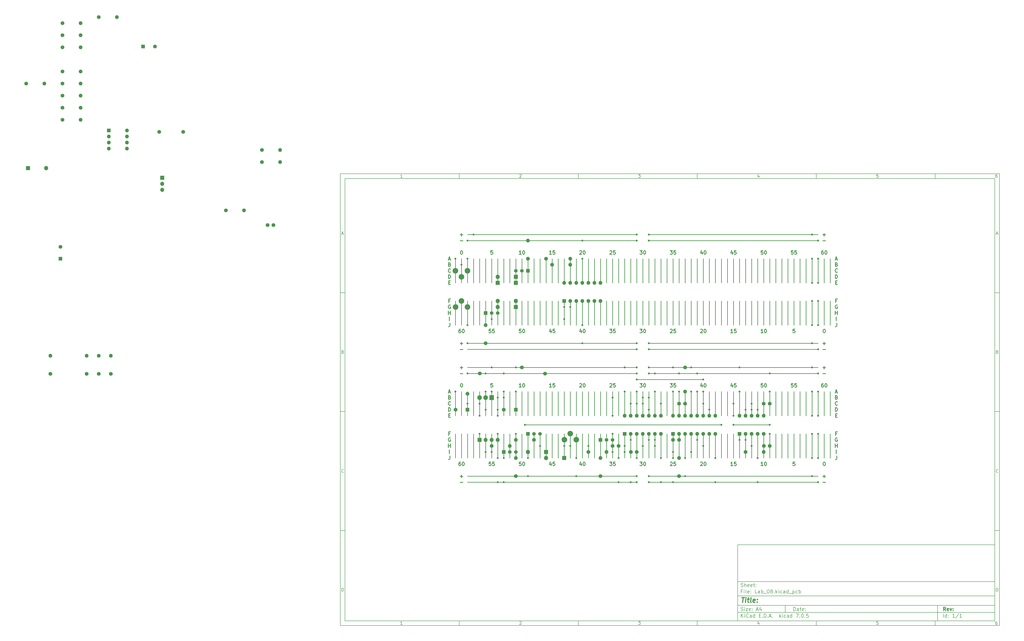
<source format=gbr>
%TF.GenerationSoftware,KiCad,Pcbnew,7.0.5*%
%TF.CreationDate,2024-03-20T11:13:37-04:00*%
%TF.ProjectId,Lab_08,4c61625f-3038-42e6-9b69-6361645f7063,rev?*%
%TF.SameCoordinates,Original*%
%TF.FileFunction,Copper,L2,Bot*%
%TF.FilePolarity,Positive*%
%FSLAX46Y46*%
G04 Gerber Fmt 4.6, Leading zero omitted, Abs format (unit mm)*
G04 Created by KiCad (PCBNEW 7.0.5) date 2024-03-20 11:13:37*
%MOMM*%
%LPD*%
G01*
G04 APERTURE LIST*
%ADD10C,0.100000*%
%ADD11C,0.150000*%
%ADD12C,0.300000*%
%ADD13C,0.400000*%
%TA.AperFunction,NonConductor*%
%ADD14C,0.300000*%
%TD*%
%TA.AperFunction,ComponentPad*%
%ADD15C,1.600000*%
%TD*%
%TA.AperFunction,ComponentPad*%
%ADD16O,1.600000X1.600000*%
%TD*%
%TA.AperFunction,ComponentPad*%
%ADD17C,2.340000*%
%TD*%
%TA.AperFunction,ComponentPad*%
%ADD18R,1.500000X1.500000*%
%TD*%
%TA.AperFunction,ComponentPad*%
%ADD19C,1.500000*%
%TD*%
%TA.AperFunction,ComponentPad*%
%ADD20R,1.800000X1.800000*%
%TD*%
%TA.AperFunction,ComponentPad*%
%ADD21O,1.800000X1.800000*%
%TD*%
%TA.AperFunction,ComponentPad*%
%ADD22R,1.600000X1.600000*%
%TD*%
%TA.AperFunction,ComponentPad*%
%ADD23R,1.700000X1.700000*%
%TD*%
%TA.AperFunction,ComponentPad*%
%ADD24O,1.700000X1.700000*%
%TD*%
%TA.AperFunction,ComponentPad*%
%ADD25R,1.905000X2.000000*%
%TD*%
%TA.AperFunction,ComponentPad*%
%ADD26O,1.905000X2.000000*%
%TD*%
%TA.AperFunction,ViaPad*%
%ADD27C,0.800000*%
%TD*%
%TA.AperFunction,Conductor*%
%ADD28C,0.250000*%
%TD*%
G04 APERTURE END LIST*
D10*
D11*
X177002200Y-166007200D02*
X285002200Y-166007200D01*
X285002200Y-198007200D01*
X177002200Y-198007200D01*
X177002200Y-166007200D01*
D10*
D11*
X10000000Y-10000000D02*
X287002200Y-10000000D01*
X287002200Y-200007200D01*
X10000000Y-200007200D01*
X10000000Y-10000000D01*
D10*
D11*
X12000000Y-12000000D02*
X285002200Y-12000000D01*
X285002200Y-198007200D01*
X12000000Y-198007200D01*
X12000000Y-12000000D01*
D10*
D11*
X60000000Y-12000000D02*
X60000000Y-10000000D01*
D10*
D11*
X110000000Y-12000000D02*
X110000000Y-10000000D01*
D10*
D11*
X160000000Y-12000000D02*
X160000000Y-10000000D01*
D10*
D11*
X210000000Y-12000000D02*
X210000000Y-10000000D01*
D10*
D11*
X260000000Y-12000000D02*
X260000000Y-10000000D01*
D10*
D11*
X36089160Y-11593604D02*
X35346303Y-11593604D01*
X35717731Y-11593604D02*
X35717731Y-10293604D01*
X35717731Y-10293604D02*
X35593922Y-10479319D01*
X35593922Y-10479319D02*
X35470112Y-10603128D01*
X35470112Y-10603128D02*
X35346303Y-10665033D01*
D10*
D11*
X85346303Y-10417414D02*
X85408207Y-10355509D01*
X85408207Y-10355509D02*
X85532017Y-10293604D01*
X85532017Y-10293604D02*
X85841541Y-10293604D01*
X85841541Y-10293604D02*
X85965350Y-10355509D01*
X85965350Y-10355509D02*
X86027255Y-10417414D01*
X86027255Y-10417414D02*
X86089160Y-10541223D01*
X86089160Y-10541223D02*
X86089160Y-10665033D01*
X86089160Y-10665033D02*
X86027255Y-10850747D01*
X86027255Y-10850747D02*
X85284398Y-11593604D01*
X85284398Y-11593604D02*
X86089160Y-11593604D01*
D10*
D11*
X135284398Y-10293604D02*
X136089160Y-10293604D01*
X136089160Y-10293604D02*
X135655826Y-10788842D01*
X135655826Y-10788842D02*
X135841541Y-10788842D01*
X135841541Y-10788842D02*
X135965350Y-10850747D01*
X135965350Y-10850747D02*
X136027255Y-10912652D01*
X136027255Y-10912652D02*
X136089160Y-11036461D01*
X136089160Y-11036461D02*
X136089160Y-11345985D01*
X136089160Y-11345985D02*
X136027255Y-11469795D01*
X136027255Y-11469795D02*
X135965350Y-11531700D01*
X135965350Y-11531700D02*
X135841541Y-11593604D01*
X135841541Y-11593604D02*
X135470112Y-11593604D01*
X135470112Y-11593604D02*
X135346303Y-11531700D01*
X135346303Y-11531700D02*
X135284398Y-11469795D01*
D10*
D11*
X185965350Y-10726938D02*
X185965350Y-11593604D01*
X185655826Y-10231700D02*
X185346303Y-11160271D01*
X185346303Y-11160271D02*
X186151064Y-11160271D01*
D10*
D11*
X236027255Y-10293604D02*
X235408207Y-10293604D01*
X235408207Y-10293604D02*
X235346303Y-10912652D01*
X235346303Y-10912652D02*
X235408207Y-10850747D01*
X235408207Y-10850747D02*
X235532017Y-10788842D01*
X235532017Y-10788842D02*
X235841541Y-10788842D01*
X235841541Y-10788842D02*
X235965350Y-10850747D01*
X235965350Y-10850747D02*
X236027255Y-10912652D01*
X236027255Y-10912652D02*
X236089160Y-11036461D01*
X236089160Y-11036461D02*
X236089160Y-11345985D01*
X236089160Y-11345985D02*
X236027255Y-11469795D01*
X236027255Y-11469795D02*
X235965350Y-11531700D01*
X235965350Y-11531700D02*
X235841541Y-11593604D01*
X235841541Y-11593604D02*
X235532017Y-11593604D01*
X235532017Y-11593604D02*
X235408207Y-11531700D01*
X235408207Y-11531700D02*
X235346303Y-11469795D01*
D10*
D11*
X285965350Y-10293604D02*
X285717731Y-10293604D01*
X285717731Y-10293604D02*
X285593922Y-10355509D01*
X285593922Y-10355509D02*
X285532017Y-10417414D01*
X285532017Y-10417414D02*
X285408207Y-10603128D01*
X285408207Y-10603128D02*
X285346303Y-10850747D01*
X285346303Y-10850747D02*
X285346303Y-11345985D01*
X285346303Y-11345985D02*
X285408207Y-11469795D01*
X285408207Y-11469795D02*
X285470112Y-11531700D01*
X285470112Y-11531700D02*
X285593922Y-11593604D01*
X285593922Y-11593604D02*
X285841541Y-11593604D01*
X285841541Y-11593604D02*
X285965350Y-11531700D01*
X285965350Y-11531700D02*
X286027255Y-11469795D01*
X286027255Y-11469795D02*
X286089160Y-11345985D01*
X286089160Y-11345985D02*
X286089160Y-11036461D01*
X286089160Y-11036461D02*
X286027255Y-10912652D01*
X286027255Y-10912652D02*
X285965350Y-10850747D01*
X285965350Y-10850747D02*
X285841541Y-10788842D01*
X285841541Y-10788842D02*
X285593922Y-10788842D01*
X285593922Y-10788842D02*
X285470112Y-10850747D01*
X285470112Y-10850747D02*
X285408207Y-10912652D01*
X285408207Y-10912652D02*
X285346303Y-11036461D01*
D10*
D11*
X60000000Y-198007200D02*
X60000000Y-200007200D01*
D10*
D11*
X110000000Y-198007200D02*
X110000000Y-200007200D01*
D10*
D11*
X160000000Y-198007200D02*
X160000000Y-200007200D01*
D10*
D11*
X210000000Y-198007200D02*
X210000000Y-200007200D01*
D10*
D11*
X260000000Y-198007200D02*
X260000000Y-200007200D01*
D10*
D11*
X36089160Y-199600804D02*
X35346303Y-199600804D01*
X35717731Y-199600804D02*
X35717731Y-198300804D01*
X35717731Y-198300804D02*
X35593922Y-198486519D01*
X35593922Y-198486519D02*
X35470112Y-198610328D01*
X35470112Y-198610328D02*
X35346303Y-198672233D01*
D10*
D11*
X85346303Y-198424614D02*
X85408207Y-198362709D01*
X85408207Y-198362709D02*
X85532017Y-198300804D01*
X85532017Y-198300804D02*
X85841541Y-198300804D01*
X85841541Y-198300804D02*
X85965350Y-198362709D01*
X85965350Y-198362709D02*
X86027255Y-198424614D01*
X86027255Y-198424614D02*
X86089160Y-198548423D01*
X86089160Y-198548423D02*
X86089160Y-198672233D01*
X86089160Y-198672233D02*
X86027255Y-198857947D01*
X86027255Y-198857947D02*
X85284398Y-199600804D01*
X85284398Y-199600804D02*
X86089160Y-199600804D01*
D10*
D11*
X135284398Y-198300804D02*
X136089160Y-198300804D01*
X136089160Y-198300804D02*
X135655826Y-198796042D01*
X135655826Y-198796042D02*
X135841541Y-198796042D01*
X135841541Y-198796042D02*
X135965350Y-198857947D01*
X135965350Y-198857947D02*
X136027255Y-198919852D01*
X136027255Y-198919852D02*
X136089160Y-199043661D01*
X136089160Y-199043661D02*
X136089160Y-199353185D01*
X136089160Y-199353185D02*
X136027255Y-199476995D01*
X136027255Y-199476995D02*
X135965350Y-199538900D01*
X135965350Y-199538900D02*
X135841541Y-199600804D01*
X135841541Y-199600804D02*
X135470112Y-199600804D01*
X135470112Y-199600804D02*
X135346303Y-199538900D01*
X135346303Y-199538900D02*
X135284398Y-199476995D01*
D10*
D11*
X185965350Y-198734138D02*
X185965350Y-199600804D01*
X185655826Y-198238900D02*
X185346303Y-199167471D01*
X185346303Y-199167471D02*
X186151064Y-199167471D01*
D10*
D11*
X236027255Y-198300804D02*
X235408207Y-198300804D01*
X235408207Y-198300804D02*
X235346303Y-198919852D01*
X235346303Y-198919852D02*
X235408207Y-198857947D01*
X235408207Y-198857947D02*
X235532017Y-198796042D01*
X235532017Y-198796042D02*
X235841541Y-198796042D01*
X235841541Y-198796042D02*
X235965350Y-198857947D01*
X235965350Y-198857947D02*
X236027255Y-198919852D01*
X236027255Y-198919852D02*
X236089160Y-199043661D01*
X236089160Y-199043661D02*
X236089160Y-199353185D01*
X236089160Y-199353185D02*
X236027255Y-199476995D01*
X236027255Y-199476995D02*
X235965350Y-199538900D01*
X235965350Y-199538900D02*
X235841541Y-199600804D01*
X235841541Y-199600804D02*
X235532017Y-199600804D01*
X235532017Y-199600804D02*
X235408207Y-199538900D01*
X235408207Y-199538900D02*
X235346303Y-199476995D01*
D10*
D11*
X285965350Y-198300804D02*
X285717731Y-198300804D01*
X285717731Y-198300804D02*
X285593922Y-198362709D01*
X285593922Y-198362709D02*
X285532017Y-198424614D01*
X285532017Y-198424614D02*
X285408207Y-198610328D01*
X285408207Y-198610328D02*
X285346303Y-198857947D01*
X285346303Y-198857947D02*
X285346303Y-199353185D01*
X285346303Y-199353185D02*
X285408207Y-199476995D01*
X285408207Y-199476995D02*
X285470112Y-199538900D01*
X285470112Y-199538900D02*
X285593922Y-199600804D01*
X285593922Y-199600804D02*
X285841541Y-199600804D01*
X285841541Y-199600804D02*
X285965350Y-199538900D01*
X285965350Y-199538900D02*
X286027255Y-199476995D01*
X286027255Y-199476995D02*
X286089160Y-199353185D01*
X286089160Y-199353185D02*
X286089160Y-199043661D01*
X286089160Y-199043661D02*
X286027255Y-198919852D01*
X286027255Y-198919852D02*
X285965350Y-198857947D01*
X285965350Y-198857947D02*
X285841541Y-198796042D01*
X285841541Y-198796042D02*
X285593922Y-198796042D01*
X285593922Y-198796042D02*
X285470112Y-198857947D01*
X285470112Y-198857947D02*
X285408207Y-198919852D01*
X285408207Y-198919852D02*
X285346303Y-199043661D01*
D10*
D11*
X10000000Y-60000000D02*
X12000000Y-60000000D01*
D10*
D11*
X10000000Y-110000000D02*
X12000000Y-110000000D01*
D10*
D11*
X10000000Y-160000000D02*
X12000000Y-160000000D01*
D10*
D11*
X10690476Y-35222176D02*
X11309523Y-35222176D01*
X10566666Y-35593604D02*
X10999999Y-34293604D01*
X10999999Y-34293604D02*
X11433333Y-35593604D01*
D10*
D11*
X11092857Y-84912652D02*
X11278571Y-84974557D01*
X11278571Y-84974557D02*
X11340476Y-85036461D01*
X11340476Y-85036461D02*
X11402380Y-85160271D01*
X11402380Y-85160271D02*
X11402380Y-85345985D01*
X11402380Y-85345985D02*
X11340476Y-85469795D01*
X11340476Y-85469795D02*
X11278571Y-85531700D01*
X11278571Y-85531700D02*
X11154761Y-85593604D01*
X11154761Y-85593604D02*
X10659523Y-85593604D01*
X10659523Y-85593604D02*
X10659523Y-84293604D01*
X10659523Y-84293604D02*
X11092857Y-84293604D01*
X11092857Y-84293604D02*
X11216666Y-84355509D01*
X11216666Y-84355509D02*
X11278571Y-84417414D01*
X11278571Y-84417414D02*
X11340476Y-84541223D01*
X11340476Y-84541223D02*
X11340476Y-84665033D01*
X11340476Y-84665033D02*
X11278571Y-84788842D01*
X11278571Y-84788842D02*
X11216666Y-84850747D01*
X11216666Y-84850747D02*
X11092857Y-84912652D01*
X11092857Y-84912652D02*
X10659523Y-84912652D01*
D10*
D11*
X11402380Y-135469795D02*
X11340476Y-135531700D01*
X11340476Y-135531700D02*
X11154761Y-135593604D01*
X11154761Y-135593604D02*
X11030952Y-135593604D01*
X11030952Y-135593604D02*
X10845238Y-135531700D01*
X10845238Y-135531700D02*
X10721428Y-135407890D01*
X10721428Y-135407890D02*
X10659523Y-135284080D01*
X10659523Y-135284080D02*
X10597619Y-135036461D01*
X10597619Y-135036461D02*
X10597619Y-134850747D01*
X10597619Y-134850747D02*
X10659523Y-134603128D01*
X10659523Y-134603128D02*
X10721428Y-134479319D01*
X10721428Y-134479319D02*
X10845238Y-134355509D01*
X10845238Y-134355509D02*
X11030952Y-134293604D01*
X11030952Y-134293604D02*
X11154761Y-134293604D01*
X11154761Y-134293604D02*
X11340476Y-134355509D01*
X11340476Y-134355509D02*
X11402380Y-134417414D01*
D10*
D11*
X10659523Y-185593604D02*
X10659523Y-184293604D01*
X10659523Y-184293604D02*
X10969047Y-184293604D01*
X10969047Y-184293604D02*
X11154761Y-184355509D01*
X11154761Y-184355509D02*
X11278571Y-184479319D01*
X11278571Y-184479319D02*
X11340476Y-184603128D01*
X11340476Y-184603128D02*
X11402380Y-184850747D01*
X11402380Y-184850747D02*
X11402380Y-185036461D01*
X11402380Y-185036461D02*
X11340476Y-185284080D01*
X11340476Y-185284080D02*
X11278571Y-185407890D01*
X11278571Y-185407890D02*
X11154761Y-185531700D01*
X11154761Y-185531700D02*
X10969047Y-185593604D01*
X10969047Y-185593604D02*
X10659523Y-185593604D01*
D10*
D11*
X287002200Y-60000000D02*
X285002200Y-60000000D01*
D10*
D11*
X287002200Y-110000000D02*
X285002200Y-110000000D01*
D10*
D11*
X287002200Y-160000000D02*
X285002200Y-160000000D01*
D10*
D11*
X285692676Y-35222176D02*
X286311723Y-35222176D01*
X285568866Y-35593604D02*
X286002199Y-34293604D01*
X286002199Y-34293604D02*
X286435533Y-35593604D01*
D10*
D11*
X286095057Y-84912652D02*
X286280771Y-84974557D01*
X286280771Y-84974557D02*
X286342676Y-85036461D01*
X286342676Y-85036461D02*
X286404580Y-85160271D01*
X286404580Y-85160271D02*
X286404580Y-85345985D01*
X286404580Y-85345985D02*
X286342676Y-85469795D01*
X286342676Y-85469795D02*
X286280771Y-85531700D01*
X286280771Y-85531700D02*
X286156961Y-85593604D01*
X286156961Y-85593604D02*
X285661723Y-85593604D01*
X285661723Y-85593604D02*
X285661723Y-84293604D01*
X285661723Y-84293604D02*
X286095057Y-84293604D01*
X286095057Y-84293604D02*
X286218866Y-84355509D01*
X286218866Y-84355509D02*
X286280771Y-84417414D01*
X286280771Y-84417414D02*
X286342676Y-84541223D01*
X286342676Y-84541223D02*
X286342676Y-84665033D01*
X286342676Y-84665033D02*
X286280771Y-84788842D01*
X286280771Y-84788842D02*
X286218866Y-84850747D01*
X286218866Y-84850747D02*
X286095057Y-84912652D01*
X286095057Y-84912652D02*
X285661723Y-84912652D01*
D10*
D11*
X286404580Y-135469795D02*
X286342676Y-135531700D01*
X286342676Y-135531700D02*
X286156961Y-135593604D01*
X286156961Y-135593604D02*
X286033152Y-135593604D01*
X286033152Y-135593604D02*
X285847438Y-135531700D01*
X285847438Y-135531700D02*
X285723628Y-135407890D01*
X285723628Y-135407890D02*
X285661723Y-135284080D01*
X285661723Y-135284080D02*
X285599819Y-135036461D01*
X285599819Y-135036461D02*
X285599819Y-134850747D01*
X285599819Y-134850747D02*
X285661723Y-134603128D01*
X285661723Y-134603128D02*
X285723628Y-134479319D01*
X285723628Y-134479319D02*
X285847438Y-134355509D01*
X285847438Y-134355509D02*
X286033152Y-134293604D01*
X286033152Y-134293604D02*
X286156961Y-134293604D01*
X286156961Y-134293604D02*
X286342676Y-134355509D01*
X286342676Y-134355509D02*
X286404580Y-134417414D01*
D10*
D11*
X285661723Y-185593604D02*
X285661723Y-184293604D01*
X285661723Y-184293604D02*
X285971247Y-184293604D01*
X285971247Y-184293604D02*
X286156961Y-184355509D01*
X286156961Y-184355509D02*
X286280771Y-184479319D01*
X286280771Y-184479319D02*
X286342676Y-184603128D01*
X286342676Y-184603128D02*
X286404580Y-184850747D01*
X286404580Y-184850747D02*
X286404580Y-185036461D01*
X286404580Y-185036461D02*
X286342676Y-185284080D01*
X286342676Y-185284080D02*
X286280771Y-185407890D01*
X286280771Y-185407890D02*
X286156961Y-185531700D01*
X286156961Y-185531700D02*
X285971247Y-185593604D01*
X285971247Y-185593604D02*
X285661723Y-185593604D01*
D10*
D11*
X200458026Y-193793328D02*
X200458026Y-192293328D01*
X200458026Y-192293328D02*
X200815169Y-192293328D01*
X200815169Y-192293328D02*
X201029455Y-192364757D01*
X201029455Y-192364757D02*
X201172312Y-192507614D01*
X201172312Y-192507614D02*
X201243741Y-192650471D01*
X201243741Y-192650471D02*
X201315169Y-192936185D01*
X201315169Y-192936185D02*
X201315169Y-193150471D01*
X201315169Y-193150471D02*
X201243741Y-193436185D01*
X201243741Y-193436185D02*
X201172312Y-193579042D01*
X201172312Y-193579042D02*
X201029455Y-193721900D01*
X201029455Y-193721900D02*
X200815169Y-193793328D01*
X200815169Y-193793328D02*
X200458026Y-193793328D01*
X202600884Y-193793328D02*
X202600884Y-193007614D01*
X202600884Y-193007614D02*
X202529455Y-192864757D01*
X202529455Y-192864757D02*
X202386598Y-192793328D01*
X202386598Y-192793328D02*
X202100884Y-192793328D01*
X202100884Y-192793328D02*
X201958026Y-192864757D01*
X202600884Y-193721900D02*
X202458026Y-193793328D01*
X202458026Y-193793328D02*
X202100884Y-193793328D01*
X202100884Y-193793328D02*
X201958026Y-193721900D01*
X201958026Y-193721900D02*
X201886598Y-193579042D01*
X201886598Y-193579042D02*
X201886598Y-193436185D01*
X201886598Y-193436185D02*
X201958026Y-193293328D01*
X201958026Y-193293328D02*
X202100884Y-193221900D01*
X202100884Y-193221900D02*
X202458026Y-193221900D01*
X202458026Y-193221900D02*
X202600884Y-193150471D01*
X203100884Y-192793328D02*
X203672312Y-192793328D01*
X203315169Y-192293328D02*
X203315169Y-193579042D01*
X203315169Y-193579042D02*
X203386598Y-193721900D01*
X203386598Y-193721900D02*
X203529455Y-193793328D01*
X203529455Y-193793328D02*
X203672312Y-193793328D01*
X204743741Y-193721900D02*
X204600884Y-193793328D01*
X204600884Y-193793328D02*
X204315170Y-193793328D01*
X204315170Y-193793328D02*
X204172312Y-193721900D01*
X204172312Y-193721900D02*
X204100884Y-193579042D01*
X204100884Y-193579042D02*
X204100884Y-193007614D01*
X204100884Y-193007614D02*
X204172312Y-192864757D01*
X204172312Y-192864757D02*
X204315170Y-192793328D01*
X204315170Y-192793328D02*
X204600884Y-192793328D01*
X204600884Y-192793328D02*
X204743741Y-192864757D01*
X204743741Y-192864757D02*
X204815170Y-193007614D01*
X204815170Y-193007614D02*
X204815170Y-193150471D01*
X204815170Y-193150471D02*
X204100884Y-193293328D01*
X205458026Y-193650471D02*
X205529455Y-193721900D01*
X205529455Y-193721900D02*
X205458026Y-193793328D01*
X205458026Y-193793328D02*
X205386598Y-193721900D01*
X205386598Y-193721900D02*
X205458026Y-193650471D01*
X205458026Y-193650471D02*
X205458026Y-193793328D01*
X205458026Y-192864757D02*
X205529455Y-192936185D01*
X205529455Y-192936185D02*
X205458026Y-193007614D01*
X205458026Y-193007614D02*
X205386598Y-192936185D01*
X205386598Y-192936185D02*
X205458026Y-192864757D01*
X205458026Y-192864757D02*
X205458026Y-193007614D01*
D10*
D11*
X177002200Y-194507200D02*
X285002200Y-194507200D01*
D10*
D11*
X178458026Y-196593328D02*
X178458026Y-195093328D01*
X179315169Y-196593328D02*
X178672312Y-195736185D01*
X179315169Y-195093328D02*
X178458026Y-195950471D01*
X179958026Y-196593328D02*
X179958026Y-195593328D01*
X179958026Y-195093328D02*
X179886598Y-195164757D01*
X179886598Y-195164757D02*
X179958026Y-195236185D01*
X179958026Y-195236185D02*
X180029455Y-195164757D01*
X180029455Y-195164757D02*
X179958026Y-195093328D01*
X179958026Y-195093328D02*
X179958026Y-195236185D01*
X181529455Y-196450471D02*
X181458027Y-196521900D01*
X181458027Y-196521900D02*
X181243741Y-196593328D01*
X181243741Y-196593328D02*
X181100884Y-196593328D01*
X181100884Y-196593328D02*
X180886598Y-196521900D01*
X180886598Y-196521900D02*
X180743741Y-196379042D01*
X180743741Y-196379042D02*
X180672312Y-196236185D01*
X180672312Y-196236185D02*
X180600884Y-195950471D01*
X180600884Y-195950471D02*
X180600884Y-195736185D01*
X180600884Y-195736185D02*
X180672312Y-195450471D01*
X180672312Y-195450471D02*
X180743741Y-195307614D01*
X180743741Y-195307614D02*
X180886598Y-195164757D01*
X180886598Y-195164757D02*
X181100884Y-195093328D01*
X181100884Y-195093328D02*
X181243741Y-195093328D01*
X181243741Y-195093328D02*
X181458027Y-195164757D01*
X181458027Y-195164757D02*
X181529455Y-195236185D01*
X182815170Y-196593328D02*
X182815170Y-195807614D01*
X182815170Y-195807614D02*
X182743741Y-195664757D01*
X182743741Y-195664757D02*
X182600884Y-195593328D01*
X182600884Y-195593328D02*
X182315170Y-195593328D01*
X182315170Y-195593328D02*
X182172312Y-195664757D01*
X182815170Y-196521900D02*
X182672312Y-196593328D01*
X182672312Y-196593328D02*
X182315170Y-196593328D01*
X182315170Y-196593328D02*
X182172312Y-196521900D01*
X182172312Y-196521900D02*
X182100884Y-196379042D01*
X182100884Y-196379042D02*
X182100884Y-196236185D01*
X182100884Y-196236185D02*
X182172312Y-196093328D01*
X182172312Y-196093328D02*
X182315170Y-196021900D01*
X182315170Y-196021900D02*
X182672312Y-196021900D01*
X182672312Y-196021900D02*
X182815170Y-195950471D01*
X184172313Y-196593328D02*
X184172313Y-195093328D01*
X184172313Y-196521900D02*
X184029455Y-196593328D01*
X184029455Y-196593328D02*
X183743741Y-196593328D01*
X183743741Y-196593328D02*
X183600884Y-196521900D01*
X183600884Y-196521900D02*
X183529455Y-196450471D01*
X183529455Y-196450471D02*
X183458027Y-196307614D01*
X183458027Y-196307614D02*
X183458027Y-195879042D01*
X183458027Y-195879042D02*
X183529455Y-195736185D01*
X183529455Y-195736185D02*
X183600884Y-195664757D01*
X183600884Y-195664757D02*
X183743741Y-195593328D01*
X183743741Y-195593328D02*
X184029455Y-195593328D01*
X184029455Y-195593328D02*
X184172313Y-195664757D01*
X186029455Y-195807614D02*
X186529455Y-195807614D01*
X186743741Y-196593328D02*
X186029455Y-196593328D01*
X186029455Y-196593328D02*
X186029455Y-195093328D01*
X186029455Y-195093328D02*
X186743741Y-195093328D01*
X187386598Y-196450471D02*
X187458027Y-196521900D01*
X187458027Y-196521900D02*
X187386598Y-196593328D01*
X187386598Y-196593328D02*
X187315170Y-196521900D01*
X187315170Y-196521900D02*
X187386598Y-196450471D01*
X187386598Y-196450471D02*
X187386598Y-196593328D01*
X188100884Y-196593328D02*
X188100884Y-195093328D01*
X188100884Y-195093328D02*
X188458027Y-195093328D01*
X188458027Y-195093328D02*
X188672313Y-195164757D01*
X188672313Y-195164757D02*
X188815170Y-195307614D01*
X188815170Y-195307614D02*
X188886599Y-195450471D01*
X188886599Y-195450471D02*
X188958027Y-195736185D01*
X188958027Y-195736185D02*
X188958027Y-195950471D01*
X188958027Y-195950471D02*
X188886599Y-196236185D01*
X188886599Y-196236185D02*
X188815170Y-196379042D01*
X188815170Y-196379042D02*
X188672313Y-196521900D01*
X188672313Y-196521900D02*
X188458027Y-196593328D01*
X188458027Y-196593328D02*
X188100884Y-196593328D01*
X189600884Y-196450471D02*
X189672313Y-196521900D01*
X189672313Y-196521900D02*
X189600884Y-196593328D01*
X189600884Y-196593328D02*
X189529456Y-196521900D01*
X189529456Y-196521900D02*
X189600884Y-196450471D01*
X189600884Y-196450471D02*
X189600884Y-196593328D01*
X190243742Y-196164757D02*
X190958028Y-196164757D01*
X190100885Y-196593328D02*
X190600885Y-195093328D01*
X190600885Y-195093328D02*
X191100885Y-196593328D01*
X191600884Y-196450471D02*
X191672313Y-196521900D01*
X191672313Y-196521900D02*
X191600884Y-196593328D01*
X191600884Y-196593328D02*
X191529456Y-196521900D01*
X191529456Y-196521900D02*
X191600884Y-196450471D01*
X191600884Y-196450471D02*
X191600884Y-196593328D01*
X194600884Y-196593328D02*
X194600884Y-195093328D01*
X194743742Y-196021900D02*
X195172313Y-196593328D01*
X195172313Y-195593328D02*
X194600884Y-196164757D01*
X195815170Y-196593328D02*
X195815170Y-195593328D01*
X195815170Y-195093328D02*
X195743742Y-195164757D01*
X195743742Y-195164757D02*
X195815170Y-195236185D01*
X195815170Y-195236185D02*
X195886599Y-195164757D01*
X195886599Y-195164757D02*
X195815170Y-195093328D01*
X195815170Y-195093328D02*
X195815170Y-195236185D01*
X197172314Y-196521900D02*
X197029456Y-196593328D01*
X197029456Y-196593328D02*
X196743742Y-196593328D01*
X196743742Y-196593328D02*
X196600885Y-196521900D01*
X196600885Y-196521900D02*
X196529456Y-196450471D01*
X196529456Y-196450471D02*
X196458028Y-196307614D01*
X196458028Y-196307614D02*
X196458028Y-195879042D01*
X196458028Y-195879042D02*
X196529456Y-195736185D01*
X196529456Y-195736185D02*
X196600885Y-195664757D01*
X196600885Y-195664757D02*
X196743742Y-195593328D01*
X196743742Y-195593328D02*
X197029456Y-195593328D01*
X197029456Y-195593328D02*
X197172314Y-195664757D01*
X198458028Y-196593328D02*
X198458028Y-195807614D01*
X198458028Y-195807614D02*
X198386599Y-195664757D01*
X198386599Y-195664757D02*
X198243742Y-195593328D01*
X198243742Y-195593328D02*
X197958028Y-195593328D01*
X197958028Y-195593328D02*
X197815170Y-195664757D01*
X198458028Y-196521900D02*
X198315170Y-196593328D01*
X198315170Y-196593328D02*
X197958028Y-196593328D01*
X197958028Y-196593328D02*
X197815170Y-196521900D01*
X197815170Y-196521900D02*
X197743742Y-196379042D01*
X197743742Y-196379042D02*
X197743742Y-196236185D01*
X197743742Y-196236185D02*
X197815170Y-196093328D01*
X197815170Y-196093328D02*
X197958028Y-196021900D01*
X197958028Y-196021900D02*
X198315170Y-196021900D01*
X198315170Y-196021900D02*
X198458028Y-195950471D01*
X199815171Y-196593328D02*
X199815171Y-195093328D01*
X199815171Y-196521900D02*
X199672313Y-196593328D01*
X199672313Y-196593328D02*
X199386599Y-196593328D01*
X199386599Y-196593328D02*
X199243742Y-196521900D01*
X199243742Y-196521900D02*
X199172313Y-196450471D01*
X199172313Y-196450471D02*
X199100885Y-196307614D01*
X199100885Y-196307614D02*
X199100885Y-195879042D01*
X199100885Y-195879042D02*
X199172313Y-195736185D01*
X199172313Y-195736185D02*
X199243742Y-195664757D01*
X199243742Y-195664757D02*
X199386599Y-195593328D01*
X199386599Y-195593328D02*
X199672313Y-195593328D01*
X199672313Y-195593328D02*
X199815171Y-195664757D01*
X201529456Y-195093328D02*
X202529456Y-195093328D01*
X202529456Y-195093328D02*
X201886599Y-196593328D01*
X203100884Y-196450471D02*
X203172313Y-196521900D01*
X203172313Y-196521900D02*
X203100884Y-196593328D01*
X203100884Y-196593328D02*
X203029456Y-196521900D01*
X203029456Y-196521900D02*
X203100884Y-196450471D01*
X203100884Y-196450471D02*
X203100884Y-196593328D01*
X204100885Y-195093328D02*
X204243742Y-195093328D01*
X204243742Y-195093328D02*
X204386599Y-195164757D01*
X204386599Y-195164757D02*
X204458028Y-195236185D01*
X204458028Y-195236185D02*
X204529456Y-195379042D01*
X204529456Y-195379042D02*
X204600885Y-195664757D01*
X204600885Y-195664757D02*
X204600885Y-196021900D01*
X204600885Y-196021900D02*
X204529456Y-196307614D01*
X204529456Y-196307614D02*
X204458028Y-196450471D01*
X204458028Y-196450471D02*
X204386599Y-196521900D01*
X204386599Y-196521900D02*
X204243742Y-196593328D01*
X204243742Y-196593328D02*
X204100885Y-196593328D01*
X204100885Y-196593328D02*
X203958028Y-196521900D01*
X203958028Y-196521900D02*
X203886599Y-196450471D01*
X203886599Y-196450471D02*
X203815170Y-196307614D01*
X203815170Y-196307614D02*
X203743742Y-196021900D01*
X203743742Y-196021900D02*
X203743742Y-195664757D01*
X203743742Y-195664757D02*
X203815170Y-195379042D01*
X203815170Y-195379042D02*
X203886599Y-195236185D01*
X203886599Y-195236185D02*
X203958028Y-195164757D01*
X203958028Y-195164757D02*
X204100885Y-195093328D01*
X205243741Y-196450471D02*
X205315170Y-196521900D01*
X205315170Y-196521900D02*
X205243741Y-196593328D01*
X205243741Y-196593328D02*
X205172313Y-196521900D01*
X205172313Y-196521900D02*
X205243741Y-196450471D01*
X205243741Y-196450471D02*
X205243741Y-196593328D01*
X206672313Y-195093328D02*
X205958027Y-195093328D01*
X205958027Y-195093328D02*
X205886599Y-195807614D01*
X205886599Y-195807614D02*
X205958027Y-195736185D01*
X205958027Y-195736185D02*
X206100885Y-195664757D01*
X206100885Y-195664757D02*
X206458027Y-195664757D01*
X206458027Y-195664757D02*
X206600885Y-195736185D01*
X206600885Y-195736185D02*
X206672313Y-195807614D01*
X206672313Y-195807614D02*
X206743742Y-195950471D01*
X206743742Y-195950471D02*
X206743742Y-196307614D01*
X206743742Y-196307614D02*
X206672313Y-196450471D01*
X206672313Y-196450471D02*
X206600885Y-196521900D01*
X206600885Y-196521900D02*
X206458027Y-196593328D01*
X206458027Y-196593328D02*
X206100885Y-196593328D01*
X206100885Y-196593328D02*
X205958027Y-196521900D01*
X205958027Y-196521900D02*
X205886599Y-196450471D01*
D10*
D11*
X177002200Y-191507200D02*
X285002200Y-191507200D01*
D10*
D12*
X264413853Y-193785528D02*
X263913853Y-193071242D01*
X263556710Y-193785528D02*
X263556710Y-192285528D01*
X263556710Y-192285528D02*
X264128139Y-192285528D01*
X264128139Y-192285528D02*
X264270996Y-192356957D01*
X264270996Y-192356957D02*
X264342425Y-192428385D01*
X264342425Y-192428385D02*
X264413853Y-192571242D01*
X264413853Y-192571242D02*
X264413853Y-192785528D01*
X264413853Y-192785528D02*
X264342425Y-192928385D01*
X264342425Y-192928385D02*
X264270996Y-192999814D01*
X264270996Y-192999814D02*
X264128139Y-193071242D01*
X264128139Y-193071242D02*
X263556710Y-193071242D01*
X265628139Y-193714100D02*
X265485282Y-193785528D01*
X265485282Y-193785528D02*
X265199568Y-193785528D01*
X265199568Y-193785528D02*
X265056710Y-193714100D01*
X265056710Y-193714100D02*
X264985282Y-193571242D01*
X264985282Y-193571242D02*
X264985282Y-192999814D01*
X264985282Y-192999814D02*
X265056710Y-192856957D01*
X265056710Y-192856957D02*
X265199568Y-192785528D01*
X265199568Y-192785528D02*
X265485282Y-192785528D01*
X265485282Y-192785528D02*
X265628139Y-192856957D01*
X265628139Y-192856957D02*
X265699568Y-192999814D01*
X265699568Y-192999814D02*
X265699568Y-193142671D01*
X265699568Y-193142671D02*
X264985282Y-193285528D01*
X266199567Y-192785528D02*
X266556710Y-193785528D01*
X266556710Y-193785528D02*
X266913853Y-192785528D01*
X267485281Y-193642671D02*
X267556710Y-193714100D01*
X267556710Y-193714100D02*
X267485281Y-193785528D01*
X267485281Y-193785528D02*
X267413853Y-193714100D01*
X267413853Y-193714100D02*
X267485281Y-193642671D01*
X267485281Y-193642671D02*
X267485281Y-193785528D01*
X267485281Y-192856957D02*
X267556710Y-192928385D01*
X267556710Y-192928385D02*
X267485281Y-192999814D01*
X267485281Y-192999814D02*
X267413853Y-192928385D01*
X267413853Y-192928385D02*
X267485281Y-192856957D01*
X267485281Y-192856957D02*
X267485281Y-192999814D01*
D10*
D11*
X178386598Y-193721900D02*
X178600884Y-193793328D01*
X178600884Y-193793328D02*
X178958026Y-193793328D01*
X178958026Y-193793328D02*
X179100884Y-193721900D01*
X179100884Y-193721900D02*
X179172312Y-193650471D01*
X179172312Y-193650471D02*
X179243741Y-193507614D01*
X179243741Y-193507614D02*
X179243741Y-193364757D01*
X179243741Y-193364757D02*
X179172312Y-193221900D01*
X179172312Y-193221900D02*
X179100884Y-193150471D01*
X179100884Y-193150471D02*
X178958026Y-193079042D01*
X178958026Y-193079042D02*
X178672312Y-193007614D01*
X178672312Y-193007614D02*
X178529455Y-192936185D01*
X178529455Y-192936185D02*
X178458026Y-192864757D01*
X178458026Y-192864757D02*
X178386598Y-192721900D01*
X178386598Y-192721900D02*
X178386598Y-192579042D01*
X178386598Y-192579042D02*
X178458026Y-192436185D01*
X178458026Y-192436185D02*
X178529455Y-192364757D01*
X178529455Y-192364757D02*
X178672312Y-192293328D01*
X178672312Y-192293328D02*
X179029455Y-192293328D01*
X179029455Y-192293328D02*
X179243741Y-192364757D01*
X179886597Y-193793328D02*
X179886597Y-192793328D01*
X179886597Y-192293328D02*
X179815169Y-192364757D01*
X179815169Y-192364757D02*
X179886597Y-192436185D01*
X179886597Y-192436185D02*
X179958026Y-192364757D01*
X179958026Y-192364757D02*
X179886597Y-192293328D01*
X179886597Y-192293328D02*
X179886597Y-192436185D01*
X180458026Y-192793328D02*
X181243741Y-192793328D01*
X181243741Y-192793328D02*
X180458026Y-193793328D01*
X180458026Y-193793328D02*
X181243741Y-193793328D01*
X182386598Y-193721900D02*
X182243741Y-193793328D01*
X182243741Y-193793328D02*
X181958027Y-193793328D01*
X181958027Y-193793328D02*
X181815169Y-193721900D01*
X181815169Y-193721900D02*
X181743741Y-193579042D01*
X181743741Y-193579042D02*
X181743741Y-193007614D01*
X181743741Y-193007614D02*
X181815169Y-192864757D01*
X181815169Y-192864757D02*
X181958027Y-192793328D01*
X181958027Y-192793328D02*
X182243741Y-192793328D01*
X182243741Y-192793328D02*
X182386598Y-192864757D01*
X182386598Y-192864757D02*
X182458027Y-193007614D01*
X182458027Y-193007614D02*
X182458027Y-193150471D01*
X182458027Y-193150471D02*
X181743741Y-193293328D01*
X183100883Y-193650471D02*
X183172312Y-193721900D01*
X183172312Y-193721900D02*
X183100883Y-193793328D01*
X183100883Y-193793328D02*
X183029455Y-193721900D01*
X183029455Y-193721900D02*
X183100883Y-193650471D01*
X183100883Y-193650471D02*
X183100883Y-193793328D01*
X183100883Y-192864757D02*
X183172312Y-192936185D01*
X183172312Y-192936185D02*
X183100883Y-193007614D01*
X183100883Y-193007614D02*
X183029455Y-192936185D01*
X183029455Y-192936185D02*
X183100883Y-192864757D01*
X183100883Y-192864757D02*
X183100883Y-193007614D01*
X184886598Y-193364757D02*
X185600884Y-193364757D01*
X184743741Y-193793328D02*
X185243741Y-192293328D01*
X185243741Y-192293328D02*
X185743741Y-193793328D01*
X186886598Y-192793328D02*
X186886598Y-193793328D01*
X186529455Y-192221900D02*
X186172312Y-193293328D01*
X186172312Y-193293328D02*
X187100883Y-193293328D01*
D10*
D11*
X263458026Y-196593328D02*
X263458026Y-195093328D01*
X264815170Y-196593328D02*
X264815170Y-195093328D01*
X264815170Y-196521900D02*
X264672312Y-196593328D01*
X264672312Y-196593328D02*
X264386598Y-196593328D01*
X264386598Y-196593328D02*
X264243741Y-196521900D01*
X264243741Y-196521900D02*
X264172312Y-196450471D01*
X264172312Y-196450471D02*
X264100884Y-196307614D01*
X264100884Y-196307614D02*
X264100884Y-195879042D01*
X264100884Y-195879042D02*
X264172312Y-195736185D01*
X264172312Y-195736185D02*
X264243741Y-195664757D01*
X264243741Y-195664757D02*
X264386598Y-195593328D01*
X264386598Y-195593328D02*
X264672312Y-195593328D01*
X264672312Y-195593328D02*
X264815170Y-195664757D01*
X265529455Y-196450471D02*
X265600884Y-196521900D01*
X265600884Y-196521900D02*
X265529455Y-196593328D01*
X265529455Y-196593328D02*
X265458027Y-196521900D01*
X265458027Y-196521900D02*
X265529455Y-196450471D01*
X265529455Y-196450471D02*
X265529455Y-196593328D01*
X265529455Y-195664757D02*
X265600884Y-195736185D01*
X265600884Y-195736185D02*
X265529455Y-195807614D01*
X265529455Y-195807614D02*
X265458027Y-195736185D01*
X265458027Y-195736185D02*
X265529455Y-195664757D01*
X265529455Y-195664757D02*
X265529455Y-195807614D01*
X268172313Y-196593328D02*
X267315170Y-196593328D01*
X267743741Y-196593328D02*
X267743741Y-195093328D01*
X267743741Y-195093328D02*
X267600884Y-195307614D01*
X267600884Y-195307614D02*
X267458027Y-195450471D01*
X267458027Y-195450471D02*
X267315170Y-195521900D01*
X269886598Y-195021900D02*
X268600884Y-196950471D01*
X271172313Y-196593328D02*
X270315170Y-196593328D01*
X270743741Y-196593328D02*
X270743741Y-195093328D01*
X270743741Y-195093328D02*
X270600884Y-195307614D01*
X270600884Y-195307614D02*
X270458027Y-195450471D01*
X270458027Y-195450471D02*
X270315170Y-195521900D01*
D10*
D11*
X177002200Y-187507200D02*
X285002200Y-187507200D01*
D10*
D13*
X178693928Y-188211638D02*
X179836785Y-188211638D01*
X179015357Y-190211638D02*
X179265357Y-188211638D01*
X180253452Y-190211638D02*
X180420119Y-188878304D01*
X180503452Y-188211638D02*
X180396309Y-188306876D01*
X180396309Y-188306876D02*
X180479643Y-188402114D01*
X180479643Y-188402114D02*
X180586786Y-188306876D01*
X180586786Y-188306876D02*
X180503452Y-188211638D01*
X180503452Y-188211638D02*
X180479643Y-188402114D01*
X181086786Y-188878304D02*
X181848690Y-188878304D01*
X181455833Y-188211638D02*
X181241548Y-189925923D01*
X181241548Y-189925923D02*
X181312976Y-190116400D01*
X181312976Y-190116400D02*
X181491548Y-190211638D01*
X181491548Y-190211638D02*
X181682024Y-190211638D01*
X182634405Y-190211638D02*
X182455833Y-190116400D01*
X182455833Y-190116400D02*
X182384405Y-189925923D01*
X182384405Y-189925923D02*
X182598690Y-188211638D01*
X184170119Y-190116400D02*
X183967738Y-190211638D01*
X183967738Y-190211638D02*
X183586785Y-190211638D01*
X183586785Y-190211638D02*
X183408214Y-190116400D01*
X183408214Y-190116400D02*
X183336785Y-189925923D01*
X183336785Y-189925923D02*
X183432024Y-189164019D01*
X183432024Y-189164019D02*
X183551071Y-188973542D01*
X183551071Y-188973542D02*
X183753452Y-188878304D01*
X183753452Y-188878304D02*
X184134404Y-188878304D01*
X184134404Y-188878304D02*
X184312976Y-188973542D01*
X184312976Y-188973542D02*
X184384404Y-189164019D01*
X184384404Y-189164019D02*
X184360595Y-189354495D01*
X184360595Y-189354495D02*
X183384404Y-189544971D01*
X185134405Y-190021161D02*
X185217738Y-190116400D01*
X185217738Y-190116400D02*
X185110595Y-190211638D01*
X185110595Y-190211638D02*
X185027262Y-190116400D01*
X185027262Y-190116400D02*
X185134405Y-190021161D01*
X185134405Y-190021161D02*
X185110595Y-190211638D01*
X185265357Y-188973542D02*
X185348690Y-189068780D01*
X185348690Y-189068780D02*
X185241548Y-189164019D01*
X185241548Y-189164019D02*
X185158214Y-189068780D01*
X185158214Y-189068780D02*
X185265357Y-188973542D01*
X185265357Y-188973542D02*
X185241548Y-189164019D01*
D10*
D11*
X178958026Y-185607614D02*
X178458026Y-185607614D01*
X178458026Y-186393328D02*
X178458026Y-184893328D01*
X178458026Y-184893328D02*
X179172312Y-184893328D01*
X179743740Y-186393328D02*
X179743740Y-185393328D01*
X179743740Y-184893328D02*
X179672312Y-184964757D01*
X179672312Y-184964757D02*
X179743740Y-185036185D01*
X179743740Y-185036185D02*
X179815169Y-184964757D01*
X179815169Y-184964757D02*
X179743740Y-184893328D01*
X179743740Y-184893328D02*
X179743740Y-185036185D01*
X180672312Y-186393328D02*
X180529455Y-186321900D01*
X180529455Y-186321900D02*
X180458026Y-186179042D01*
X180458026Y-186179042D02*
X180458026Y-184893328D01*
X181815169Y-186321900D02*
X181672312Y-186393328D01*
X181672312Y-186393328D02*
X181386598Y-186393328D01*
X181386598Y-186393328D02*
X181243740Y-186321900D01*
X181243740Y-186321900D02*
X181172312Y-186179042D01*
X181172312Y-186179042D02*
X181172312Y-185607614D01*
X181172312Y-185607614D02*
X181243740Y-185464757D01*
X181243740Y-185464757D02*
X181386598Y-185393328D01*
X181386598Y-185393328D02*
X181672312Y-185393328D01*
X181672312Y-185393328D02*
X181815169Y-185464757D01*
X181815169Y-185464757D02*
X181886598Y-185607614D01*
X181886598Y-185607614D02*
X181886598Y-185750471D01*
X181886598Y-185750471D02*
X181172312Y-185893328D01*
X182529454Y-186250471D02*
X182600883Y-186321900D01*
X182600883Y-186321900D02*
X182529454Y-186393328D01*
X182529454Y-186393328D02*
X182458026Y-186321900D01*
X182458026Y-186321900D02*
X182529454Y-186250471D01*
X182529454Y-186250471D02*
X182529454Y-186393328D01*
X182529454Y-185464757D02*
X182600883Y-185536185D01*
X182600883Y-185536185D02*
X182529454Y-185607614D01*
X182529454Y-185607614D02*
X182458026Y-185536185D01*
X182458026Y-185536185D02*
X182529454Y-185464757D01*
X182529454Y-185464757D02*
X182529454Y-185607614D01*
X185100883Y-186393328D02*
X184386597Y-186393328D01*
X184386597Y-186393328D02*
X184386597Y-184893328D01*
X186243741Y-186393328D02*
X186243741Y-185607614D01*
X186243741Y-185607614D02*
X186172312Y-185464757D01*
X186172312Y-185464757D02*
X186029455Y-185393328D01*
X186029455Y-185393328D02*
X185743741Y-185393328D01*
X185743741Y-185393328D02*
X185600883Y-185464757D01*
X186243741Y-186321900D02*
X186100883Y-186393328D01*
X186100883Y-186393328D02*
X185743741Y-186393328D01*
X185743741Y-186393328D02*
X185600883Y-186321900D01*
X185600883Y-186321900D02*
X185529455Y-186179042D01*
X185529455Y-186179042D02*
X185529455Y-186036185D01*
X185529455Y-186036185D02*
X185600883Y-185893328D01*
X185600883Y-185893328D02*
X185743741Y-185821900D01*
X185743741Y-185821900D02*
X186100883Y-185821900D01*
X186100883Y-185821900D02*
X186243741Y-185750471D01*
X186958026Y-186393328D02*
X186958026Y-184893328D01*
X186958026Y-185464757D02*
X187100884Y-185393328D01*
X187100884Y-185393328D02*
X187386598Y-185393328D01*
X187386598Y-185393328D02*
X187529455Y-185464757D01*
X187529455Y-185464757D02*
X187600884Y-185536185D01*
X187600884Y-185536185D02*
X187672312Y-185679042D01*
X187672312Y-185679042D02*
X187672312Y-186107614D01*
X187672312Y-186107614D02*
X187600884Y-186250471D01*
X187600884Y-186250471D02*
X187529455Y-186321900D01*
X187529455Y-186321900D02*
X187386598Y-186393328D01*
X187386598Y-186393328D02*
X187100884Y-186393328D01*
X187100884Y-186393328D02*
X186958026Y-186321900D01*
X187958027Y-186536185D02*
X189100884Y-186536185D01*
X189743741Y-184893328D02*
X189886598Y-184893328D01*
X189886598Y-184893328D02*
X190029455Y-184964757D01*
X190029455Y-184964757D02*
X190100884Y-185036185D01*
X190100884Y-185036185D02*
X190172312Y-185179042D01*
X190172312Y-185179042D02*
X190243741Y-185464757D01*
X190243741Y-185464757D02*
X190243741Y-185821900D01*
X190243741Y-185821900D02*
X190172312Y-186107614D01*
X190172312Y-186107614D02*
X190100884Y-186250471D01*
X190100884Y-186250471D02*
X190029455Y-186321900D01*
X190029455Y-186321900D02*
X189886598Y-186393328D01*
X189886598Y-186393328D02*
X189743741Y-186393328D01*
X189743741Y-186393328D02*
X189600884Y-186321900D01*
X189600884Y-186321900D02*
X189529455Y-186250471D01*
X189529455Y-186250471D02*
X189458026Y-186107614D01*
X189458026Y-186107614D02*
X189386598Y-185821900D01*
X189386598Y-185821900D02*
X189386598Y-185464757D01*
X189386598Y-185464757D02*
X189458026Y-185179042D01*
X189458026Y-185179042D02*
X189529455Y-185036185D01*
X189529455Y-185036185D02*
X189600884Y-184964757D01*
X189600884Y-184964757D02*
X189743741Y-184893328D01*
X191100883Y-185536185D02*
X190958026Y-185464757D01*
X190958026Y-185464757D02*
X190886597Y-185393328D01*
X190886597Y-185393328D02*
X190815169Y-185250471D01*
X190815169Y-185250471D02*
X190815169Y-185179042D01*
X190815169Y-185179042D02*
X190886597Y-185036185D01*
X190886597Y-185036185D02*
X190958026Y-184964757D01*
X190958026Y-184964757D02*
X191100883Y-184893328D01*
X191100883Y-184893328D02*
X191386597Y-184893328D01*
X191386597Y-184893328D02*
X191529455Y-184964757D01*
X191529455Y-184964757D02*
X191600883Y-185036185D01*
X191600883Y-185036185D02*
X191672312Y-185179042D01*
X191672312Y-185179042D02*
X191672312Y-185250471D01*
X191672312Y-185250471D02*
X191600883Y-185393328D01*
X191600883Y-185393328D02*
X191529455Y-185464757D01*
X191529455Y-185464757D02*
X191386597Y-185536185D01*
X191386597Y-185536185D02*
X191100883Y-185536185D01*
X191100883Y-185536185D02*
X190958026Y-185607614D01*
X190958026Y-185607614D02*
X190886597Y-185679042D01*
X190886597Y-185679042D02*
X190815169Y-185821900D01*
X190815169Y-185821900D02*
X190815169Y-186107614D01*
X190815169Y-186107614D02*
X190886597Y-186250471D01*
X190886597Y-186250471D02*
X190958026Y-186321900D01*
X190958026Y-186321900D02*
X191100883Y-186393328D01*
X191100883Y-186393328D02*
X191386597Y-186393328D01*
X191386597Y-186393328D02*
X191529455Y-186321900D01*
X191529455Y-186321900D02*
X191600883Y-186250471D01*
X191600883Y-186250471D02*
X191672312Y-186107614D01*
X191672312Y-186107614D02*
X191672312Y-185821900D01*
X191672312Y-185821900D02*
X191600883Y-185679042D01*
X191600883Y-185679042D02*
X191529455Y-185607614D01*
X191529455Y-185607614D02*
X191386597Y-185536185D01*
X192315168Y-186250471D02*
X192386597Y-186321900D01*
X192386597Y-186321900D02*
X192315168Y-186393328D01*
X192315168Y-186393328D02*
X192243740Y-186321900D01*
X192243740Y-186321900D02*
X192315168Y-186250471D01*
X192315168Y-186250471D02*
X192315168Y-186393328D01*
X193029454Y-186393328D02*
X193029454Y-184893328D01*
X193172312Y-185821900D02*
X193600883Y-186393328D01*
X193600883Y-185393328D02*
X193029454Y-185964757D01*
X194243740Y-186393328D02*
X194243740Y-185393328D01*
X194243740Y-184893328D02*
X194172312Y-184964757D01*
X194172312Y-184964757D02*
X194243740Y-185036185D01*
X194243740Y-185036185D02*
X194315169Y-184964757D01*
X194315169Y-184964757D02*
X194243740Y-184893328D01*
X194243740Y-184893328D02*
X194243740Y-185036185D01*
X195600884Y-186321900D02*
X195458026Y-186393328D01*
X195458026Y-186393328D02*
X195172312Y-186393328D01*
X195172312Y-186393328D02*
X195029455Y-186321900D01*
X195029455Y-186321900D02*
X194958026Y-186250471D01*
X194958026Y-186250471D02*
X194886598Y-186107614D01*
X194886598Y-186107614D02*
X194886598Y-185679042D01*
X194886598Y-185679042D02*
X194958026Y-185536185D01*
X194958026Y-185536185D02*
X195029455Y-185464757D01*
X195029455Y-185464757D02*
X195172312Y-185393328D01*
X195172312Y-185393328D02*
X195458026Y-185393328D01*
X195458026Y-185393328D02*
X195600884Y-185464757D01*
X196886598Y-186393328D02*
X196886598Y-185607614D01*
X196886598Y-185607614D02*
X196815169Y-185464757D01*
X196815169Y-185464757D02*
X196672312Y-185393328D01*
X196672312Y-185393328D02*
X196386598Y-185393328D01*
X196386598Y-185393328D02*
X196243740Y-185464757D01*
X196886598Y-186321900D02*
X196743740Y-186393328D01*
X196743740Y-186393328D02*
X196386598Y-186393328D01*
X196386598Y-186393328D02*
X196243740Y-186321900D01*
X196243740Y-186321900D02*
X196172312Y-186179042D01*
X196172312Y-186179042D02*
X196172312Y-186036185D01*
X196172312Y-186036185D02*
X196243740Y-185893328D01*
X196243740Y-185893328D02*
X196386598Y-185821900D01*
X196386598Y-185821900D02*
X196743740Y-185821900D01*
X196743740Y-185821900D02*
X196886598Y-185750471D01*
X198243741Y-186393328D02*
X198243741Y-184893328D01*
X198243741Y-186321900D02*
X198100883Y-186393328D01*
X198100883Y-186393328D02*
X197815169Y-186393328D01*
X197815169Y-186393328D02*
X197672312Y-186321900D01*
X197672312Y-186321900D02*
X197600883Y-186250471D01*
X197600883Y-186250471D02*
X197529455Y-186107614D01*
X197529455Y-186107614D02*
X197529455Y-185679042D01*
X197529455Y-185679042D02*
X197600883Y-185536185D01*
X197600883Y-185536185D02*
X197672312Y-185464757D01*
X197672312Y-185464757D02*
X197815169Y-185393328D01*
X197815169Y-185393328D02*
X198100883Y-185393328D01*
X198100883Y-185393328D02*
X198243741Y-185464757D01*
X198600884Y-186536185D02*
X199743741Y-186536185D01*
X200100883Y-185393328D02*
X200100883Y-186893328D01*
X200100883Y-185464757D02*
X200243741Y-185393328D01*
X200243741Y-185393328D02*
X200529455Y-185393328D01*
X200529455Y-185393328D02*
X200672312Y-185464757D01*
X200672312Y-185464757D02*
X200743741Y-185536185D01*
X200743741Y-185536185D02*
X200815169Y-185679042D01*
X200815169Y-185679042D02*
X200815169Y-186107614D01*
X200815169Y-186107614D02*
X200743741Y-186250471D01*
X200743741Y-186250471D02*
X200672312Y-186321900D01*
X200672312Y-186321900D02*
X200529455Y-186393328D01*
X200529455Y-186393328D02*
X200243741Y-186393328D01*
X200243741Y-186393328D02*
X200100883Y-186321900D01*
X202100884Y-186321900D02*
X201958026Y-186393328D01*
X201958026Y-186393328D02*
X201672312Y-186393328D01*
X201672312Y-186393328D02*
X201529455Y-186321900D01*
X201529455Y-186321900D02*
X201458026Y-186250471D01*
X201458026Y-186250471D02*
X201386598Y-186107614D01*
X201386598Y-186107614D02*
X201386598Y-185679042D01*
X201386598Y-185679042D02*
X201458026Y-185536185D01*
X201458026Y-185536185D02*
X201529455Y-185464757D01*
X201529455Y-185464757D02*
X201672312Y-185393328D01*
X201672312Y-185393328D02*
X201958026Y-185393328D01*
X201958026Y-185393328D02*
X202100884Y-185464757D01*
X202743740Y-186393328D02*
X202743740Y-184893328D01*
X202743740Y-185464757D02*
X202886598Y-185393328D01*
X202886598Y-185393328D02*
X203172312Y-185393328D01*
X203172312Y-185393328D02*
X203315169Y-185464757D01*
X203315169Y-185464757D02*
X203386598Y-185536185D01*
X203386598Y-185536185D02*
X203458026Y-185679042D01*
X203458026Y-185679042D02*
X203458026Y-186107614D01*
X203458026Y-186107614D02*
X203386598Y-186250471D01*
X203386598Y-186250471D02*
X203315169Y-186321900D01*
X203315169Y-186321900D02*
X203172312Y-186393328D01*
X203172312Y-186393328D02*
X202886598Y-186393328D01*
X202886598Y-186393328D02*
X202743740Y-186321900D01*
D10*
D11*
X177002200Y-181507200D02*
X285002200Y-181507200D01*
D10*
D11*
X178386598Y-183621900D02*
X178600884Y-183693328D01*
X178600884Y-183693328D02*
X178958026Y-183693328D01*
X178958026Y-183693328D02*
X179100884Y-183621900D01*
X179100884Y-183621900D02*
X179172312Y-183550471D01*
X179172312Y-183550471D02*
X179243741Y-183407614D01*
X179243741Y-183407614D02*
X179243741Y-183264757D01*
X179243741Y-183264757D02*
X179172312Y-183121900D01*
X179172312Y-183121900D02*
X179100884Y-183050471D01*
X179100884Y-183050471D02*
X178958026Y-182979042D01*
X178958026Y-182979042D02*
X178672312Y-182907614D01*
X178672312Y-182907614D02*
X178529455Y-182836185D01*
X178529455Y-182836185D02*
X178458026Y-182764757D01*
X178458026Y-182764757D02*
X178386598Y-182621900D01*
X178386598Y-182621900D02*
X178386598Y-182479042D01*
X178386598Y-182479042D02*
X178458026Y-182336185D01*
X178458026Y-182336185D02*
X178529455Y-182264757D01*
X178529455Y-182264757D02*
X178672312Y-182193328D01*
X178672312Y-182193328D02*
X179029455Y-182193328D01*
X179029455Y-182193328D02*
X179243741Y-182264757D01*
X179886597Y-183693328D02*
X179886597Y-182193328D01*
X180529455Y-183693328D02*
X180529455Y-182907614D01*
X180529455Y-182907614D02*
X180458026Y-182764757D01*
X180458026Y-182764757D02*
X180315169Y-182693328D01*
X180315169Y-182693328D02*
X180100883Y-182693328D01*
X180100883Y-182693328D02*
X179958026Y-182764757D01*
X179958026Y-182764757D02*
X179886597Y-182836185D01*
X181815169Y-183621900D02*
X181672312Y-183693328D01*
X181672312Y-183693328D02*
X181386598Y-183693328D01*
X181386598Y-183693328D02*
X181243740Y-183621900D01*
X181243740Y-183621900D02*
X181172312Y-183479042D01*
X181172312Y-183479042D02*
X181172312Y-182907614D01*
X181172312Y-182907614D02*
X181243740Y-182764757D01*
X181243740Y-182764757D02*
X181386598Y-182693328D01*
X181386598Y-182693328D02*
X181672312Y-182693328D01*
X181672312Y-182693328D02*
X181815169Y-182764757D01*
X181815169Y-182764757D02*
X181886598Y-182907614D01*
X181886598Y-182907614D02*
X181886598Y-183050471D01*
X181886598Y-183050471D02*
X181172312Y-183193328D01*
X183100883Y-183621900D02*
X182958026Y-183693328D01*
X182958026Y-183693328D02*
X182672312Y-183693328D01*
X182672312Y-183693328D02*
X182529454Y-183621900D01*
X182529454Y-183621900D02*
X182458026Y-183479042D01*
X182458026Y-183479042D02*
X182458026Y-182907614D01*
X182458026Y-182907614D02*
X182529454Y-182764757D01*
X182529454Y-182764757D02*
X182672312Y-182693328D01*
X182672312Y-182693328D02*
X182958026Y-182693328D01*
X182958026Y-182693328D02*
X183100883Y-182764757D01*
X183100883Y-182764757D02*
X183172312Y-182907614D01*
X183172312Y-182907614D02*
X183172312Y-183050471D01*
X183172312Y-183050471D02*
X182458026Y-183193328D01*
X183600883Y-182693328D02*
X184172311Y-182693328D01*
X183815168Y-182193328D02*
X183815168Y-183479042D01*
X183815168Y-183479042D02*
X183886597Y-183621900D01*
X183886597Y-183621900D02*
X184029454Y-183693328D01*
X184029454Y-183693328D02*
X184172311Y-183693328D01*
X184672311Y-183550471D02*
X184743740Y-183621900D01*
X184743740Y-183621900D02*
X184672311Y-183693328D01*
X184672311Y-183693328D02*
X184600883Y-183621900D01*
X184600883Y-183621900D02*
X184672311Y-183550471D01*
X184672311Y-183550471D02*
X184672311Y-183693328D01*
X184672311Y-182764757D02*
X184743740Y-182836185D01*
X184743740Y-182836185D02*
X184672311Y-182907614D01*
X184672311Y-182907614D02*
X184600883Y-182836185D01*
X184600883Y-182836185D02*
X184672311Y-182764757D01*
X184672311Y-182764757D02*
X184672311Y-182907614D01*
D10*
D12*
D10*
D11*
D10*
D11*
D10*
D11*
D10*
D11*
D10*
D11*
X197002200Y-191507200D02*
X197002200Y-194507200D01*
D10*
D11*
X261002200Y-191507200D02*
X261002200Y-198007200D01*
D12*
D14*
X61531428Y-35666900D02*
X60388571Y-35666900D01*
X60959999Y-36238328D02*
X60959999Y-35095471D01*
D12*
D14*
X218047142Y-109898328D02*
X218047142Y-108398328D01*
X218047142Y-108398328D02*
X218404285Y-108398328D01*
X218404285Y-108398328D02*
X218618571Y-108469757D01*
X218618571Y-108469757D02*
X218761428Y-108612614D01*
X218761428Y-108612614D02*
X218832857Y-108755471D01*
X218832857Y-108755471D02*
X218904285Y-109041185D01*
X218904285Y-109041185D02*
X218904285Y-109255471D01*
X218904285Y-109255471D02*
X218832857Y-109541185D01*
X218832857Y-109541185D02*
X218761428Y-109684042D01*
X218761428Y-109684042D02*
X218618571Y-109826900D01*
X218618571Y-109826900D02*
X218404285Y-109898328D01*
X218404285Y-109898328D02*
X218047142Y-109898328D01*
D12*
D14*
X218832857Y-121169757D02*
X218690000Y-121098328D01*
X218690000Y-121098328D02*
X218475714Y-121098328D01*
X218475714Y-121098328D02*
X218261428Y-121169757D01*
X218261428Y-121169757D02*
X218118571Y-121312614D01*
X218118571Y-121312614D02*
X218047142Y-121455471D01*
X218047142Y-121455471D02*
X217975714Y-121741185D01*
X217975714Y-121741185D02*
X217975714Y-121955471D01*
X217975714Y-121955471D02*
X218047142Y-122241185D01*
X218047142Y-122241185D02*
X218118571Y-122384042D01*
X218118571Y-122384042D02*
X218261428Y-122526900D01*
X218261428Y-122526900D02*
X218475714Y-122598328D01*
X218475714Y-122598328D02*
X218618571Y-122598328D01*
X218618571Y-122598328D02*
X218832857Y-122526900D01*
X218832857Y-122526900D02*
X218904285Y-122455471D01*
X218904285Y-122455471D02*
X218904285Y-121955471D01*
X218904285Y-121955471D02*
X218618571Y-121955471D01*
D12*
D14*
X218118571Y-111652614D02*
X218618571Y-111652614D01*
X218832857Y-112438328D02*
X218118571Y-112438328D01*
X218118571Y-112438328D02*
X218118571Y-110938328D01*
X218118571Y-110938328D02*
X218832857Y-110938328D01*
D12*
D14*
X135945714Y-42358328D02*
X136874286Y-42358328D01*
X136874286Y-42358328D02*
X136374286Y-42929757D01*
X136374286Y-42929757D02*
X136588571Y-42929757D01*
X136588571Y-42929757D02*
X136731429Y-43001185D01*
X136731429Y-43001185D02*
X136802857Y-43072614D01*
X136802857Y-43072614D02*
X136874286Y-43215471D01*
X136874286Y-43215471D02*
X136874286Y-43572614D01*
X136874286Y-43572614D02*
X136802857Y-43715471D01*
X136802857Y-43715471D02*
X136731429Y-43786900D01*
X136731429Y-43786900D02*
X136588571Y-43858328D01*
X136588571Y-43858328D02*
X136160000Y-43858328D01*
X136160000Y-43858328D02*
X136017143Y-43786900D01*
X136017143Y-43786900D02*
X135945714Y-43715471D01*
X137802857Y-42358328D02*
X137945714Y-42358328D01*
X137945714Y-42358328D02*
X138088571Y-42429757D01*
X138088571Y-42429757D02*
X138160000Y-42501185D01*
X138160000Y-42501185D02*
X138231428Y-42644042D01*
X138231428Y-42644042D02*
X138302857Y-42929757D01*
X138302857Y-42929757D02*
X138302857Y-43286900D01*
X138302857Y-43286900D02*
X138231428Y-43572614D01*
X138231428Y-43572614D02*
X138160000Y-43715471D01*
X138160000Y-43715471D02*
X138088571Y-43786900D01*
X138088571Y-43786900D02*
X137945714Y-43858328D01*
X137945714Y-43858328D02*
X137802857Y-43858328D01*
X137802857Y-43858328D02*
X137660000Y-43786900D01*
X137660000Y-43786900D02*
X137588571Y-43715471D01*
X137588571Y-43715471D02*
X137517142Y-43572614D01*
X137517142Y-43572614D02*
X137445714Y-43286900D01*
X137445714Y-43286900D02*
X137445714Y-42929757D01*
X137445714Y-42929757D02*
X137517142Y-42644042D01*
X137517142Y-42644042D02*
X137588571Y-42501185D01*
X137588571Y-42501185D02*
X137660000Y-42429757D01*
X137660000Y-42429757D02*
X137802857Y-42358328D01*
D12*
D14*
X174831429Y-98738328D02*
X174831429Y-99738328D01*
X174474286Y-98166900D02*
X174117143Y-99238328D01*
X174117143Y-99238328D02*
X175045714Y-99238328D01*
X176331428Y-98238328D02*
X175617142Y-98238328D01*
X175617142Y-98238328D02*
X175545714Y-98952614D01*
X175545714Y-98952614D02*
X175617142Y-98881185D01*
X175617142Y-98881185D02*
X175760000Y-98809757D01*
X175760000Y-98809757D02*
X176117142Y-98809757D01*
X176117142Y-98809757D02*
X176260000Y-98881185D01*
X176260000Y-98881185D02*
X176331428Y-98952614D01*
X176331428Y-98952614D02*
X176402857Y-99095471D01*
X176402857Y-99095471D02*
X176402857Y-99452614D01*
X176402857Y-99452614D02*
X176331428Y-99595471D01*
X176331428Y-99595471D02*
X176260000Y-99666900D01*
X176260000Y-99666900D02*
X176117142Y-99738328D01*
X176117142Y-99738328D02*
X175760000Y-99738328D01*
X175760000Y-99738328D02*
X175617142Y-99666900D01*
X175617142Y-99666900D02*
X175545714Y-99595471D01*
D12*
D14*
X55522857Y-45969757D02*
X56237143Y-45969757D01*
X55380000Y-46398328D02*
X55880000Y-44898328D01*
X55880000Y-44898328D02*
X56380000Y-46398328D01*
D12*
D14*
X148717143Y-131401185D02*
X148788571Y-131329757D01*
X148788571Y-131329757D02*
X148931429Y-131258328D01*
X148931429Y-131258328D02*
X149288571Y-131258328D01*
X149288571Y-131258328D02*
X149431429Y-131329757D01*
X149431429Y-131329757D02*
X149502857Y-131401185D01*
X149502857Y-131401185D02*
X149574286Y-131544042D01*
X149574286Y-131544042D02*
X149574286Y-131686900D01*
X149574286Y-131686900D02*
X149502857Y-131901185D01*
X149502857Y-131901185D02*
X148645714Y-132758328D01*
X148645714Y-132758328D02*
X149574286Y-132758328D01*
X150931428Y-131258328D02*
X150217142Y-131258328D01*
X150217142Y-131258328D02*
X150145714Y-131972614D01*
X150145714Y-131972614D02*
X150217142Y-131901185D01*
X150217142Y-131901185D02*
X150360000Y-131829757D01*
X150360000Y-131829757D02*
X150717142Y-131829757D01*
X150717142Y-131829757D02*
X150860000Y-131901185D01*
X150860000Y-131901185D02*
X150931428Y-131972614D01*
X150931428Y-131972614D02*
X151002857Y-132115471D01*
X151002857Y-132115471D02*
X151002857Y-132472614D01*
X151002857Y-132472614D02*
X150931428Y-132615471D01*
X150931428Y-132615471D02*
X150860000Y-132686900D01*
X150860000Y-132686900D02*
X150717142Y-132758328D01*
X150717142Y-132758328D02*
X150360000Y-132758328D01*
X150360000Y-132758328D02*
X150217142Y-132686900D01*
X150217142Y-132686900D02*
X150145714Y-132615471D01*
D12*
D14*
X201017143Y-75378328D02*
X200302857Y-75378328D01*
X200302857Y-75378328D02*
X200231429Y-76092614D01*
X200231429Y-76092614D02*
X200302857Y-76021185D01*
X200302857Y-76021185D02*
X200445715Y-75949757D01*
X200445715Y-75949757D02*
X200802857Y-75949757D01*
X200802857Y-75949757D02*
X200945715Y-76021185D01*
X200945715Y-76021185D02*
X201017143Y-76092614D01*
X201017143Y-76092614D02*
X201088572Y-76235471D01*
X201088572Y-76235471D02*
X201088572Y-76592614D01*
X201088572Y-76592614D02*
X201017143Y-76735471D01*
X201017143Y-76735471D02*
X200945715Y-76806900D01*
X200945715Y-76806900D02*
X200802857Y-76878328D01*
X200802857Y-76878328D02*
X200445715Y-76878328D01*
X200445715Y-76878328D02*
X200302857Y-76806900D01*
X200302857Y-76806900D02*
X200231429Y-76735471D01*
D12*
D14*
X200302857Y-42358328D02*
X199588571Y-42358328D01*
X199588571Y-42358328D02*
X199517143Y-43072614D01*
X199517143Y-43072614D02*
X199588571Y-43001185D01*
X199588571Y-43001185D02*
X199731429Y-42929757D01*
X199731429Y-42929757D02*
X200088571Y-42929757D01*
X200088571Y-42929757D02*
X200231429Y-43001185D01*
X200231429Y-43001185D02*
X200302857Y-43072614D01*
X200302857Y-43072614D02*
X200374286Y-43215471D01*
X200374286Y-43215471D02*
X200374286Y-43572614D01*
X200374286Y-43572614D02*
X200302857Y-43715471D01*
X200302857Y-43715471D02*
X200231429Y-43786900D01*
X200231429Y-43786900D02*
X200088571Y-43858328D01*
X200088571Y-43858328D02*
X199731429Y-43858328D01*
X199731429Y-43858328D02*
X199588571Y-43786900D01*
X199588571Y-43786900D02*
X199517143Y-43715471D01*
X201731428Y-42358328D02*
X201017142Y-42358328D01*
X201017142Y-42358328D02*
X200945714Y-43072614D01*
X200945714Y-43072614D02*
X201017142Y-43001185D01*
X201017142Y-43001185D02*
X201160000Y-42929757D01*
X201160000Y-42929757D02*
X201517142Y-42929757D01*
X201517142Y-42929757D02*
X201660000Y-43001185D01*
X201660000Y-43001185D02*
X201731428Y-43072614D01*
X201731428Y-43072614D02*
X201802857Y-43215471D01*
X201802857Y-43215471D02*
X201802857Y-43572614D01*
X201802857Y-43572614D02*
X201731428Y-43715471D01*
X201731428Y-43715471D02*
X201660000Y-43786900D01*
X201660000Y-43786900D02*
X201517142Y-43858328D01*
X201517142Y-43858328D02*
X201160000Y-43858328D01*
X201160000Y-43858328D02*
X201017142Y-43786900D01*
X201017142Y-43786900D02*
X200945714Y-43715471D01*
D12*
D14*
X174974286Y-132758328D02*
X174117143Y-132758328D01*
X174545714Y-132758328D02*
X174545714Y-131258328D01*
X174545714Y-131258328D02*
X174402857Y-131472614D01*
X174402857Y-131472614D02*
X174260000Y-131615471D01*
X174260000Y-131615471D02*
X174117143Y-131686900D01*
X176331428Y-131258328D02*
X175617142Y-131258328D01*
X175617142Y-131258328D02*
X175545714Y-131972614D01*
X175545714Y-131972614D02*
X175617142Y-131901185D01*
X175617142Y-131901185D02*
X175760000Y-131829757D01*
X175760000Y-131829757D02*
X176117142Y-131829757D01*
X176117142Y-131829757D02*
X176260000Y-131901185D01*
X176260000Y-131901185D02*
X176331428Y-131972614D01*
X176331428Y-131972614D02*
X176402857Y-132115471D01*
X176402857Y-132115471D02*
X176402857Y-132472614D01*
X176402857Y-132472614D02*
X176331428Y-132615471D01*
X176331428Y-132615471D02*
X176260000Y-132686900D01*
X176260000Y-132686900D02*
X176117142Y-132758328D01*
X176117142Y-132758328D02*
X175760000Y-132758328D01*
X175760000Y-132758328D02*
X175617142Y-132686900D01*
X175617142Y-132686900D02*
X175545714Y-132615471D01*
D12*
D14*
X110617143Y-42501185D02*
X110688571Y-42429757D01*
X110688571Y-42429757D02*
X110831429Y-42358328D01*
X110831429Y-42358328D02*
X111188571Y-42358328D01*
X111188571Y-42358328D02*
X111331429Y-42429757D01*
X111331429Y-42429757D02*
X111402857Y-42501185D01*
X111402857Y-42501185D02*
X111474286Y-42644042D01*
X111474286Y-42644042D02*
X111474286Y-42786900D01*
X111474286Y-42786900D02*
X111402857Y-43001185D01*
X111402857Y-43001185D02*
X110545714Y-43858328D01*
X110545714Y-43858328D02*
X111474286Y-43858328D01*
X112402857Y-42358328D02*
X112545714Y-42358328D01*
X112545714Y-42358328D02*
X112688571Y-42429757D01*
X112688571Y-42429757D02*
X112760000Y-42501185D01*
X112760000Y-42501185D02*
X112831428Y-42644042D01*
X112831428Y-42644042D02*
X112902857Y-42929757D01*
X112902857Y-42929757D02*
X112902857Y-43286900D01*
X112902857Y-43286900D02*
X112831428Y-43572614D01*
X112831428Y-43572614D02*
X112760000Y-43715471D01*
X112760000Y-43715471D02*
X112688571Y-43786900D01*
X112688571Y-43786900D02*
X112545714Y-43858328D01*
X112545714Y-43858328D02*
X112402857Y-43858328D01*
X112402857Y-43858328D02*
X112260000Y-43786900D01*
X112260000Y-43786900D02*
X112188571Y-43715471D01*
X112188571Y-43715471D02*
X112117142Y-43572614D01*
X112117142Y-43572614D02*
X112045714Y-43286900D01*
X112045714Y-43286900D02*
X112045714Y-42929757D01*
X112045714Y-42929757D02*
X112117142Y-42644042D01*
X112117142Y-42644042D02*
X112188571Y-42501185D01*
X112188571Y-42501185D02*
X112260000Y-42429757D01*
X112260000Y-42429757D02*
X112402857Y-42358328D01*
D12*
D14*
X218904285Y-51335471D02*
X218832857Y-51406900D01*
X218832857Y-51406900D02*
X218618571Y-51478328D01*
X218618571Y-51478328D02*
X218475714Y-51478328D01*
X218475714Y-51478328D02*
X218261428Y-51406900D01*
X218261428Y-51406900D02*
X218118571Y-51264042D01*
X218118571Y-51264042D02*
X218047142Y-51121185D01*
X218047142Y-51121185D02*
X217975714Y-50835471D01*
X217975714Y-50835471D02*
X217975714Y-50621185D01*
X217975714Y-50621185D02*
X218047142Y-50335471D01*
X218047142Y-50335471D02*
X218118571Y-50192614D01*
X218118571Y-50192614D02*
X218261428Y-50049757D01*
X218261428Y-50049757D02*
X218475714Y-49978328D01*
X218475714Y-49978328D02*
X218618571Y-49978328D01*
X218618571Y-49978328D02*
X218832857Y-50049757D01*
X218832857Y-50049757D02*
X218904285Y-50121185D01*
D12*
D14*
X213431427Y-131258328D02*
X213288570Y-131258328D01*
X213288570Y-131258328D02*
X213145713Y-131329757D01*
X213145713Y-131329757D02*
X213074285Y-131401185D01*
X213074285Y-131401185D02*
X213002856Y-131544042D01*
X213002856Y-131544042D02*
X212931427Y-131829757D01*
X212931427Y-131829757D02*
X212931427Y-132186900D01*
X212931427Y-132186900D02*
X213002856Y-132472614D01*
X213002856Y-132472614D02*
X213074285Y-132615471D01*
X213074285Y-132615471D02*
X213145713Y-132686900D01*
X213145713Y-132686900D02*
X213288570Y-132758328D01*
X213288570Y-132758328D02*
X213431427Y-132758328D01*
X213431427Y-132758328D02*
X213574285Y-132686900D01*
X213574285Y-132686900D02*
X213645713Y-132615471D01*
X213645713Y-132615471D02*
X213717142Y-132472614D01*
X213717142Y-132472614D02*
X213788570Y-132186900D01*
X213788570Y-132186900D02*
X213788570Y-131829757D01*
X213788570Y-131829757D02*
X213717142Y-131544042D01*
X213717142Y-131544042D02*
X213645713Y-131401185D01*
X213645713Y-131401185D02*
X213574285Y-131329757D01*
X213574285Y-131329757D02*
X213431427Y-131258328D01*
D12*
D14*
X213931428Y-137266900D02*
X212788571Y-137266900D01*
X213359999Y-137838328D02*
X213359999Y-136695471D01*
D12*
D14*
X98774286Y-99738328D02*
X97917143Y-99738328D01*
X98345714Y-99738328D02*
X98345714Y-98238328D01*
X98345714Y-98238328D02*
X98202857Y-98452614D01*
X98202857Y-98452614D02*
X98060000Y-98595471D01*
X98060000Y-98595471D02*
X97917143Y-98666900D01*
X100131428Y-98238328D02*
X99417142Y-98238328D01*
X99417142Y-98238328D02*
X99345714Y-98952614D01*
X99345714Y-98952614D02*
X99417142Y-98881185D01*
X99417142Y-98881185D02*
X99560000Y-98809757D01*
X99560000Y-98809757D02*
X99917142Y-98809757D01*
X99917142Y-98809757D02*
X100060000Y-98881185D01*
X100060000Y-98881185D02*
X100131428Y-98952614D01*
X100131428Y-98952614D02*
X100202857Y-99095471D01*
X100202857Y-99095471D02*
X100202857Y-99452614D01*
X100202857Y-99452614D02*
X100131428Y-99595471D01*
X100131428Y-99595471D02*
X100060000Y-99666900D01*
X100060000Y-99666900D02*
X99917142Y-99738328D01*
X99917142Y-99738328D02*
X99560000Y-99738328D01*
X99560000Y-99738328D02*
X99417142Y-99666900D01*
X99417142Y-99666900D02*
X99345714Y-99595471D01*
D12*
D14*
X61031427Y-98238328D02*
X60888570Y-98238328D01*
X60888570Y-98238328D02*
X60745713Y-98309757D01*
X60745713Y-98309757D02*
X60674285Y-98381185D01*
X60674285Y-98381185D02*
X60602856Y-98524042D01*
X60602856Y-98524042D02*
X60531427Y-98809757D01*
X60531427Y-98809757D02*
X60531427Y-99166900D01*
X60531427Y-99166900D02*
X60602856Y-99452614D01*
X60602856Y-99452614D02*
X60674285Y-99595471D01*
X60674285Y-99595471D02*
X60745713Y-99666900D01*
X60745713Y-99666900D02*
X60888570Y-99738328D01*
X60888570Y-99738328D02*
X61031427Y-99738328D01*
X61031427Y-99738328D02*
X61174285Y-99666900D01*
X61174285Y-99666900D02*
X61245713Y-99595471D01*
X61245713Y-99595471D02*
X61317142Y-99452614D01*
X61317142Y-99452614D02*
X61388570Y-99166900D01*
X61388570Y-99166900D02*
X61388570Y-98809757D01*
X61388570Y-98809757D02*
X61317142Y-98524042D01*
X61317142Y-98524042D02*
X61245713Y-98381185D01*
X61245713Y-98381185D02*
X61174285Y-98309757D01*
X61174285Y-98309757D02*
X61031427Y-98238328D01*
D12*
D14*
X213931428Y-83926900D02*
X212788571Y-83926900D01*
D12*
D14*
X213931428Y-91546900D02*
X212788571Y-91546900D01*
X213359999Y-92118328D02*
X213359999Y-90975471D01*
D12*
D14*
X55558571Y-111652614D02*
X56058571Y-111652614D01*
X56272857Y-112438328D02*
X55558571Y-112438328D01*
X55558571Y-112438328D02*
X55558571Y-110938328D01*
X55558571Y-110938328D02*
X56272857Y-110938328D01*
D12*
D14*
X56344285Y-51335471D02*
X56272857Y-51406900D01*
X56272857Y-51406900D02*
X56058571Y-51478328D01*
X56058571Y-51478328D02*
X55915714Y-51478328D01*
X55915714Y-51478328D02*
X55701428Y-51406900D01*
X55701428Y-51406900D02*
X55558571Y-51264042D01*
X55558571Y-51264042D02*
X55487142Y-51121185D01*
X55487142Y-51121185D02*
X55415714Y-50835471D01*
X55415714Y-50835471D02*
X55415714Y-50621185D01*
X55415714Y-50621185D02*
X55487142Y-50335471D01*
X55487142Y-50335471D02*
X55558571Y-50192614D01*
X55558571Y-50192614D02*
X55701428Y-50049757D01*
X55701428Y-50049757D02*
X55915714Y-49978328D01*
X55915714Y-49978328D02*
X56058571Y-49978328D01*
X56058571Y-49978328D02*
X56272857Y-50049757D01*
X56272857Y-50049757D02*
X56344285Y-50121185D01*
D12*
D14*
X123245714Y-131258328D02*
X124174286Y-131258328D01*
X124174286Y-131258328D02*
X123674286Y-131829757D01*
X123674286Y-131829757D02*
X123888571Y-131829757D01*
X123888571Y-131829757D02*
X124031429Y-131901185D01*
X124031429Y-131901185D02*
X124102857Y-131972614D01*
X124102857Y-131972614D02*
X124174286Y-132115471D01*
X124174286Y-132115471D02*
X124174286Y-132472614D01*
X124174286Y-132472614D02*
X124102857Y-132615471D01*
X124102857Y-132615471D02*
X124031429Y-132686900D01*
X124031429Y-132686900D02*
X123888571Y-132758328D01*
X123888571Y-132758328D02*
X123460000Y-132758328D01*
X123460000Y-132758328D02*
X123317143Y-132686900D01*
X123317143Y-132686900D02*
X123245714Y-132615471D01*
X125531428Y-131258328D02*
X124817142Y-131258328D01*
X124817142Y-131258328D02*
X124745714Y-131972614D01*
X124745714Y-131972614D02*
X124817142Y-131901185D01*
X124817142Y-131901185D02*
X124960000Y-131829757D01*
X124960000Y-131829757D02*
X125317142Y-131829757D01*
X125317142Y-131829757D02*
X125460000Y-131901185D01*
X125460000Y-131901185D02*
X125531428Y-131972614D01*
X125531428Y-131972614D02*
X125602857Y-132115471D01*
X125602857Y-132115471D02*
X125602857Y-132472614D01*
X125602857Y-132472614D02*
X125531428Y-132615471D01*
X125531428Y-132615471D02*
X125460000Y-132686900D01*
X125460000Y-132686900D02*
X125317142Y-132758328D01*
X125317142Y-132758328D02*
X124960000Y-132758328D01*
X124960000Y-132758328D02*
X124817142Y-132686900D01*
X124817142Y-132686900D02*
X124745714Y-132615471D01*
D12*
D14*
X111331429Y-131758328D02*
X111331429Y-132758328D01*
X110974286Y-131186900D02*
X110617143Y-132258328D01*
X110617143Y-132258328D02*
X111545714Y-132258328D01*
X112402857Y-131258328D02*
X112545714Y-131258328D01*
X112545714Y-131258328D02*
X112688571Y-131329757D01*
X112688571Y-131329757D02*
X112760000Y-131401185D01*
X112760000Y-131401185D02*
X112831428Y-131544042D01*
X112831428Y-131544042D02*
X112902857Y-131829757D01*
X112902857Y-131829757D02*
X112902857Y-132186900D01*
X112902857Y-132186900D02*
X112831428Y-132472614D01*
X112831428Y-132472614D02*
X112760000Y-132615471D01*
X112760000Y-132615471D02*
X112688571Y-132686900D01*
X112688571Y-132686900D02*
X112545714Y-132758328D01*
X112545714Y-132758328D02*
X112402857Y-132758328D01*
X112402857Y-132758328D02*
X112260000Y-132686900D01*
X112260000Y-132686900D02*
X112188571Y-132615471D01*
X112188571Y-132615471D02*
X112117142Y-132472614D01*
X112117142Y-132472614D02*
X112045714Y-132186900D01*
X112045714Y-132186900D02*
X112045714Y-131829757D01*
X112045714Y-131829757D02*
X112117142Y-131544042D01*
X112117142Y-131544042D02*
X112188571Y-131401185D01*
X112188571Y-131401185D02*
X112260000Y-131329757D01*
X112260000Y-131329757D02*
X112402857Y-131258328D01*
D12*
D14*
X187674286Y-132758328D02*
X186817143Y-132758328D01*
X187245714Y-132758328D02*
X187245714Y-131258328D01*
X187245714Y-131258328D02*
X187102857Y-131472614D01*
X187102857Y-131472614D02*
X186960000Y-131615471D01*
X186960000Y-131615471D02*
X186817143Y-131686900D01*
X188602857Y-131258328D02*
X188745714Y-131258328D01*
X188745714Y-131258328D02*
X188888571Y-131329757D01*
X188888571Y-131329757D02*
X188960000Y-131401185D01*
X188960000Y-131401185D02*
X189031428Y-131544042D01*
X189031428Y-131544042D02*
X189102857Y-131829757D01*
X189102857Y-131829757D02*
X189102857Y-132186900D01*
X189102857Y-132186900D02*
X189031428Y-132472614D01*
X189031428Y-132472614D02*
X188960000Y-132615471D01*
X188960000Y-132615471D02*
X188888571Y-132686900D01*
X188888571Y-132686900D02*
X188745714Y-132758328D01*
X188745714Y-132758328D02*
X188602857Y-132758328D01*
X188602857Y-132758328D02*
X188460000Y-132686900D01*
X188460000Y-132686900D02*
X188388571Y-132615471D01*
X188388571Y-132615471D02*
X188317142Y-132472614D01*
X188317142Y-132472614D02*
X188245714Y-132186900D01*
X188245714Y-132186900D02*
X188245714Y-131829757D01*
X188245714Y-131829757D02*
X188317142Y-131544042D01*
X188317142Y-131544042D02*
X188388571Y-131401185D01*
X188388571Y-131401185D02*
X188460000Y-131329757D01*
X188460000Y-131329757D02*
X188602857Y-131258328D01*
D12*
D14*
X212931429Y-98238328D02*
X212645714Y-98238328D01*
X212645714Y-98238328D02*
X212502857Y-98309757D01*
X212502857Y-98309757D02*
X212431429Y-98381185D01*
X212431429Y-98381185D02*
X212288571Y-98595471D01*
X212288571Y-98595471D02*
X212217143Y-98881185D01*
X212217143Y-98881185D02*
X212217143Y-99452614D01*
X212217143Y-99452614D02*
X212288571Y-99595471D01*
X212288571Y-99595471D02*
X212360000Y-99666900D01*
X212360000Y-99666900D02*
X212502857Y-99738328D01*
X212502857Y-99738328D02*
X212788571Y-99738328D01*
X212788571Y-99738328D02*
X212931429Y-99666900D01*
X212931429Y-99666900D02*
X213002857Y-99595471D01*
X213002857Y-99595471D02*
X213074286Y-99452614D01*
X213074286Y-99452614D02*
X213074286Y-99095471D01*
X213074286Y-99095471D02*
X213002857Y-98952614D01*
X213002857Y-98952614D02*
X212931429Y-98881185D01*
X212931429Y-98881185D02*
X212788571Y-98809757D01*
X212788571Y-98809757D02*
X212502857Y-98809757D01*
X212502857Y-98809757D02*
X212360000Y-98881185D01*
X212360000Y-98881185D02*
X212288571Y-98952614D01*
X212288571Y-98952614D02*
X212217143Y-99095471D01*
X214002857Y-98238328D02*
X214145714Y-98238328D01*
X214145714Y-98238328D02*
X214288571Y-98309757D01*
X214288571Y-98309757D02*
X214360000Y-98381185D01*
X214360000Y-98381185D02*
X214431428Y-98524042D01*
X214431428Y-98524042D02*
X214502857Y-98809757D01*
X214502857Y-98809757D02*
X214502857Y-99166900D01*
X214502857Y-99166900D02*
X214431428Y-99452614D01*
X214431428Y-99452614D02*
X214360000Y-99595471D01*
X214360000Y-99595471D02*
X214288571Y-99666900D01*
X214288571Y-99666900D02*
X214145714Y-99738328D01*
X214145714Y-99738328D02*
X214002857Y-99738328D01*
X214002857Y-99738328D02*
X213860000Y-99666900D01*
X213860000Y-99666900D02*
X213788571Y-99595471D01*
X213788571Y-99595471D02*
X213717142Y-99452614D01*
X213717142Y-99452614D02*
X213645714Y-99166900D01*
X213645714Y-99166900D02*
X213645714Y-98809757D01*
X213645714Y-98809757D02*
X213717142Y-98524042D01*
X213717142Y-98524042D02*
X213788571Y-98381185D01*
X213788571Y-98381185D02*
X213860000Y-98309757D01*
X213860000Y-98309757D02*
X214002857Y-98238328D01*
D12*
D14*
X55451428Y-125138328D02*
X55451428Y-123638328D01*
X55451428Y-124352614D02*
X56308571Y-124352614D01*
X56308571Y-125138328D02*
X56308571Y-123638328D01*
D12*
D14*
X174974286Y-76878328D02*
X174117143Y-76878328D01*
X174545714Y-76878328D02*
X174545714Y-75378328D01*
X174545714Y-75378328D02*
X174402857Y-75592614D01*
X174402857Y-75592614D02*
X174260000Y-75735471D01*
X174260000Y-75735471D02*
X174117143Y-75806900D01*
X176331428Y-75378328D02*
X175617142Y-75378328D01*
X175617142Y-75378328D02*
X175545714Y-76092614D01*
X175545714Y-76092614D02*
X175617142Y-76021185D01*
X175617142Y-76021185D02*
X175760000Y-75949757D01*
X175760000Y-75949757D02*
X176117142Y-75949757D01*
X176117142Y-75949757D02*
X176260000Y-76021185D01*
X176260000Y-76021185D02*
X176331428Y-76092614D01*
X176331428Y-76092614D02*
X176402857Y-76235471D01*
X176402857Y-76235471D02*
X176402857Y-76592614D01*
X176402857Y-76592614D02*
X176331428Y-76735471D01*
X176331428Y-76735471D02*
X176260000Y-76806900D01*
X176260000Y-76806900D02*
X176117142Y-76878328D01*
X176117142Y-76878328D02*
X175760000Y-76878328D01*
X175760000Y-76878328D02*
X175617142Y-76806900D01*
X175617142Y-76806900D02*
X175545714Y-76735471D01*
D12*
D14*
X187602857Y-98238328D02*
X186888571Y-98238328D01*
X186888571Y-98238328D02*
X186817143Y-98952614D01*
X186817143Y-98952614D02*
X186888571Y-98881185D01*
X186888571Y-98881185D02*
X187031429Y-98809757D01*
X187031429Y-98809757D02*
X187388571Y-98809757D01*
X187388571Y-98809757D02*
X187531429Y-98881185D01*
X187531429Y-98881185D02*
X187602857Y-98952614D01*
X187602857Y-98952614D02*
X187674286Y-99095471D01*
X187674286Y-99095471D02*
X187674286Y-99452614D01*
X187674286Y-99452614D02*
X187602857Y-99595471D01*
X187602857Y-99595471D02*
X187531429Y-99666900D01*
X187531429Y-99666900D02*
X187388571Y-99738328D01*
X187388571Y-99738328D02*
X187031429Y-99738328D01*
X187031429Y-99738328D02*
X186888571Y-99666900D01*
X186888571Y-99666900D02*
X186817143Y-99595471D01*
X188602857Y-98238328D02*
X188745714Y-98238328D01*
X188745714Y-98238328D02*
X188888571Y-98309757D01*
X188888571Y-98309757D02*
X188960000Y-98381185D01*
X188960000Y-98381185D02*
X189031428Y-98524042D01*
X189031428Y-98524042D02*
X189102857Y-98809757D01*
X189102857Y-98809757D02*
X189102857Y-99166900D01*
X189102857Y-99166900D02*
X189031428Y-99452614D01*
X189031428Y-99452614D02*
X188960000Y-99595471D01*
X188960000Y-99595471D02*
X188888571Y-99666900D01*
X188888571Y-99666900D02*
X188745714Y-99738328D01*
X188745714Y-99738328D02*
X188602857Y-99738328D01*
X188602857Y-99738328D02*
X188460000Y-99666900D01*
X188460000Y-99666900D02*
X188388571Y-99595471D01*
X188388571Y-99595471D02*
X188317142Y-99452614D01*
X188317142Y-99452614D02*
X188245714Y-99166900D01*
X188245714Y-99166900D02*
X188245714Y-98809757D01*
X188245714Y-98809757D02*
X188317142Y-98524042D01*
X188317142Y-98524042D02*
X188388571Y-98381185D01*
X188388571Y-98381185D02*
X188460000Y-98309757D01*
X188460000Y-98309757D02*
X188602857Y-98238328D01*
D12*
D14*
X187674286Y-76878328D02*
X186817143Y-76878328D01*
X187245714Y-76878328D02*
X187245714Y-75378328D01*
X187245714Y-75378328D02*
X187102857Y-75592614D01*
X187102857Y-75592614D02*
X186960000Y-75735471D01*
X186960000Y-75735471D02*
X186817143Y-75806900D01*
X188602857Y-75378328D02*
X188745714Y-75378328D01*
X188745714Y-75378328D02*
X188888571Y-75449757D01*
X188888571Y-75449757D02*
X188960000Y-75521185D01*
X188960000Y-75521185D02*
X189031428Y-75664042D01*
X189031428Y-75664042D02*
X189102857Y-75949757D01*
X189102857Y-75949757D02*
X189102857Y-76306900D01*
X189102857Y-76306900D02*
X189031428Y-76592614D01*
X189031428Y-76592614D02*
X188960000Y-76735471D01*
X188960000Y-76735471D02*
X188888571Y-76806900D01*
X188888571Y-76806900D02*
X188745714Y-76878328D01*
X188745714Y-76878328D02*
X188602857Y-76878328D01*
X188602857Y-76878328D02*
X188460000Y-76806900D01*
X188460000Y-76806900D02*
X188388571Y-76735471D01*
X188388571Y-76735471D02*
X188317142Y-76592614D01*
X188317142Y-76592614D02*
X188245714Y-76306900D01*
X188245714Y-76306900D02*
X188245714Y-75949757D01*
X188245714Y-75949757D02*
X188317142Y-75664042D01*
X188317142Y-75664042D02*
X188388571Y-75521185D01*
X188388571Y-75521185D02*
X188460000Y-75449757D01*
X188460000Y-75449757D02*
X188602857Y-75378328D01*
D12*
D14*
X98631429Y-131758328D02*
X98631429Y-132758328D01*
X98274286Y-131186900D02*
X97917143Y-132258328D01*
X97917143Y-132258328D02*
X98845714Y-132258328D01*
X100131428Y-131258328D02*
X99417142Y-131258328D01*
X99417142Y-131258328D02*
X99345714Y-131972614D01*
X99345714Y-131972614D02*
X99417142Y-131901185D01*
X99417142Y-131901185D02*
X99560000Y-131829757D01*
X99560000Y-131829757D02*
X99917142Y-131829757D01*
X99917142Y-131829757D02*
X100060000Y-131901185D01*
X100060000Y-131901185D02*
X100131428Y-131972614D01*
X100131428Y-131972614D02*
X100202857Y-132115471D01*
X100202857Y-132115471D02*
X100202857Y-132472614D01*
X100202857Y-132472614D02*
X100131428Y-132615471D01*
X100131428Y-132615471D02*
X100060000Y-132686900D01*
X100060000Y-132686900D02*
X99917142Y-132758328D01*
X99917142Y-132758328D02*
X99560000Y-132758328D01*
X99560000Y-132758328D02*
X99417142Y-132686900D01*
X99417142Y-132686900D02*
X99345714Y-132615471D01*
D12*
D14*
X56094286Y-72838328D02*
X56094286Y-73909757D01*
X56094286Y-73909757D02*
X56022857Y-74124042D01*
X56022857Y-74124042D02*
X55880000Y-74266900D01*
X55880000Y-74266900D02*
X55665714Y-74338328D01*
X55665714Y-74338328D02*
X55522857Y-74338328D01*
D12*
D14*
X200302857Y-98238328D02*
X199588571Y-98238328D01*
X199588571Y-98238328D02*
X199517143Y-98952614D01*
X199517143Y-98952614D02*
X199588571Y-98881185D01*
X199588571Y-98881185D02*
X199731429Y-98809757D01*
X199731429Y-98809757D02*
X200088571Y-98809757D01*
X200088571Y-98809757D02*
X200231429Y-98881185D01*
X200231429Y-98881185D02*
X200302857Y-98952614D01*
X200302857Y-98952614D02*
X200374286Y-99095471D01*
X200374286Y-99095471D02*
X200374286Y-99452614D01*
X200374286Y-99452614D02*
X200302857Y-99595471D01*
X200302857Y-99595471D02*
X200231429Y-99666900D01*
X200231429Y-99666900D02*
X200088571Y-99738328D01*
X200088571Y-99738328D02*
X199731429Y-99738328D01*
X199731429Y-99738328D02*
X199588571Y-99666900D01*
X199588571Y-99666900D02*
X199517143Y-99595471D01*
X201731428Y-98238328D02*
X201017142Y-98238328D01*
X201017142Y-98238328D02*
X200945714Y-98952614D01*
X200945714Y-98952614D02*
X201017142Y-98881185D01*
X201017142Y-98881185D02*
X201160000Y-98809757D01*
X201160000Y-98809757D02*
X201517142Y-98809757D01*
X201517142Y-98809757D02*
X201660000Y-98881185D01*
X201660000Y-98881185D02*
X201731428Y-98952614D01*
X201731428Y-98952614D02*
X201802857Y-99095471D01*
X201802857Y-99095471D02*
X201802857Y-99452614D01*
X201802857Y-99452614D02*
X201731428Y-99595471D01*
X201731428Y-99595471D02*
X201660000Y-99666900D01*
X201660000Y-99666900D02*
X201517142Y-99738328D01*
X201517142Y-99738328D02*
X201160000Y-99738328D01*
X201160000Y-99738328D02*
X201017142Y-99666900D01*
X201017142Y-99666900D02*
X200945714Y-99595471D01*
D12*
D14*
X213931428Y-38206900D02*
X212788571Y-38206900D01*
D12*
D14*
X61531428Y-137266900D02*
X60388571Y-137266900D01*
X60959999Y-137838328D02*
X60959999Y-136695471D01*
D12*
D14*
X86074286Y-43858328D02*
X85217143Y-43858328D01*
X85645714Y-43858328D02*
X85645714Y-42358328D01*
X85645714Y-42358328D02*
X85502857Y-42572614D01*
X85502857Y-42572614D02*
X85360000Y-42715471D01*
X85360000Y-42715471D02*
X85217143Y-42786900D01*
X87002857Y-42358328D02*
X87145714Y-42358328D01*
X87145714Y-42358328D02*
X87288571Y-42429757D01*
X87288571Y-42429757D02*
X87360000Y-42501185D01*
X87360000Y-42501185D02*
X87431428Y-42644042D01*
X87431428Y-42644042D02*
X87502857Y-42929757D01*
X87502857Y-42929757D02*
X87502857Y-43286900D01*
X87502857Y-43286900D02*
X87431428Y-43572614D01*
X87431428Y-43572614D02*
X87360000Y-43715471D01*
X87360000Y-43715471D02*
X87288571Y-43786900D01*
X87288571Y-43786900D02*
X87145714Y-43858328D01*
X87145714Y-43858328D02*
X87002857Y-43858328D01*
X87002857Y-43858328D02*
X86860000Y-43786900D01*
X86860000Y-43786900D02*
X86788571Y-43715471D01*
X86788571Y-43715471D02*
X86717142Y-43572614D01*
X86717142Y-43572614D02*
X86645714Y-43286900D01*
X86645714Y-43286900D02*
X86645714Y-42929757D01*
X86645714Y-42929757D02*
X86717142Y-42644042D01*
X86717142Y-42644042D02*
X86788571Y-42501185D01*
X86788571Y-42501185D02*
X86860000Y-42429757D01*
X86860000Y-42429757D02*
X87002857Y-42358328D01*
D12*
D14*
X213431427Y-75378328D02*
X213288570Y-75378328D01*
X213288570Y-75378328D02*
X213145713Y-75449757D01*
X213145713Y-75449757D02*
X213074285Y-75521185D01*
X213074285Y-75521185D02*
X213002856Y-75664042D01*
X213002856Y-75664042D02*
X212931427Y-75949757D01*
X212931427Y-75949757D02*
X212931427Y-76306900D01*
X212931427Y-76306900D02*
X213002856Y-76592614D01*
X213002856Y-76592614D02*
X213074285Y-76735471D01*
X213074285Y-76735471D02*
X213145713Y-76806900D01*
X213145713Y-76806900D02*
X213288570Y-76878328D01*
X213288570Y-76878328D02*
X213431427Y-76878328D01*
X213431427Y-76878328D02*
X213574285Y-76806900D01*
X213574285Y-76806900D02*
X213645713Y-76735471D01*
X213645713Y-76735471D02*
X213717142Y-76592614D01*
X213717142Y-76592614D02*
X213788570Y-76306900D01*
X213788570Y-76306900D02*
X213788570Y-75949757D01*
X213788570Y-75949757D02*
X213717142Y-75664042D01*
X213717142Y-75664042D02*
X213645713Y-75521185D01*
X213645713Y-75521185D02*
X213574285Y-75449757D01*
X213574285Y-75449757D02*
X213431427Y-75378328D01*
D12*
D14*
X162131429Y-42858328D02*
X162131429Y-43858328D01*
X161774286Y-42286900D02*
X161417143Y-43358328D01*
X161417143Y-43358328D02*
X162345714Y-43358328D01*
X163202857Y-42358328D02*
X163345714Y-42358328D01*
X163345714Y-42358328D02*
X163488571Y-42429757D01*
X163488571Y-42429757D02*
X163560000Y-42501185D01*
X163560000Y-42501185D02*
X163631428Y-42644042D01*
X163631428Y-42644042D02*
X163702857Y-42929757D01*
X163702857Y-42929757D02*
X163702857Y-43286900D01*
X163702857Y-43286900D02*
X163631428Y-43572614D01*
X163631428Y-43572614D02*
X163560000Y-43715471D01*
X163560000Y-43715471D02*
X163488571Y-43786900D01*
X163488571Y-43786900D02*
X163345714Y-43858328D01*
X163345714Y-43858328D02*
X163202857Y-43858328D01*
X163202857Y-43858328D02*
X163060000Y-43786900D01*
X163060000Y-43786900D02*
X162988571Y-43715471D01*
X162988571Y-43715471D02*
X162917142Y-43572614D01*
X162917142Y-43572614D02*
X162845714Y-43286900D01*
X162845714Y-43286900D02*
X162845714Y-42929757D01*
X162845714Y-42929757D02*
X162917142Y-42644042D01*
X162917142Y-42644042D02*
X162988571Y-42501185D01*
X162988571Y-42501185D02*
X163060000Y-42429757D01*
X163060000Y-42429757D02*
X163202857Y-42358328D01*
D12*
D14*
X60531429Y-131258328D02*
X60245714Y-131258328D01*
X60245714Y-131258328D02*
X60102857Y-131329757D01*
X60102857Y-131329757D02*
X60031429Y-131401185D01*
X60031429Y-131401185D02*
X59888571Y-131615471D01*
X59888571Y-131615471D02*
X59817143Y-131901185D01*
X59817143Y-131901185D02*
X59817143Y-132472614D01*
X59817143Y-132472614D02*
X59888571Y-132615471D01*
X59888571Y-132615471D02*
X59960000Y-132686900D01*
X59960000Y-132686900D02*
X60102857Y-132758328D01*
X60102857Y-132758328D02*
X60388571Y-132758328D01*
X60388571Y-132758328D02*
X60531429Y-132686900D01*
X60531429Y-132686900D02*
X60602857Y-132615471D01*
X60602857Y-132615471D02*
X60674286Y-132472614D01*
X60674286Y-132472614D02*
X60674286Y-132115471D01*
X60674286Y-132115471D02*
X60602857Y-131972614D01*
X60602857Y-131972614D02*
X60531429Y-131901185D01*
X60531429Y-131901185D02*
X60388571Y-131829757D01*
X60388571Y-131829757D02*
X60102857Y-131829757D01*
X60102857Y-131829757D02*
X59960000Y-131901185D01*
X59960000Y-131901185D02*
X59888571Y-131972614D01*
X59888571Y-131972614D02*
X59817143Y-132115471D01*
X61602857Y-131258328D02*
X61745714Y-131258328D01*
X61745714Y-131258328D02*
X61888571Y-131329757D01*
X61888571Y-131329757D02*
X61960000Y-131401185D01*
X61960000Y-131401185D02*
X62031428Y-131544042D01*
X62031428Y-131544042D02*
X62102857Y-131829757D01*
X62102857Y-131829757D02*
X62102857Y-132186900D01*
X62102857Y-132186900D02*
X62031428Y-132472614D01*
X62031428Y-132472614D02*
X61960000Y-132615471D01*
X61960000Y-132615471D02*
X61888571Y-132686900D01*
X61888571Y-132686900D02*
X61745714Y-132758328D01*
X61745714Y-132758328D02*
X61602857Y-132758328D01*
X61602857Y-132758328D02*
X61460000Y-132686900D01*
X61460000Y-132686900D02*
X61388571Y-132615471D01*
X61388571Y-132615471D02*
X61317142Y-132472614D01*
X61317142Y-132472614D02*
X61245714Y-132186900D01*
X61245714Y-132186900D02*
X61245714Y-131829757D01*
X61245714Y-131829757D02*
X61317142Y-131544042D01*
X61317142Y-131544042D02*
X61388571Y-131401185D01*
X61388571Y-131401185D02*
X61460000Y-131329757D01*
X61460000Y-131329757D02*
X61602857Y-131258328D01*
D12*
D14*
X218047142Y-54018328D02*
X218047142Y-52518328D01*
X218047142Y-52518328D02*
X218404285Y-52518328D01*
X218404285Y-52518328D02*
X218618571Y-52589757D01*
X218618571Y-52589757D02*
X218761428Y-52732614D01*
X218761428Y-52732614D02*
X218832857Y-52875471D01*
X218832857Y-52875471D02*
X218904285Y-53161185D01*
X218904285Y-53161185D02*
X218904285Y-53375471D01*
X218904285Y-53375471D02*
X218832857Y-53661185D01*
X218832857Y-53661185D02*
X218761428Y-53804042D01*
X218761428Y-53804042D02*
X218618571Y-53946900D01*
X218618571Y-53946900D02*
X218404285Y-54018328D01*
X218404285Y-54018328D02*
X218047142Y-54018328D01*
D12*
D14*
X218547142Y-48152614D02*
X218761428Y-48224042D01*
X218761428Y-48224042D02*
X218832857Y-48295471D01*
X218832857Y-48295471D02*
X218904285Y-48438328D01*
X218904285Y-48438328D02*
X218904285Y-48652614D01*
X218904285Y-48652614D02*
X218832857Y-48795471D01*
X218832857Y-48795471D02*
X218761428Y-48866900D01*
X218761428Y-48866900D02*
X218618571Y-48938328D01*
X218618571Y-48938328D02*
X218047142Y-48938328D01*
X218047142Y-48938328D02*
X218047142Y-47438328D01*
X218047142Y-47438328D02*
X218547142Y-47438328D01*
X218547142Y-47438328D02*
X218690000Y-47509757D01*
X218690000Y-47509757D02*
X218761428Y-47581185D01*
X218761428Y-47581185D02*
X218832857Y-47724042D01*
X218832857Y-47724042D02*
X218832857Y-47866900D01*
X218832857Y-47866900D02*
X218761428Y-48009757D01*
X218761428Y-48009757D02*
X218690000Y-48081185D01*
X218690000Y-48081185D02*
X218547142Y-48152614D01*
X218547142Y-48152614D02*
X218047142Y-48152614D01*
D12*
D14*
X55487142Y-54018328D02*
X55487142Y-52518328D01*
X55487142Y-52518328D02*
X55844285Y-52518328D01*
X55844285Y-52518328D02*
X56058571Y-52589757D01*
X56058571Y-52589757D02*
X56201428Y-52732614D01*
X56201428Y-52732614D02*
X56272857Y-52875471D01*
X56272857Y-52875471D02*
X56344285Y-53161185D01*
X56344285Y-53161185D02*
X56344285Y-53375471D01*
X56344285Y-53375471D02*
X56272857Y-53661185D01*
X56272857Y-53661185D02*
X56201428Y-53804042D01*
X56201428Y-53804042D02*
X56058571Y-53946900D01*
X56058571Y-53946900D02*
X55844285Y-54018328D01*
X55844285Y-54018328D02*
X55487142Y-54018328D01*
D12*
D14*
X135945714Y-131258328D02*
X136874286Y-131258328D01*
X136874286Y-131258328D02*
X136374286Y-131829757D01*
X136374286Y-131829757D02*
X136588571Y-131829757D01*
X136588571Y-131829757D02*
X136731429Y-131901185D01*
X136731429Y-131901185D02*
X136802857Y-131972614D01*
X136802857Y-131972614D02*
X136874286Y-132115471D01*
X136874286Y-132115471D02*
X136874286Y-132472614D01*
X136874286Y-132472614D02*
X136802857Y-132615471D01*
X136802857Y-132615471D02*
X136731429Y-132686900D01*
X136731429Y-132686900D02*
X136588571Y-132758328D01*
X136588571Y-132758328D02*
X136160000Y-132758328D01*
X136160000Y-132758328D02*
X136017143Y-132686900D01*
X136017143Y-132686900D02*
X135945714Y-132615471D01*
X137802857Y-131258328D02*
X137945714Y-131258328D01*
X137945714Y-131258328D02*
X138088571Y-131329757D01*
X138088571Y-131329757D02*
X138160000Y-131401185D01*
X138160000Y-131401185D02*
X138231428Y-131544042D01*
X138231428Y-131544042D02*
X138302857Y-131829757D01*
X138302857Y-131829757D02*
X138302857Y-132186900D01*
X138302857Y-132186900D02*
X138231428Y-132472614D01*
X138231428Y-132472614D02*
X138160000Y-132615471D01*
X138160000Y-132615471D02*
X138088571Y-132686900D01*
X138088571Y-132686900D02*
X137945714Y-132758328D01*
X137945714Y-132758328D02*
X137802857Y-132758328D01*
X137802857Y-132758328D02*
X137660000Y-132686900D01*
X137660000Y-132686900D02*
X137588571Y-132615471D01*
X137588571Y-132615471D02*
X137517142Y-132472614D01*
X137517142Y-132472614D02*
X137445714Y-132186900D01*
X137445714Y-132186900D02*
X137445714Y-131829757D01*
X137445714Y-131829757D02*
X137517142Y-131544042D01*
X137517142Y-131544042D02*
X137588571Y-131401185D01*
X137588571Y-131401185D02*
X137660000Y-131329757D01*
X137660000Y-131329757D02*
X137802857Y-131258328D01*
D12*
D14*
X218904285Y-107215471D02*
X218832857Y-107286900D01*
X218832857Y-107286900D02*
X218618571Y-107358328D01*
X218618571Y-107358328D02*
X218475714Y-107358328D01*
X218475714Y-107358328D02*
X218261428Y-107286900D01*
X218261428Y-107286900D02*
X218118571Y-107144042D01*
X218118571Y-107144042D02*
X218047142Y-107001185D01*
X218047142Y-107001185D02*
X217975714Y-106715471D01*
X217975714Y-106715471D02*
X217975714Y-106501185D01*
X217975714Y-106501185D02*
X218047142Y-106215471D01*
X218047142Y-106215471D02*
X218118571Y-106072614D01*
X218118571Y-106072614D02*
X218261428Y-105929757D01*
X218261428Y-105929757D02*
X218475714Y-105858328D01*
X218475714Y-105858328D02*
X218618571Y-105858328D01*
X218618571Y-105858328D02*
X218832857Y-105929757D01*
X218832857Y-105929757D02*
X218904285Y-106001185D01*
D12*
D14*
X61531428Y-91546900D02*
X60388571Y-91546900D01*
X60959999Y-92118328D02*
X60959999Y-90975471D01*
D12*
D14*
X161417143Y-131401185D02*
X161488571Y-131329757D01*
X161488571Y-131329757D02*
X161631429Y-131258328D01*
X161631429Y-131258328D02*
X161988571Y-131258328D01*
X161988571Y-131258328D02*
X162131429Y-131329757D01*
X162131429Y-131329757D02*
X162202857Y-131401185D01*
X162202857Y-131401185D02*
X162274286Y-131544042D01*
X162274286Y-131544042D02*
X162274286Y-131686900D01*
X162274286Y-131686900D02*
X162202857Y-131901185D01*
X162202857Y-131901185D02*
X161345714Y-132758328D01*
X161345714Y-132758328D02*
X162274286Y-132758328D01*
X163202857Y-131258328D02*
X163345714Y-131258328D01*
X163345714Y-131258328D02*
X163488571Y-131329757D01*
X163488571Y-131329757D02*
X163560000Y-131401185D01*
X163560000Y-131401185D02*
X163631428Y-131544042D01*
X163631428Y-131544042D02*
X163702857Y-131829757D01*
X163702857Y-131829757D02*
X163702857Y-132186900D01*
X163702857Y-132186900D02*
X163631428Y-132472614D01*
X163631428Y-132472614D02*
X163560000Y-132615471D01*
X163560000Y-132615471D02*
X163488571Y-132686900D01*
X163488571Y-132686900D02*
X163345714Y-132758328D01*
X163345714Y-132758328D02*
X163202857Y-132758328D01*
X163202857Y-132758328D02*
X163060000Y-132686900D01*
X163060000Y-132686900D02*
X162988571Y-132615471D01*
X162988571Y-132615471D02*
X162917142Y-132472614D01*
X162917142Y-132472614D02*
X162845714Y-132186900D01*
X162845714Y-132186900D02*
X162845714Y-131829757D01*
X162845714Y-131829757D02*
X162917142Y-131544042D01*
X162917142Y-131544042D02*
X162988571Y-131401185D01*
X162988571Y-131401185D02*
X163060000Y-131329757D01*
X163060000Y-131329757D02*
X163202857Y-131258328D01*
D12*
D14*
X60531429Y-75378328D02*
X60245714Y-75378328D01*
X60245714Y-75378328D02*
X60102857Y-75449757D01*
X60102857Y-75449757D02*
X60031429Y-75521185D01*
X60031429Y-75521185D02*
X59888571Y-75735471D01*
X59888571Y-75735471D02*
X59817143Y-76021185D01*
X59817143Y-76021185D02*
X59817143Y-76592614D01*
X59817143Y-76592614D02*
X59888571Y-76735471D01*
X59888571Y-76735471D02*
X59960000Y-76806900D01*
X59960000Y-76806900D02*
X60102857Y-76878328D01*
X60102857Y-76878328D02*
X60388571Y-76878328D01*
X60388571Y-76878328D02*
X60531429Y-76806900D01*
X60531429Y-76806900D02*
X60602857Y-76735471D01*
X60602857Y-76735471D02*
X60674286Y-76592614D01*
X60674286Y-76592614D02*
X60674286Y-76235471D01*
X60674286Y-76235471D02*
X60602857Y-76092614D01*
X60602857Y-76092614D02*
X60531429Y-76021185D01*
X60531429Y-76021185D02*
X60388571Y-75949757D01*
X60388571Y-75949757D02*
X60102857Y-75949757D01*
X60102857Y-75949757D02*
X59960000Y-76021185D01*
X59960000Y-76021185D02*
X59888571Y-76092614D01*
X59888571Y-76092614D02*
X59817143Y-76235471D01*
X61602857Y-75378328D02*
X61745714Y-75378328D01*
X61745714Y-75378328D02*
X61888571Y-75449757D01*
X61888571Y-75449757D02*
X61960000Y-75521185D01*
X61960000Y-75521185D02*
X62031428Y-75664042D01*
X62031428Y-75664042D02*
X62102857Y-75949757D01*
X62102857Y-75949757D02*
X62102857Y-76306900D01*
X62102857Y-76306900D02*
X62031428Y-76592614D01*
X62031428Y-76592614D02*
X61960000Y-76735471D01*
X61960000Y-76735471D02*
X61888571Y-76806900D01*
X61888571Y-76806900D02*
X61745714Y-76878328D01*
X61745714Y-76878328D02*
X61602857Y-76878328D01*
X61602857Y-76878328D02*
X61460000Y-76806900D01*
X61460000Y-76806900D02*
X61388571Y-76735471D01*
X61388571Y-76735471D02*
X61317142Y-76592614D01*
X61317142Y-76592614D02*
X61245714Y-76306900D01*
X61245714Y-76306900D02*
X61245714Y-75949757D01*
X61245714Y-75949757D02*
X61317142Y-75664042D01*
X61317142Y-75664042D02*
X61388571Y-75521185D01*
X61388571Y-75521185D02*
X61460000Y-75449757D01*
X61460000Y-75449757D02*
X61602857Y-75378328D01*
D12*
D14*
X61531428Y-139806900D02*
X60388571Y-139806900D01*
D12*
D14*
X86002857Y-131258328D02*
X85288571Y-131258328D01*
X85288571Y-131258328D02*
X85217143Y-131972614D01*
X85217143Y-131972614D02*
X85288571Y-131901185D01*
X85288571Y-131901185D02*
X85431429Y-131829757D01*
X85431429Y-131829757D02*
X85788571Y-131829757D01*
X85788571Y-131829757D02*
X85931429Y-131901185D01*
X85931429Y-131901185D02*
X86002857Y-131972614D01*
X86002857Y-131972614D02*
X86074286Y-132115471D01*
X86074286Y-132115471D02*
X86074286Y-132472614D01*
X86074286Y-132472614D02*
X86002857Y-132615471D01*
X86002857Y-132615471D02*
X85931429Y-132686900D01*
X85931429Y-132686900D02*
X85788571Y-132758328D01*
X85788571Y-132758328D02*
X85431429Y-132758328D01*
X85431429Y-132758328D02*
X85288571Y-132686900D01*
X85288571Y-132686900D02*
X85217143Y-132615471D01*
X87002857Y-131258328D02*
X87145714Y-131258328D01*
X87145714Y-131258328D02*
X87288571Y-131329757D01*
X87288571Y-131329757D02*
X87360000Y-131401185D01*
X87360000Y-131401185D02*
X87431428Y-131544042D01*
X87431428Y-131544042D02*
X87502857Y-131829757D01*
X87502857Y-131829757D02*
X87502857Y-132186900D01*
X87502857Y-132186900D02*
X87431428Y-132472614D01*
X87431428Y-132472614D02*
X87360000Y-132615471D01*
X87360000Y-132615471D02*
X87288571Y-132686900D01*
X87288571Y-132686900D02*
X87145714Y-132758328D01*
X87145714Y-132758328D02*
X87002857Y-132758328D01*
X87002857Y-132758328D02*
X86860000Y-132686900D01*
X86860000Y-132686900D02*
X86788571Y-132615471D01*
X86788571Y-132615471D02*
X86717142Y-132472614D01*
X86717142Y-132472614D02*
X86645714Y-132186900D01*
X86645714Y-132186900D02*
X86645714Y-131829757D01*
X86645714Y-131829757D02*
X86717142Y-131544042D01*
X86717142Y-131544042D02*
X86788571Y-131401185D01*
X86788571Y-131401185D02*
X86860000Y-131329757D01*
X86860000Y-131329757D02*
X87002857Y-131258328D01*
D12*
D14*
X213931428Y-94086900D02*
X212788571Y-94086900D01*
D12*
D14*
X55558571Y-55772614D02*
X56058571Y-55772614D01*
X56272857Y-56558328D02*
X55558571Y-56558328D01*
X55558571Y-56558328D02*
X55558571Y-55058328D01*
X55558571Y-55058328D02*
X56272857Y-55058328D01*
D12*
D14*
X56094285Y-119272614D02*
X55594285Y-119272614D01*
X55594285Y-120058328D02*
X55594285Y-118558328D01*
X55594285Y-118558328D02*
X56308571Y-118558328D01*
D12*
D14*
X55522857Y-101849757D02*
X56237143Y-101849757D01*
X55380000Y-102278328D02*
X55880000Y-100778328D01*
X55880000Y-100778328D02*
X56380000Y-102278328D01*
D12*
D14*
X218082857Y-101849757D02*
X218797143Y-101849757D01*
X217940000Y-102278328D02*
X218440000Y-100778328D01*
X218440000Y-100778328D02*
X218940000Y-102278328D01*
D12*
D14*
X110617143Y-98381185D02*
X110688571Y-98309757D01*
X110688571Y-98309757D02*
X110831429Y-98238328D01*
X110831429Y-98238328D02*
X111188571Y-98238328D01*
X111188571Y-98238328D02*
X111331429Y-98309757D01*
X111331429Y-98309757D02*
X111402857Y-98381185D01*
X111402857Y-98381185D02*
X111474286Y-98524042D01*
X111474286Y-98524042D02*
X111474286Y-98666900D01*
X111474286Y-98666900D02*
X111402857Y-98881185D01*
X111402857Y-98881185D02*
X110545714Y-99738328D01*
X110545714Y-99738328D02*
X111474286Y-99738328D01*
X112402857Y-98238328D02*
X112545714Y-98238328D01*
X112545714Y-98238328D02*
X112688571Y-98309757D01*
X112688571Y-98309757D02*
X112760000Y-98381185D01*
X112760000Y-98381185D02*
X112831428Y-98524042D01*
X112831428Y-98524042D02*
X112902857Y-98809757D01*
X112902857Y-98809757D02*
X112902857Y-99166900D01*
X112902857Y-99166900D02*
X112831428Y-99452614D01*
X112831428Y-99452614D02*
X112760000Y-99595471D01*
X112760000Y-99595471D02*
X112688571Y-99666900D01*
X112688571Y-99666900D02*
X112545714Y-99738328D01*
X112545714Y-99738328D02*
X112402857Y-99738328D01*
X112402857Y-99738328D02*
X112260000Y-99666900D01*
X112260000Y-99666900D02*
X112188571Y-99595471D01*
X112188571Y-99595471D02*
X112117142Y-99452614D01*
X112117142Y-99452614D02*
X112045714Y-99166900D01*
X112045714Y-99166900D02*
X112045714Y-98809757D01*
X112045714Y-98809757D02*
X112117142Y-98524042D01*
X112117142Y-98524042D02*
X112188571Y-98381185D01*
X112188571Y-98381185D02*
X112260000Y-98309757D01*
X112260000Y-98309757D02*
X112402857Y-98238328D01*
D12*
D14*
X123317143Y-42501185D02*
X123388571Y-42429757D01*
X123388571Y-42429757D02*
X123531429Y-42358328D01*
X123531429Y-42358328D02*
X123888571Y-42358328D01*
X123888571Y-42358328D02*
X124031429Y-42429757D01*
X124031429Y-42429757D02*
X124102857Y-42501185D01*
X124102857Y-42501185D02*
X124174286Y-42644042D01*
X124174286Y-42644042D02*
X124174286Y-42786900D01*
X124174286Y-42786900D02*
X124102857Y-43001185D01*
X124102857Y-43001185D02*
X123245714Y-43858328D01*
X123245714Y-43858328D02*
X124174286Y-43858328D01*
X125531428Y-42358328D02*
X124817142Y-42358328D01*
X124817142Y-42358328D02*
X124745714Y-43072614D01*
X124745714Y-43072614D02*
X124817142Y-43001185D01*
X124817142Y-43001185D02*
X124960000Y-42929757D01*
X124960000Y-42929757D02*
X125317142Y-42929757D01*
X125317142Y-42929757D02*
X125460000Y-43001185D01*
X125460000Y-43001185D02*
X125531428Y-43072614D01*
X125531428Y-43072614D02*
X125602857Y-43215471D01*
X125602857Y-43215471D02*
X125602857Y-43572614D01*
X125602857Y-43572614D02*
X125531428Y-43715471D01*
X125531428Y-43715471D02*
X125460000Y-43786900D01*
X125460000Y-43786900D02*
X125317142Y-43858328D01*
X125317142Y-43858328D02*
X124960000Y-43858328D01*
X124960000Y-43858328D02*
X124817142Y-43786900D01*
X124817142Y-43786900D02*
X124745714Y-43715471D01*
D12*
D14*
X218118571Y-55772614D02*
X218618571Y-55772614D01*
X218832857Y-56558328D02*
X218118571Y-56558328D01*
X218118571Y-56558328D02*
X218118571Y-55058328D01*
X218118571Y-55058328D02*
X218832857Y-55058328D01*
D12*
D14*
X213931428Y-35666900D02*
X212788571Y-35666900D01*
X213359999Y-36238328D02*
X213359999Y-35095471D01*
D12*
D14*
X55987142Y-48152614D02*
X56201428Y-48224042D01*
X56201428Y-48224042D02*
X56272857Y-48295471D01*
X56272857Y-48295471D02*
X56344285Y-48438328D01*
X56344285Y-48438328D02*
X56344285Y-48652614D01*
X56344285Y-48652614D02*
X56272857Y-48795471D01*
X56272857Y-48795471D02*
X56201428Y-48866900D01*
X56201428Y-48866900D02*
X56058571Y-48938328D01*
X56058571Y-48938328D02*
X55487142Y-48938328D01*
X55487142Y-48938328D02*
X55487142Y-47438328D01*
X55487142Y-47438328D02*
X55987142Y-47438328D01*
X55987142Y-47438328D02*
X56130000Y-47509757D01*
X56130000Y-47509757D02*
X56201428Y-47581185D01*
X56201428Y-47581185D02*
X56272857Y-47724042D01*
X56272857Y-47724042D02*
X56272857Y-47866900D01*
X56272857Y-47866900D02*
X56201428Y-48009757D01*
X56201428Y-48009757D02*
X56130000Y-48081185D01*
X56130000Y-48081185D02*
X55987142Y-48152614D01*
X55987142Y-48152614D02*
X55487142Y-48152614D01*
D12*
D14*
X218082857Y-45969757D02*
X218797143Y-45969757D01*
X217940000Y-46398328D02*
X218440000Y-44898328D01*
X218440000Y-44898328D02*
X218940000Y-46398328D01*
D12*
D14*
X201017143Y-131258328D02*
X200302857Y-131258328D01*
X200302857Y-131258328D02*
X200231429Y-131972614D01*
X200231429Y-131972614D02*
X200302857Y-131901185D01*
X200302857Y-131901185D02*
X200445715Y-131829757D01*
X200445715Y-131829757D02*
X200802857Y-131829757D01*
X200802857Y-131829757D02*
X200945715Y-131901185D01*
X200945715Y-131901185D02*
X201017143Y-131972614D01*
X201017143Y-131972614D02*
X201088572Y-132115471D01*
X201088572Y-132115471D02*
X201088572Y-132472614D01*
X201088572Y-132472614D02*
X201017143Y-132615471D01*
X201017143Y-132615471D02*
X200945715Y-132686900D01*
X200945715Y-132686900D02*
X200802857Y-132758328D01*
X200802857Y-132758328D02*
X200445715Y-132758328D01*
X200445715Y-132758328D02*
X200302857Y-132686900D01*
X200302857Y-132686900D02*
X200231429Y-132615471D01*
D12*
D14*
X218832857Y-65289757D02*
X218690000Y-65218328D01*
X218690000Y-65218328D02*
X218475714Y-65218328D01*
X218475714Y-65218328D02*
X218261428Y-65289757D01*
X218261428Y-65289757D02*
X218118571Y-65432614D01*
X218118571Y-65432614D02*
X218047142Y-65575471D01*
X218047142Y-65575471D02*
X217975714Y-65861185D01*
X217975714Y-65861185D02*
X217975714Y-66075471D01*
X217975714Y-66075471D02*
X218047142Y-66361185D01*
X218047142Y-66361185D02*
X218118571Y-66504042D01*
X218118571Y-66504042D02*
X218261428Y-66646900D01*
X218261428Y-66646900D02*
X218475714Y-66718328D01*
X218475714Y-66718328D02*
X218618571Y-66718328D01*
X218618571Y-66718328D02*
X218832857Y-66646900D01*
X218832857Y-66646900D02*
X218904285Y-66575471D01*
X218904285Y-66575471D02*
X218904285Y-66075471D01*
X218904285Y-66075471D02*
X218618571Y-66075471D01*
D12*
D14*
X86074286Y-99738328D02*
X85217143Y-99738328D01*
X85645714Y-99738328D02*
X85645714Y-98238328D01*
X85645714Y-98238328D02*
X85502857Y-98452614D01*
X85502857Y-98452614D02*
X85360000Y-98595471D01*
X85360000Y-98595471D02*
X85217143Y-98666900D01*
X87002857Y-98238328D02*
X87145714Y-98238328D01*
X87145714Y-98238328D02*
X87288571Y-98309757D01*
X87288571Y-98309757D02*
X87360000Y-98381185D01*
X87360000Y-98381185D02*
X87431428Y-98524042D01*
X87431428Y-98524042D02*
X87502857Y-98809757D01*
X87502857Y-98809757D02*
X87502857Y-99166900D01*
X87502857Y-99166900D02*
X87431428Y-99452614D01*
X87431428Y-99452614D02*
X87360000Y-99595471D01*
X87360000Y-99595471D02*
X87288571Y-99666900D01*
X87288571Y-99666900D02*
X87145714Y-99738328D01*
X87145714Y-99738328D02*
X87002857Y-99738328D01*
X87002857Y-99738328D02*
X86860000Y-99666900D01*
X86860000Y-99666900D02*
X86788571Y-99595471D01*
X86788571Y-99595471D02*
X86717142Y-99452614D01*
X86717142Y-99452614D02*
X86645714Y-99166900D01*
X86645714Y-99166900D02*
X86645714Y-98809757D01*
X86645714Y-98809757D02*
X86717142Y-98524042D01*
X86717142Y-98524042D02*
X86788571Y-98381185D01*
X86788571Y-98381185D02*
X86860000Y-98309757D01*
X86860000Y-98309757D02*
X87002857Y-98238328D01*
D12*
D14*
X61531428Y-81386900D02*
X60388571Y-81386900D01*
X60959999Y-81958328D02*
X60959999Y-80815471D01*
D12*
D14*
X55987142Y-104032614D02*
X56201428Y-104104042D01*
X56201428Y-104104042D02*
X56272857Y-104175471D01*
X56272857Y-104175471D02*
X56344285Y-104318328D01*
X56344285Y-104318328D02*
X56344285Y-104532614D01*
X56344285Y-104532614D02*
X56272857Y-104675471D01*
X56272857Y-104675471D02*
X56201428Y-104746900D01*
X56201428Y-104746900D02*
X56058571Y-104818328D01*
X56058571Y-104818328D02*
X55487142Y-104818328D01*
X55487142Y-104818328D02*
X55487142Y-103318328D01*
X55487142Y-103318328D02*
X55987142Y-103318328D01*
X55987142Y-103318328D02*
X56130000Y-103389757D01*
X56130000Y-103389757D02*
X56201428Y-103461185D01*
X56201428Y-103461185D02*
X56272857Y-103604042D01*
X56272857Y-103604042D02*
X56272857Y-103746900D01*
X56272857Y-103746900D02*
X56201428Y-103889757D01*
X56201428Y-103889757D02*
X56130000Y-103961185D01*
X56130000Y-103961185D02*
X55987142Y-104032614D01*
X55987142Y-104032614D02*
X55487142Y-104032614D01*
D12*
D14*
X218654285Y-119272614D02*
X218154285Y-119272614D01*
X218154285Y-120058328D02*
X218154285Y-118558328D01*
X218154285Y-118558328D02*
X218868571Y-118558328D01*
D12*
D14*
X218011428Y-125138328D02*
X218011428Y-123638328D01*
X218011428Y-124352614D02*
X218868571Y-124352614D01*
X218868571Y-125138328D02*
X218868571Y-123638328D01*
D12*
D14*
X218439999Y-127678328D02*
X218439999Y-126178328D01*
D12*
D14*
X86002857Y-75378328D02*
X85288571Y-75378328D01*
X85288571Y-75378328D02*
X85217143Y-76092614D01*
X85217143Y-76092614D02*
X85288571Y-76021185D01*
X85288571Y-76021185D02*
X85431429Y-75949757D01*
X85431429Y-75949757D02*
X85788571Y-75949757D01*
X85788571Y-75949757D02*
X85931429Y-76021185D01*
X85931429Y-76021185D02*
X86002857Y-76092614D01*
X86002857Y-76092614D02*
X86074286Y-76235471D01*
X86074286Y-76235471D02*
X86074286Y-76592614D01*
X86074286Y-76592614D02*
X86002857Y-76735471D01*
X86002857Y-76735471D02*
X85931429Y-76806900D01*
X85931429Y-76806900D02*
X85788571Y-76878328D01*
X85788571Y-76878328D02*
X85431429Y-76878328D01*
X85431429Y-76878328D02*
X85288571Y-76806900D01*
X85288571Y-76806900D02*
X85217143Y-76735471D01*
X87002857Y-75378328D02*
X87145714Y-75378328D01*
X87145714Y-75378328D02*
X87288571Y-75449757D01*
X87288571Y-75449757D02*
X87360000Y-75521185D01*
X87360000Y-75521185D02*
X87431428Y-75664042D01*
X87431428Y-75664042D02*
X87502857Y-75949757D01*
X87502857Y-75949757D02*
X87502857Y-76306900D01*
X87502857Y-76306900D02*
X87431428Y-76592614D01*
X87431428Y-76592614D02*
X87360000Y-76735471D01*
X87360000Y-76735471D02*
X87288571Y-76806900D01*
X87288571Y-76806900D02*
X87145714Y-76878328D01*
X87145714Y-76878328D02*
X87002857Y-76878328D01*
X87002857Y-76878328D02*
X86860000Y-76806900D01*
X86860000Y-76806900D02*
X86788571Y-76735471D01*
X86788571Y-76735471D02*
X86717142Y-76592614D01*
X86717142Y-76592614D02*
X86645714Y-76306900D01*
X86645714Y-76306900D02*
X86645714Y-75949757D01*
X86645714Y-75949757D02*
X86717142Y-75664042D01*
X86717142Y-75664042D02*
X86788571Y-75521185D01*
X86788571Y-75521185D02*
X86860000Y-75449757D01*
X86860000Y-75449757D02*
X87002857Y-75378328D01*
D12*
D14*
X60888572Y-42358328D02*
X61031429Y-42358328D01*
X61031429Y-42358328D02*
X61174286Y-42429757D01*
X61174286Y-42429757D02*
X61245715Y-42501185D01*
X61245715Y-42501185D02*
X61317143Y-42644042D01*
X61317143Y-42644042D02*
X61388572Y-42929757D01*
X61388572Y-42929757D02*
X61388572Y-43286900D01*
X61388572Y-43286900D02*
X61317143Y-43572614D01*
X61317143Y-43572614D02*
X61245715Y-43715471D01*
X61245715Y-43715471D02*
X61174286Y-43786900D01*
X61174286Y-43786900D02*
X61031429Y-43858328D01*
X61031429Y-43858328D02*
X60888572Y-43858328D01*
X60888572Y-43858328D02*
X60745715Y-43786900D01*
X60745715Y-43786900D02*
X60674286Y-43715471D01*
X60674286Y-43715471D02*
X60602857Y-43572614D01*
X60602857Y-43572614D02*
X60531429Y-43286900D01*
X60531429Y-43286900D02*
X60531429Y-42929757D01*
X60531429Y-42929757D02*
X60602857Y-42644042D01*
X60602857Y-42644042D02*
X60674286Y-42501185D01*
X60674286Y-42501185D02*
X60745715Y-42429757D01*
X60745715Y-42429757D02*
X60888572Y-42358328D01*
D12*
D14*
X73302857Y-131258328D02*
X72588571Y-131258328D01*
X72588571Y-131258328D02*
X72517143Y-131972614D01*
X72517143Y-131972614D02*
X72588571Y-131901185D01*
X72588571Y-131901185D02*
X72731429Y-131829757D01*
X72731429Y-131829757D02*
X73088571Y-131829757D01*
X73088571Y-131829757D02*
X73231429Y-131901185D01*
X73231429Y-131901185D02*
X73302857Y-131972614D01*
X73302857Y-131972614D02*
X73374286Y-132115471D01*
X73374286Y-132115471D02*
X73374286Y-132472614D01*
X73374286Y-132472614D02*
X73302857Y-132615471D01*
X73302857Y-132615471D02*
X73231429Y-132686900D01*
X73231429Y-132686900D02*
X73088571Y-132758328D01*
X73088571Y-132758328D02*
X72731429Y-132758328D01*
X72731429Y-132758328D02*
X72588571Y-132686900D01*
X72588571Y-132686900D02*
X72517143Y-132615471D01*
X74731428Y-131258328D02*
X74017142Y-131258328D01*
X74017142Y-131258328D02*
X73945714Y-131972614D01*
X73945714Y-131972614D02*
X74017142Y-131901185D01*
X74017142Y-131901185D02*
X74160000Y-131829757D01*
X74160000Y-131829757D02*
X74517142Y-131829757D01*
X74517142Y-131829757D02*
X74660000Y-131901185D01*
X74660000Y-131901185D02*
X74731428Y-131972614D01*
X74731428Y-131972614D02*
X74802857Y-132115471D01*
X74802857Y-132115471D02*
X74802857Y-132472614D01*
X74802857Y-132472614D02*
X74731428Y-132615471D01*
X74731428Y-132615471D02*
X74660000Y-132686900D01*
X74660000Y-132686900D02*
X74517142Y-132758328D01*
X74517142Y-132758328D02*
X74160000Y-132758328D01*
X74160000Y-132758328D02*
X74017142Y-132686900D01*
X74017142Y-132686900D02*
X73945714Y-132615471D01*
D12*
D14*
X135945714Y-98238328D02*
X136874286Y-98238328D01*
X136874286Y-98238328D02*
X136374286Y-98809757D01*
X136374286Y-98809757D02*
X136588571Y-98809757D01*
X136588571Y-98809757D02*
X136731429Y-98881185D01*
X136731429Y-98881185D02*
X136802857Y-98952614D01*
X136802857Y-98952614D02*
X136874286Y-99095471D01*
X136874286Y-99095471D02*
X136874286Y-99452614D01*
X136874286Y-99452614D02*
X136802857Y-99595471D01*
X136802857Y-99595471D02*
X136731429Y-99666900D01*
X136731429Y-99666900D02*
X136588571Y-99738328D01*
X136588571Y-99738328D02*
X136160000Y-99738328D01*
X136160000Y-99738328D02*
X136017143Y-99666900D01*
X136017143Y-99666900D02*
X135945714Y-99595471D01*
X137802857Y-98238328D02*
X137945714Y-98238328D01*
X137945714Y-98238328D02*
X138088571Y-98309757D01*
X138088571Y-98309757D02*
X138160000Y-98381185D01*
X138160000Y-98381185D02*
X138231428Y-98524042D01*
X138231428Y-98524042D02*
X138302857Y-98809757D01*
X138302857Y-98809757D02*
X138302857Y-99166900D01*
X138302857Y-99166900D02*
X138231428Y-99452614D01*
X138231428Y-99452614D02*
X138160000Y-99595471D01*
X138160000Y-99595471D02*
X138088571Y-99666900D01*
X138088571Y-99666900D02*
X137945714Y-99738328D01*
X137945714Y-99738328D02*
X137802857Y-99738328D01*
X137802857Y-99738328D02*
X137660000Y-99666900D01*
X137660000Y-99666900D02*
X137588571Y-99595471D01*
X137588571Y-99595471D02*
X137517142Y-99452614D01*
X137517142Y-99452614D02*
X137445714Y-99166900D01*
X137445714Y-99166900D02*
X137445714Y-98809757D01*
X137445714Y-98809757D02*
X137517142Y-98524042D01*
X137517142Y-98524042D02*
X137588571Y-98381185D01*
X137588571Y-98381185D02*
X137660000Y-98309757D01*
X137660000Y-98309757D02*
X137802857Y-98238328D01*
D12*
D14*
X218654286Y-128718328D02*
X218654286Y-129789757D01*
X218654286Y-129789757D02*
X218582857Y-130004042D01*
X218582857Y-130004042D02*
X218440000Y-130146900D01*
X218440000Y-130146900D02*
X218225714Y-130218328D01*
X218225714Y-130218328D02*
X218082857Y-130218328D01*
D12*
D14*
X73302857Y-75378328D02*
X72588571Y-75378328D01*
X72588571Y-75378328D02*
X72517143Y-76092614D01*
X72517143Y-76092614D02*
X72588571Y-76021185D01*
X72588571Y-76021185D02*
X72731429Y-75949757D01*
X72731429Y-75949757D02*
X73088571Y-75949757D01*
X73088571Y-75949757D02*
X73231429Y-76021185D01*
X73231429Y-76021185D02*
X73302857Y-76092614D01*
X73302857Y-76092614D02*
X73374286Y-76235471D01*
X73374286Y-76235471D02*
X73374286Y-76592614D01*
X73374286Y-76592614D02*
X73302857Y-76735471D01*
X73302857Y-76735471D02*
X73231429Y-76806900D01*
X73231429Y-76806900D02*
X73088571Y-76878328D01*
X73088571Y-76878328D02*
X72731429Y-76878328D01*
X72731429Y-76878328D02*
X72588571Y-76806900D01*
X72588571Y-76806900D02*
X72517143Y-76735471D01*
X74731428Y-75378328D02*
X74017142Y-75378328D01*
X74017142Y-75378328D02*
X73945714Y-76092614D01*
X73945714Y-76092614D02*
X74017142Y-76021185D01*
X74017142Y-76021185D02*
X74160000Y-75949757D01*
X74160000Y-75949757D02*
X74517142Y-75949757D01*
X74517142Y-75949757D02*
X74660000Y-76021185D01*
X74660000Y-76021185D02*
X74731428Y-76092614D01*
X74731428Y-76092614D02*
X74802857Y-76235471D01*
X74802857Y-76235471D02*
X74802857Y-76592614D01*
X74802857Y-76592614D02*
X74731428Y-76735471D01*
X74731428Y-76735471D02*
X74660000Y-76806900D01*
X74660000Y-76806900D02*
X74517142Y-76878328D01*
X74517142Y-76878328D02*
X74160000Y-76878328D01*
X74160000Y-76878328D02*
X74017142Y-76806900D01*
X74017142Y-76806900D02*
X73945714Y-76735471D01*
D12*
D14*
X174831429Y-42858328D02*
X174831429Y-43858328D01*
X174474286Y-42286900D02*
X174117143Y-43358328D01*
X174117143Y-43358328D02*
X175045714Y-43358328D01*
X176331428Y-42358328D02*
X175617142Y-42358328D01*
X175617142Y-42358328D02*
X175545714Y-43072614D01*
X175545714Y-43072614D02*
X175617142Y-43001185D01*
X175617142Y-43001185D02*
X175760000Y-42929757D01*
X175760000Y-42929757D02*
X176117142Y-42929757D01*
X176117142Y-42929757D02*
X176260000Y-43001185D01*
X176260000Y-43001185D02*
X176331428Y-43072614D01*
X176331428Y-43072614D02*
X176402857Y-43215471D01*
X176402857Y-43215471D02*
X176402857Y-43572614D01*
X176402857Y-43572614D02*
X176331428Y-43715471D01*
X176331428Y-43715471D02*
X176260000Y-43786900D01*
X176260000Y-43786900D02*
X176117142Y-43858328D01*
X176117142Y-43858328D02*
X175760000Y-43858328D01*
X175760000Y-43858328D02*
X175617142Y-43786900D01*
X175617142Y-43786900D02*
X175545714Y-43715471D01*
D12*
D14*
X61531428Y-83926900D02*
X60388571Y-83926900D01*
D12*
D14*
X56344285Y-107215471D02*
X56272857Y-107286900D01*
X56272857Y-107286900D02*
X56058571Y-107358328D01*
X56058571Y-107358328D02*
X55915714Y-107358328D01*
X55915714Y-107358328D02*
X55701428Y-107286900D01*
X55701428Y-107286900D02*
X55558571Y-107144042D01*
X55558571Y-107144042D02*
X55487142Y-107001185D01*
X55487142Y-107001185D02*
X55415714Y-106715471D01*
X55415714Y-106715471D02*
X55415714Y-106501185D01*
X55415714Y-106501185D02*
X55487142Y-106215471D01*
X55487142Y-106215471D02*
X55558571Y-106072614D01*
X55558571Y-106072614D02*
X55701428Y-105929757D01*
X55701428Y-105929757D02*
X55915714Y-105858328D01*
X55915714Y-105858328D02*
X56058571Y-105858328D01*
X56058571Y-105858328D02*
X56272857Y-105929757D01*
X56272857Y-105929757D02*
X56344285Y-106001185D01*
D12*
D14*
X218011428Y-69258328D02*
X218011428Y-67758328D01*
X218011428Y-68472614D02*
X218868571Y-68472614D01*
X218868571Y-69258328D02*
X218868571Y-67758328D01*
D12*
D14*
X55451428Y-69258328D02*
X55451428Y-67758328D01*
X55451428Y-68472614D02*
X56308571Y-68472614D01*
X56308571Y-69258328D02*
X56308571Y-67758328D01*
D12*
D14*
X56094285Y-63392614D02*
X55594285Y-63392614D01*
X55594285Y-64178328D02*
X55594285Y-62678328D01*
X55594285Y-62678328D02*
X56308571Y-62678328D01*
D12*
D14*
X55879999Y-71798328D02*
X55879999Y-70298328D01*
D12*
D14*
X213931428Y-81386900D02*
X212788571Y-81386900D01*
X213359999Y-81958328D02*
X213359999Y-80815471D01*
D12*
D14*
X148717143Y-75521185D02*
X148788571Y-75449757D01*
X148788571Y-75449757D02*
X148931429Y-75378328D01*
X148931429Y-75378328D02*
X149288571Y-75378328D01*
X149288571Y-75378328D02*
X149431429Y-75449757D01*
X149431429Y-75449757D02*
X149502857Y-75521185D01*
X149502857Y-75521185D02*
X149574286Y-75664042D01*
X149574286Y-75664042D02*
X149574286Y-75806900D01*
X149574286Y-75806900D02*
X149502857Y-76021185D01*
X149502857Y-76021185D02*
X148645714Y-76878328D01*
X148645714Y-76878328D02*
X149574286Y-76878328D01*
X150931428Y-75378328D02*
X150217142Y-75378328D01*
X150217142Y-75378328D02*
X150145714Y-76092614D01*
X150145714Y-76092614D02*
X150217142Y-76021185D01*
X150217142Y-76021185D02*
X150360000Y-75949757D01*
X150360000Y-75949757D02*
X150717142Y-75949757D01*
X150717142Y-75949757D02*
X150860000Y-76021185D01*
X150860000Y-76021185D02*
X150931428Y-76092614D01*
X150931428Y-76092614D02*
X151002857Y-76235471D01*
X151002857Y-76235471D02*
X151002857Y-76592614D01*
X151002857Y-76592614D02*
X150931428Y-76735471D01*
X150931428Y-76735471D02*
X150860000Y-76806900D01*
X150860000Y-76806900D02*
X150717142Y-76878328D01*
X150717142Y-76878328D02*
X150360000Y-76878328D01*
X150360000Y-76878328D02*
X150217142Y-76806900D01*
X150217142Y-76806900D02*
X150145714Y-76735471D01*
D12*
D14*
X212931429Y-42358328D02*
X212645714Y-42358328D01*
X212645714Y-42358328D02*
X212502857Y-42429757D01*
X212502857Y-42429757D02*
X212431429Y-42501185D01*
X212431429Y-42501185D02*
X212288571Y-42715471D01*
X212288571Y-42715471D02*
X212217143Y-43001185D01*
X212217143Y-43001185D02*
X212217143Y-43572614D01*
X212217143Y-43572614D02*
X212288571Y-43715471D01*
X212288571Y-43715471D02*
X212360000Y-43786900D01*
X212360000Y-43786900D02*
X212502857Y-43858328D01*
X212502857Y-43858328D02*
X212788571Y-43858328D01*
X212788571Y-43858328D02*
X212931429Y-43786900D01*
X212931429Y-43786900D02*
X213002857Y-43715471D01*
X213002857Y-43715471D02*
X213074286Y-43572614D01*
X213074286Y-43572614D02*
X213074286Y-43215471D01*
X213074286Y-43215471D02*
X213002857Y-43072614D01*
X213002857Y-43072614D02*
X212931429Y-43001185D01*
X212931429Y-43001185D02*
X212788571Y-42929757D01*
X212788571Y-42929757D02*
X212502857Y-42929757D01*
X212502857Y-42929757D02*
X212360000Y-43001185D01*
X212360000Y-43001185D02*
X212288571Y-43072614D01*
X212288571Y-43072614D02*
X212217143Y-43215471D01*
X214002857Y-42358328D02*
X214145714Y-42358328D01*
X214145714Y-42358328D02*
X214288571Y-42429757D01*
X214288571Y-42429757D02*
X214360000Y-42501185D01*
X214360000Y-42501185D02*
X214431428Y-42644042D01*
X214431428Y-42644042D02*
X214502857Y-42929757D01*
X214502857Y-42929757D02*
X214502857Y-43286900D01*
X214502857Y-43286900D02*
X214431428Y-43572614D01*
X214431428Y-43572614D02*
X214360000Y-43715471D01*
X214360000Y-43715471D02*
X214288571Y-43786900D01*
X214288571Y-43786900D02*
X214145714Y-43858328D01*
X214145714Y-43858328D02*
X214002857Y-43858328D01*
X214002857Y-43858328D02*
X213860000Y-43786900D01*
X213860000Y-43786900D02*
X213788571Y-43715471D01*
X213788571Y-43715471D02*
X213717142Y-43572614D01*
X213717142Y-43572614D02*
X213645714Y-43286900D01*
X213645714Y-43286900D02*
X213645714Y-42929757D01*
X213645714Y-42929757D02*
X213717142Y-42644042D01*
X213717142Y-42644042D02*
X213788571Y-42501185D01*
X213788571Y-42501185D02*
X213860000Y-42429757D01*
X213860000Y-42429757D02*
X214002857Y-42358328D01*
D12*
D14*
X56272857Y-121169757D02*
X56130000Y-121098328D01*
X56130000Y-121098328D02*
X55915714Y-121098328D01*
X55915714Y-121098328D02*
X55701428Y-121169757D01*
X55701428Y-121169757D02*
X55558571Y-121312614D01*
X55558571Y-121312614D02*
X55487142Y-121455471D01*
X55487142Y-121455471D02*
X55415714Y-121741185D01*
X55415714Y-121741185D02*
X55415714Y-121955471D01*
X55415714Y-121955471D02*
X55487142Y-122241185D01*
X55487142Y-122241185D02*
X55558571Y-122384042D01*
X55558571Y-122384042D02*
X55701428Y-122526900D01*
X55701428Y-122526900D02*
X55915714Y-122598328D01*
X55915714Y-122598328D02*
X56058571Y-122598328D01*
X56058571Y-122598328D02*
X56272857Y-122526900D01*
X56272857Y-122526900D02*
X56344285Y-122455471D01*
X56344285Y-122455471D02*
X56344285Y-121955471D01*
X56344285Y-121955471D02*
X56058571Y-121955471D01*
D12*
D14*
X123317143Y-98381185D02*
X123388571Y-98309757D01*
X123388571Y-98309757D02*
X123531429Y-98238328D01*
X123531429Y-98238328D02*
X123888571Y-98238328D01*
X123888571Y-98238328D02*
X124031429Y-98309757D01*
X124031429Y-98309757D02*
X124102857Y-98381185D01*
X124102857Y-98381185D02*
X124174286Y-98524042D01*
X124174286Y-98524042D02*
X124174286Y-98666900D01*
X124174286Y-98666900D02*
X124102857Y-98881185D01*
X124102857Y-98881185D02*
X123245714Y-99738328D01*
X123245714Y-99738328D02*
X124174286Y-99738328D01*
X125531428Y-98238328D02*
X124817142Y-98238328D01*
X124817142Y-98238328D02*
X124745714Y-98952614D01*
X124745714Y-98952614D02*
X124817142Y-98881185D01*
X124817142Y-98881185D02*
X124960000Y-98809757D01*
X124960000Y-98809757D02*
X125317142Y-98809757D01*
X125317142Y-98809757D02*
X125460000Y-98881185D01*
X125460000Y-98881185D02*
X125531428Y-98952614D01*
X125531428Y-98952614D02*
X125602857Y-99095471D01*
X125602857Y-99095471D02*
X125602857Y-99452614D01*
X125602857Y-99452614D02*
X125531428Y-99595471D01*
X125531428Y-99595471D02*
X125460000Y-99666900D01*
X125460000Y-99666900D02*
X125317142Y-99738328D01*
X125317142Y-99738328D02*
X124960000Y-99738328D01*
X124960000Y-99738328D02*
X124817142Y-99666900D01*
X124817142Y-99666900D02*
X124745714Y-99595471D01*
D12*
D14*
X218547142Y-104032614D02*
X218761428Y-104104042D01*
X218761428Y-104104042D02*
X218832857Y-104175471D01*
X218832857Y-104175471D02*
X218904285Y-104318328D01*
X218904285Y-104318328D02*
X218904285Y-104532614D01*
X218904285Y-104532614D02*
X218832857Y-104675471D01*
X218832857Y-104675471D02*
X218761428Y-104746900D01*
X218761428Y-104746900D02*
X218618571Y-104818328D01*
X218618571Y-104818328D02*
X218047142Y-104818328D01*
X218047142Y-104818328D02*
X218047142Y-103318328D01*
X218047142Y-103318328D02*
X218547142Y-103318328D01*
X218547142Y-103318328D02*
X218690000Y-103389757D01*
X218690000Y-103389757D02*
X218761428Y-103461185D01*
X218761428Y-103461185D02*
X218832857Y-103604042D01*
X218832857Y-103604042D02*
X218832857Y-103746900D01*
X218832857Y-103746900D02*
X218761428Y-103889757D01*
X218761428Y-103889757D02*
X218690000Y-103961185D01*
X218690000Y-103961185D02*
X218547142Y-104032614D01*
X218547142Y-104032614D02*
X218047142Y-104032614D01*
D12*
D14*
X148645714Y-98238328D02*
X149574286Y-98238328D01*
X149574286Y-98238328D02*
X149074286Y-98809757D01*
X149074286Y-98809757D02*
X149288571Y-98809757D01*
X149288571Y-98809757D02*
X149431429Y-98881185D01*
X149431429Y-98881185D02*
X149502857Y-98952614D01*
X149502857Y-98952614D02*
X149574286Y-99095471D01*
X149574286Y-99095471D02*
X149574286Y-99452614D01*
X149574286Y-99452614D02*
X149502857Y-99595471D01*
X149502857Y-99595471D02*
X149431429Y-99666900D01*
X149431429Y-99666900D02*
X149288571Y-99738328D01*
X149288571Y-99738328D02*
X148860000Y-99738328D01*
X148860000Y-99738328D02*
X148717143Y-99666900D01*
X148717143Y-99666900D02*
X148645714Y-99595471D01*
X150931428Y-98238328D02*
X150217142Y-98238328D01*
X150217142Y-98238328D02*
X150145714Y-98952614D01*
X150145714Y-98952614D02*
X150217142Y-98881185D01*
X150217142Y-98881185D02*
X150360000Y-98809757D01*
X150360000Y-98809757D02*
X150717142Y-98809757D01*
X150717142Y-98809757D02*
X150860000Y-98881185D01*
X150860000Y-98881185D02*
X150931428Y-98952614D01*
X150931428Y-98952614D02*
X151002857Y-99095471D01*
X151002857Y-99095471D02*
X151002857Y-99452614D01*
X151002857Y-99452614D02*
X150931428Y-99595471D01*
X150931428Y-99595471D02*
X150860000Y-99666900D01*
X150860000Y-99666900D02*
X150717142Y-99738328D01*
X150717142Y-99738328D02*
X150360000Y-99738328D01*
X150360000Y-99738328D02*
X150217142Y-99666900D01*
X150217142Y-99666900D02*
X150145714Y-99595471D01*
D12*
D14*
X187602857Y-42358328D02*
X186888571Y-42358328D01*
X186888571Y-42358328D02*
X186817143Y-43072614D01*
X186817143Y-43072614D02*
X186888571Y-43001185D01*
X186888571Y-43001185D02*
X187031429Y-42929757D01*
X187031429Y-42929757D02*
X187388571Y-42929757D01*
X187388571Y-42929757D02*
X187531429Y-43001185D01*
X187531429Y-43001185D02*
X187602857Y-43072614D01*
X187602857Y-43072614D02*
X187674286Y-43215471D01*
X187674286Y-43215471D02*
X187674286Y-43572614D01*
X187674286Y-43572614D02*
X187602857Y-43715471D01*
X187602857Y-43715471D02*
X187531429Y-43786900D01*
X187531429Y-43786900D02*
X187388571Y-43858328D01*
X187388571Y-43858328D02*
X187031429Y-43858328D01*
X187031429Y-43858328D02*
X186888571Y-43786900D01*
X186888571Y-43786900D02*
X186817143Y-43715471D01*
X188602857Y-42358328D02*
X188745714Y-42358328D01*
X188745714Y-42358328D02*
X188888571Y-42429757D01*
X188888571Y-42429757D02*
X188960000Y-42501185D01*
X188960000Y-42501185D02*
X189031428Y-42644042D01*
X189031428Y-42644042D02*
X189102857Y-42929757D01*
X189102857Y-42929757D02*
X189102857Y-43286900D01*
X189102857Y-43286900D02*
X189031428Y-43572614D01*
X189031428Y-43572614D02*
X188960000Y-43715471D01*
X188960000Y-43715471D02*
X188888571Y-43786900D01*
X188888571Y-43786900D02*
X188745714Y-43858328D01*
X188745714Y-43858328D02*
X188602857Y-43858328D01*
X188602857Y-43858328D02*
X188460000Y-43786900D01*
X188460000Y-43786900D02*
X188388571Y-43715471D01*
X188388571Y-43715471D02*
X188317142Y-43572614D01*
X188317142Y-43572614D02*
X188245714Y-43286900D01*
X188245714Y-43286900D02*
X188245714Y-42929757D01*
X188245714Y-42929757D02*
X188317142Y-42644042D01*
X188317142Y-42644042D02*
X188388571Y-42501185D01*
X188388571Y-42501185D02*
X188460000Y-42429757D01*
X188460000Y-42429757D02*
X188602857Y-42358328D01*
D12*
D14*
X213931428Y-139806900D02*
X212788571Y-139806900D01*
D12*
D14*
X61531428Y-94086900D02*
X60388571Y-94086900D01*
D12*
D14*
X61531428Y-38206900D02*
X60388571Y-38206900D01*
D12*
D14*
X162131429Y-98738328D02*
X162131429Y-99738328D01*
X161774286Y-98166900D02*
X161417143Y-99238328D01*
X161417143Y-99238328D02*
X162345714Y-99238328D01*
X163202857Y-98238328D02*
X163345714Y-98238328D01*
X163345714Y-98238328D02*
X163488571Y-98309757D01*
X163488571Y-98309757D02*
X163560000Y-98381185D01*
X163560000Y-98381185D02*
X163631428Y-98524042D01*
X163631428Y-98524042D02*
X163702857Y-98809757D01*
X163702857Y-98809757D02*
X163702857Y-99166900D01*
X163702857Y-99166900D02*
X163631428Y-99452614D01*
X163631428Y-99452614D02*
X163560000Y-99595471D01*
X163560000Y-99595471D02*
X163488571Y-99666900D01*
X163488571Y-99666900D02*
X163345714Y-99738328D01*
X163345714Y-99738328D02*
X163202857Y-99738328D01*
X163202857Y-99738328D02*
X163060000Y-99666900D01*
X163060000Y-99666900D02*
X162988571Y-99595471D01*
X162988571Y-99595471D02*
X162917142Y-99452614D01*
X162917142Y-99452614D02*
X162845714Y-99166900D01*
X162845714Y-99166900D02*
X162845714Y-98809757D01*
X162845714Y-98809757D02*
X162917142Y-98524042D01*
X162917142Y-98524042D02*
X162988571Y-98381185D01*
X162988571Y-98381185D02*
X163060000Y-98309757D01*
X163060000Y-98309757D02*
X163202857Y-98238328D01*
D12*
D14*
X218439999Y-71798328D02*
X218439999Y-70298328D01*
D12*
D14*
X135945714Y-75378328D02*
X136874286Y-75378328D01*
X136874286Y-75378328D02*
X136374286Y-75949757D01*
X136374286Y-75949757D02*
X136588571Y-75949757D01*
X136588571Y-75949757D02*
X136731429Y-76021185D01*
X136731429Y-76021185D02*
X136802857Y-76092614D01*
X136802857Y-76092614D02*
X136874286Y-76235471D01*
X136874286Y-76235471D02*
X136874286Y-76592614D01*
X136874286Y-76592614D02*
X136802857Y-76735471D01*
X136802857Y-76735471D02*
X136731429Y-76806900D01*
X136731429Y-76806900D02*
X136588571Y-76878328D01*
X136588571Y-76878328D02*
X136160000Y-76878328D01*
X136160000Y-76878328D02*
X136017143Y-76806900D01*
X136017143Y-76806900D02*
X135945714Y-76735471D01*
X137802857Y-75378328D02*
X137945714Y-75378328D01*
X137945714Y-75378328D02*
X138088571Y-75449757D01*
X138088571Y-75449757D02*
X138160000Y-75521185D01*
X138160000Y-75521185D02*
X138231428Y-75664042D01*
X138231428Y-75664042D02*
X138302857Y-75949757D01*
X138302857Y-75949757D02*
X138302857Y-76306900D01*
X138302857Y-76306900D02*
X138231428Y-76592614D01*
X138231428Y-76592614D02*
X138160000Y-76735471D01*
X138160000Y-76735471D02*
X138088571Y-76806900D01*
X138088571Y-76806900D02*
X137945714Y-76878328D01*
X137945714Y-76878328D02*
X137802857Y-76878328D01*
X137802857Y-76878328D02*
X137660000Y-76806900D01*
X137660000Y-76806900D02*
X137588571Y-76735471D01*
X137588571Y-76735471D02*
X137517142Y-76592614D01*
X137517142Y-76592614D02*
X137445714Y-76306900D01*
X137445714Y-76306900D02*
X137445714Y-75949757D01*
X137445714Y-75949757D02*
X137517142Y-75664042D01*
X137517142Y-75664042D02*
X137588571Y-75521185D01*
X137588571Y-75521185D02*
X137660000Y-75449757D01*
X137660000Y-75449757D02*
X137802857Y-75378328D01*
D12*
D14*
X56272857Y-65289757D02*
X56130000Y-65218328D01*
X56130000Y-65218328D02*
X55915714Y-65218328D01*
X55915714Y-65218328D02*
X55701428Y-65289757D01*
X55701428Y-65289757D02*
X55558571Y-65432614D01*
X55558571Y-65432614D02*
X55487142Y-65575471D01*
X55487142Y-65575471D02*
X55415714Y-65861185D01*
X55415714Y-65861185D02*
X55415714Y-66075471D01*
X55415714Y-66075471D02*
X55487142Y-66361185D01*
X55487142Y-66361185D02*
X55558571Y-66504042D01*
X55558571Y-66504042D02*
X55701428Y-66646900D01*
X55701428Y-66646900D02*
X55915714Y-66718328D01*
X55915714Y-66718328D02*
X56058571Y-66718328D01*
X56058571Y-66718328D02*
X56272857Y-66646900D01*
X56272857Y-66646900D02*
X56344285Y-66575471D01*
X56344285Y-66575471D02*
X56344285Y-66075471D01*
X56344285Y-66075471D02*
X56058571Y-66075471D01*
D12*
D14*
X74017143Y-42358328D02*
X73302857Y-42358328D01*
X73302857Y-42358328D02*
X73231429Y-43072614D01*
X73231429Y-43072614D02*
X73302857Y-43001185D01*
X73302857Y-43001185D02*
X73445715Y-42929757D01*
X73445715Y-42929757D02*
X73802857Y-42929757D01*
X73802857Y-42929757D02*
X73945715Y-43001185D01*
X73945715Y-43001185D02*
X74017143Y-43072614D01*
X74017143Y-43072614D02*
X74088572Y-43215471D01*
X74088572Y-43215471D02*
X74088572Y-43572614D01*
X74088572Y-43572614D02*
X74017143Y-43715471D01*
X74017143Y-43715471D02*
X73945715Y-43786900D01*
X73945715Y-43786900D02*
X73802857Y-43858328D01*
X73802857Y-43858328D02*
X73445715Y-43858328D01*
X73445715Y-43858328D02*
X73302857Y-43786900D01*
X73302857Y-43786900D02*
X73231429Y-43715471D01*
D12*
D14*
X55487142Y-109898328D02*
X55487142Y-108398328D01*
X55487142Y-108398328D02*
X55844285Y-108398328D01*
X55844285Y-108398328D02*
X56058571Y-108469757D01*
X56058571Y-108469757D02*
X56201428Y-108612614D01*
X56201428Y-108612614D02*
X56272857Y-108755471D01*
X56272857Y-108755471D02*
X56344285Y-109041185D01*
X56344285Y-109041185D02*
X56344285Y-109255471D01*
X56344285Y-109255471D02*
X56272857Y-109541185D01*
X56272857Y-109541185D02*
X56201428Y-109684042D01*
X56201428Y-109684042D02*
X56058571Y-109826900D01*
X56058571Y-109826900D02*
X55844285Y-109898328D01*
X55844285Y-109898328D02*
X55487142Y-109898328D01*
D12*
D14*
X98631429Y-75878328D02*
X98631429Y-76878328D01*
X98274286Y-75306900D02*
X97917143Y-76378328D01*
X97917143Y-76378328D02*
X98845714Y-76378328D01*
X100131428Y-75378328D02*
X99417142Y-75378328D01*
X99417142Y-75378328D02*
X99345714Y-76092614D01*
X99345714Y-76092614D02*
X99417142Y-76021185D01*
X99417142Y-76021185D02*
X99560000Y-75949757D01*
X99560000Y-75949757D02*
X99917142Y-75949757D01*
X99917142Y-75949757D02*
X100060000Y-76021185D01*
X100060000Y-76021185D02*
X100131428Y-76092614D01*
X100131428Y-76092614D02*
X100202857Y-76235471D01*
X100202857Y-76235471D02*
X100202857Y-76592614D01*
X100202857Y-76592614D02*
X100131428Y-76735471D01*
X100131428Y-76735471D02*
X100060000Y-76806900D01*
X100060000Y-76806900D02*
X99917142Y-76878328D01*
X99917142Y-76878328D02*
X99560000Y-76878328D01*
X99560000Y-76878328D02*
X99417142Y-76806900D01*
X99417142Y-76806900D02*
X99345714Y-76735471D01*
D12*
D14*
X218654286Y-72838328D02*
X218654286Y-73909757D01*
X218654286Y-73909757D02*
X218582857Y-74124042D01*
X218582857Y-74124042D02*
X218440000Y-74266900D01*
X218440000Y-74266900D02*
X218225714Y-74338328D01*
X218225714Y-74338328D02*
X218082857Y-74338328D01*
D12*
D14*
X218654285Y-63392614D02*
X218154285Y-63392614D01*
X218154285Y-64178328D02*
X218154285Y-62678328D01*
X218154285Y-62678328D02*
X218868571Y-62678328D01*
D12*
D14*
X161417143Y-75521185D02*
X161488571Y-75449757D01*
X161488571Y-75449757D02*
X161631429Y-75378328D01*
X161631429Y-75378328D02*
X161988571Y-75378328D01*
X161988571Y-75378328D02*
X162131429Y-75449757D01*
X162131429Y-75449757D02*
X162202857Y-75521185D01*
X162202857Y-75521185D02*
X162274286Y-75664042D01*
X162274286Y-75664042D02*
X162274286Y-75806900D01*
X162274286Y-75806900D02*
X162202857Y-76021185D01*
X162202857Y-76021185D02*
X161345714Y-76878328D01*
X161345714Y-76878328D02*
X162274286Y-76878328D01*
X163202857Y-75378328D02*
X163345714Y-75378328D01*
X163345714Y-75378328D02*
X163488571Y-75449757D01*
X163488571Y-75449757D02*
X163560000Y-75521185D01*
X163560000Y-75521185D02*
X163631428Y-75664042D01*
X163631428Y-75664042D02*
X163702857Y-75949757D01*
X163702857Y-75949757D02*
X163702857Y-76306900D01*
X163702857Y-76306900D02*
X163631428Y-76592614D01*
X163631428Y-76592614D02*
X163560000Y-76735471D01*
X163560000Y-76735471D02*
X163488571Y-76806900D01*
X163488571Y-76806900D02*
X163345714Y-76878328D01*
X163345714Y-76878328D02*
X163202857Y-76878328D01*
X163202857Y-76878328D02*
X163060000Y-76806900D01*
X163060000Y-76806900D02*
X162988571Y-76735471D01*
X162988571Y-76735471D02*
X162917142Y-76592614D01*
X162917142Y-76592614D02*
X162845714Y-76306900D01*
X162845714Y-76306900D02*
X162845714Y-75949757D01*
X162845714Y-75949757D02*
X162917142Y-75664042D01*
X162917142Y-75664042D02*
X162988571Y-75521185D01*
X162988571Y-75521185D02*
X163060000Y-75449757D01*
X163060000Y-75449757D02*
X163202857Y-75378328D01*
D12*
D14*
X98774286Y-43858328D02*
X97917143Y-43858328D01*
X98345714Y-43858328D02*
X98345714Y-42358328D01*
X98345714Y-42358328D02*
X98202857Y-42572614D01*
X98202857Y-42572614D02*
X98060000Y-42715471D01*
X98060000Y-42715471D02*
X97917143Y-42786900D01*
X100131428Y-42358328D02*
X99417142Y-42358328D01*
X99417142Y-42358328D02*
X99345714Y-43072614D01*
X99345714Y-43072614D02*
X99417142Y-43001185D01*
X99417142Y-43001185D02*
X99560000Y-42929757D01*
X99560000Y-42929757D02*
X99917142Y-42929757D01*
X99917142Y-42929757D02*
X100060000Y-43001185D01*
X100060000Y-43001185D02*
X100131428Y-43072614D01*
X100131428Y-43072614D02*
X100202857Y-43215471D01*
X100202857Y-43215471D02*
X100202857Y-43572614D01*
X100202857Y-43572614D02*
X100131428Y-43715471D01*
X100131428Y-43715471D02*
X100060000Y-43786900D01*
X100060000Y-43786900D02*
X99917142Y-43858328D01*
X99917142Y-43858328D02*
X99560000Y-43858328D01*
X99560000Y-43858328D02*
X99417142Y-43786900D01*
X99417142Y-43786900D02*
X99345714Y-43715471D01*
D12*
D14*
X148645714Y-42358328D02*
X149574286Y-42358328D01*
X149574286Y-42358328D02*
X149074286Y-42929757D01*
X149074286Y-42929757D02*
X149288571Y-42929757D01*
X149288571Y-42929757D02*
X149431429Y-43001185D01*
X149431429Y-43001185D02*
X149502857Y-43072614D01*
X149502857Y-43072614D02*
X149574286Y-43215471D01*
X149574286Y-43215471D02*
X149574286Y-43572614D01*
X149574286Y-43572614D02*
X149502857Y-43715471D01*
X149502857Y-43715471D02*
X149431429Y-43786900D01*
X149431429Y-43786900D02*
X149288571Y-43858328D01*
X149288571Y-43858328D02*
X148860000Y-43858328D01*
X148860000Y-43858328D02*
X148717143Y-43786900D01*
X148717143Y-43786900D02*
X148645714Y-43715471D01*
X150931428Y-42358328D02*
X150217142Y-42358328D01*
X150217142Y-42358328D02*
X150145714Y-43072614D01*
X150145714Y-43072614D02*
X150217142Y-43001185D01*
X150217142Y-43001185D02*
X150360000Y-42929757D01*
X150360000Y-42929757D02*
X150717142Y-42929757D01*
X150717142Y-42929757D02*
X150860000Y-43001185D01*
X150860000Y-43001185D02*
X150931428Y-43072614D01*
X150931428Y-43072614D02*
X151002857Y-43215471D01*
X151002857Y-43215471D02*
X151002857Y-43572614D01*
X151002857Y-43572614D02*
X150931428Y-43715471D01*
X150931428Y-43715471D02*
X150860000Y-43786900D01*
X150860000Y-43786900D02*
X150717142Y-43858328D01*
X150717142Y-43858328D02*
X150360000Y-43858328D01*
X150360000Y-43858328D02*
X150217142Y-43786900D01*
X150217142Y-43786900D02*
X150145714Y-43715471D01*
D12*
D14*
X56094286Y-128718328D02*
X56094286Y-129789757D01*
X56094286Y-129789757D02*
X56022857Y-130004042D01*
X56022857Y-130004042D02*
X55880000Y-130146900D01*
X55880000Y-130146900D02*
X55665714Y-130218328D01*
X55665714Y-130218328D02*
X55522857Y-130218328D01*
D12*
D14*
X55879999Y-127678328D02*
X55879999Y-126178328D01*
D12*
D14*
X111331429Y-75878328D02*
X111331429Y-76878328D01*
X110974286Y-75306900D02*
X110617143Y-76378328D01*
X110617143Y-76378328D02*
X111545714Y-76378328D01*
X112402857Y-75378328D02*
X112545714Y-75378328D01*
X112545714Y-75378328D02*
X112688571Y-75449757D01*
X112688571Y-75449757D02*
X112760000Y-75521185D01*
X112760000Y-75521185D02*
X112831428Y-75664042D01*
X112831428Y-75664042D02*
X112902857Y-75949757D01*
X112902857Y-75949757D02*
X112902857Y-76306900D01*
X112902857Y-76306900D02*
X112831428Y-76592614D01*
X112831428Y-76592614D02*
X112760000Y-76735471D01*
X112760000Y-76735471D02*
X112688571Y-76806900D01*
X112688571Y-76806900D02*
X112545714Y-76878328D01*
X112545714Y-76878328D02*
X112402857Y-76878328D01*
X112402857Y-76878328D02*
X112260000Y-76806900D01*
X112260000Y-76806900D02*
X112188571Y-76735471D01*
X112188571Y-76735471D02*
X112117142Y-76592614D01*
X112117142Y-76592614D02*
X112045714Y-76306900D01*
X112045714Y-76306900D02*
X112045714Y-75949757D01*
X112045714Y-75949757D02*
X112117142Y-75664042D01*
X112117142Y-75664042D02*
X112188571Y-75521185D01*
X112188571Y-75521185D02*
X112260000Y-75449757D01*
X112260000Y-75449757D02*
X112402857Y-75378328D01*
D12*
D14*
X123245714Y-75378328D02*
X124174286Y-75378328D01*
X124174286Y-75378328D02*
X123674286Y-75949757D01*
X123674286Y-75949757D02*
X123888571Y-75949757D01*
X123888571Y-75949757D02*
X124031429Y-76021185D01*
X124031429Y-76021185D02*
X124102857Y-76092614D01*
X124102857Y-76092614D02*
X124174286Y-76235471D01*
X124174286Y-76235471D02*
X124174286Y-76592614D01*
X124174286Y-76592614D02*
X124102857Y-76735471D01*
X124102857Y-76735471D02*
X124031429Y-76806900D01*
X124031429Y-76806900D02*
X123888571Y-76878328D01*
X123888571Y-76878328D02*
X123460000Y-76878328D01*
X123460000Y-76878328D02*
X123317143Y-76806900D01*
X123317143Y-76806900D02*
X123245714Y-76735471D01*
X125531428Y-75378328D02*
X124817142Y-75378328D01*
X124817142Y-75378328D02*
X124745714Y-76092614D01*
X124745714Y-76092614D02*
X124817142Y-76021185D01*
X124817142Y-76021185D02*
X124960000Y-75949757D01*
X124960000Y-75949757D02*
X125317142Y-75949757D01*
X125317142Y-75949757D02*
X125460000Y-76021185D01*
X125460000Y-76021185D02*
X125531428Y-76092614D01*
X125531428Y-76092614D02*
X125602857Y-76235471D01*
X125602857Y-76235471D02*
X125602857Y-76592614D01*
X125602857Y-76592614D02*
X125531428Y-76735471D01*
X125531428Y-76735471D02*
X125460000Y-76806900D01*
X125460000Y-76806900D02*
X125317142Y-76878328D01*
X125317142Y-76878328D02*
X124960000Y-76878328D01*
X124960000Y-76878328D02*
X124817142Y-76806900D01*
X124817142Y-76806900D02*
X124745714Y-76735471D01*
D12*
D14*
X74017143Y-98238328D02*
X73302857Y-98238328D01*
X73302857Y-98238328D02*
X73231429Y-98952614D01*
X73231429Y-98952614D02*
X73302857Y-98881185D01*
X73302857Y-98881185D02*
X73445715Y-98809757D01*
X73445715Y-98809757D02*
X73802857Y-98809757D01*
X73802857Y-98809757D02*
X73945715Y-98881185D01*
X73945715Y-98881185D02*
X74017143Y-98952614D01*
X74017143Y-98952614D02*
X74088572Y-99095471D01*
X74088572Y-99095471D02*
X74088572Y-99452614D01*
X74088572Y-99452614D02*
X74017143Y-99595471D01*
X74017143Y-99595471D02*
X73945715Y-99666900D01*
X73945715Y-99666900D02*
X73802857Y-99738328D01*
X73802857Y-99738328D02*
X73445715Y-99738328D01*
X73445715Y-99738328D02*
X73302857Y-99666900D01*
X73302857Y-99666900D02*
X73231429Y-99595471D01*
D15*
%TO.P,R3,1*%
%TO.N,Net-(U1A-+)*%
X96520000Y-45720000D03*
D16*
%TO.P,R3,2*%
%TO.N,Net-(U1D--)*%
X106680000Y-45720000D03*
%TD*%
D15*
%TO.P,R5,1*%
%TO.N,Net-(U1D-+)*%
X-91440000Y-94160000D03*
D16*
%TO.P,R5,2*%
%TO.N,GND*%
X-91440000Y-86540000D03*
%TD*%
D17*
%TO.P,RV1,1,1*%
%TO.N,+15V*%
X63460000Y-66040000D03*
%TO.P,RV1,2,2*%
%TO.N,Net-(U1A-+)*%
X60960000Y-63500000D03*
%TO.P,RV1,3,3*%
%TO.N,Net-(R1-Pad1)*%
X58460000Y-66040000D03*
%TD*%
%TO.P,RV2,1,1*%
%TO.N,GND*%
X58420000Y-50800000D03*
%TO.P,RV2,2,2*%
%TO.N,Net-(R2-Pad1)*%
X60960000Y-53340000D03*
%TO.P,RV2,3,3*%
%TO.N,+15V*%
X63420000Y-50800000D03*
%TD*%
%TO.P,RV101,1,1*%
%TO.N,+15V*%
X109155000Y-121840000D03*
%TO.P,RV101,2,2*%
%TO.N,Net-(R104-Pad1)*%
X106655000Y-119300000D03*
%TO.P,RV101,3,3*%
%TO.N,Net-(D102-K)*%
X104155000Y-121840000D03*
%TD*%
D18*
%TO.P,Q102,1,E*%
%TO.N,+15V*%
X88900000Y-119380000D03*
D19*
%TO.P,Q102,2,B*%
%TO.N,Net-(Q102-B)*%
X91440000Y-119380000D03*
%TO.P,Q102,3,C*%
%TO.N,Net-(D102-K)*%
X93980000Y-119380000D03*
%TD*%
D20*
%TO.P,D1,1,K*%
%TO.N,Net-(D1-K)*%
X76200000Y-55880000D03*
D21*
%TO.P,D1,2,A*%
%TO.N,Net-(D1-A)*%
X76200000Y-63500000D03*
%TD*%
D18*
%TO.P,Q2,1,E*%
%TO.N,Net-(Q2-E)*%
X88900000Y-50800000D03*
D19*
%TO.P,Q2,2,B*%
%TO.N,Net-(Q2-B)*%
X86360000Y-50800000D03*
%TO.P,Q2,3,C*%
%TO.N,Net-(D2-K)*%
X83820000Y-50800000D03*
%TD*%
D15*
%TO.P,R18,1*%
%TO.N,Net-(R17-Pad2)*%
X-106680000Y22860000D03*
D16*
%TO.P,R18,2*%
%TO.N,Net-(U2A-+)*%
X-99060000Y22860000D03*
%TD*%
D15*
%TO.P,C105,1*%
%TO.N,Net-(Q103-C)*%
X124460000Y-124460000D03*
%TO.P,C105,2*%
%TO.N,GND*%
X126960000Y-124460000D03*
%TD*%
%TO.P,R104,1*%
%TO.N,Net-(R104-Pad1)*%
X114300000Y-127000000D03*
D16*
%TO.P,R104,2*%
%TO.N,Net-(Q103-B)*%
X121920000Y-127000000D03*
%TD*%
D15*
%TO.P,R17,1*%
%TO.N,Net-(U1B--)*%
X-106680000Y27940000D03*
D16*
%TO.P,R17,2*%
%TO.N,Net-(R17-Pad2)*%
X-99060000Y27940000D03*
%TD*%
D15*
%TO.P,C4,1*%
%TO.N,Net-(D5-K)*%
X-66040000Y7620000D03*
%TO.P,C4,2*%
%TO.N,GND*%
X-56040000Y7620000D03*
%TD*%
D20*
%TO.P,D4,1,K*%
%TO.N,Net-(D2-K)*%
X83820000Y-55880000D03*
D21*
%TO.P,D4,2,A*%
%TO.N,/Full Schematic/TRIANGLE_OUT*%
X83820000Y-63500000D03*
%TD*%
D15*
%TO.P,R106,1*%
%TO.N,+15V*%
X152400000Y-137160000D03*
D16*
%TO.P,R106,2*%
%TO.N,Net-(U104A-RxCx)*%
X152400000Y-129540000D03*
%TD*%
D22*
%TO.P,U1,1*%
%TO.N,Net-(Q1-B)*%
X104140000Y-63500000D03*
D16*
%TO.P,U1,2,-*%
X106680000Y-63500000D03*
%TO.P,U1,3,+*%
%TO.N,Net-(U1A-+)*%
X109220000Y-63500000D03*
%TO.P,U1,4,V+*%
%TO.N,+15V*%
X111760000Y-63500000D03*
%TO.P,U1,5,+*%
%TO.N,Net-(U1B-+)*%
X114300000Y-63500000D03*
%TO.P,U1,6,-*%
%TO.N,Net-(U1B--)*%
X116840000Y-63500000D03*
%TO.P,U1,7*%
%TO.N,Net-(R17-Pad2)*%
X119380000Y-63500000D03*
%TO.P,U1,8*%
%TO.N,Net-(D1-K)*%
X119380000Y-55880000D03*
%TO.P,U1,9,-*%
%TO.N,/Full Schematic/TRIANGLE_OUT*%
X116840000Y-55880000D03*
%TO.P,U1,10,+*%
%TO.N,Net-(U1C-+)*%
X114300000Y-55880000D03*
%TO.P,U1,11,V-*%
%TO.N,GND*%
X111760000Y-55880000D03*
%TO.P,U1,12,+*%
%TO.N,Net-(U1D-+)*%
X109220000Y-55880000D03*
%TO.P,U1,13,-*%
%TO.N,Net-(U1D--)*%
X106680000Y-55880000D03*
%TO.P,U1,14*%
%TO.N,Net-(Q2-B)*%
X104140000Y-55880000D03*
%TD*%
D15*
%TO.P,R16,1*%
%TO.N,Net-(U1B-+)*%
X-106680000Y33020000D03*
D16*
%TO.P,R16,2*%
%TO.N,GND*%
X-99060000Y33020000D03*
%TD*%
D15*
%TO.P,C109,1*%
%TO.N,Net-(U105B--)*%
X190500000Y-124460000D03*
%TO.P,C109,2*%
%TO.N,Net-(C109-Pad2)*%
X188000000Y-124460000D03*
%TD*%
%TO.P,C104,1*%
%TO.N,+5V*%
X63500000Y-102551673D03*
%TO.P,C104,2*%
%TO.N,GND*%
X68650381Y-93980000D03*
%TD*%
D21*
%TO.P,D2,2,A*%
%TO.N,Net-(D1-K)*%
X76200000Y-53340000D03*
D20*
%TO.P,D2,1,K*%
%TO.N,Net-(D2-K)*%
X83820000Y-53340000D03*
%TD*%
D15*
%TO.P,C106,1*%
%TO.N,GND*%
X149860000Y-121920000D03*
%TO.P,C106,2*%
%TO.N,Net-(U104A-RxCx)*%
X152360000Y-121920000D03*
%TD*%
%TO.P,R8,1*%
%TO.N,+15V*%
X71120000Y-81280000D03*
D16*
%TO.P,R8,2*%
%TO.N,Net-(Q1-E)*%
X71120000Y-73660000D03*
%TD*%
D15*
%TO.P,R107,1*%
%TO.N,+15V*%
X154940000Y-91440000D03*
D16*
%TO.P,R107,2*%
%TO.N,Net-(U104B-RxCx)*%
X154940000Y-101600000D03*
%TD*%
D15*
%TO.P,C101,1*%
%TO.N,+15V*%
X86360000Y-91440000D03*
%TO.P,C101,2*%
%TO.N,GND*%
X96019258Y-94028190D03*
%TD*%
D22*
%TO.P,C3,1*%
%TO.N,Net-(U1B-+)*%
X-72815302Y43500000D03*
D15*
%TO.P,C3,2*%
%TO.N,GND*%
X-67815302Y43500000D03*
%TD*%
D23*
%TO.P,U3,1,DATA*%
%TO.N,Net-(U3-DATA)*%
X-64830000Y-11650000D03*
D24*
%TO.P,U3,2,VCC*%
%TO.N,Net-(D5-K)*%
X-64830000Y-14190000D03*
%TO.P,U3,3,GND*%
%TO.N,GND*%
X-64830000Y-16730000D03*
%TD*%
D15*
%TO.P,R19,1*%
%TO.N,Net-(U2A-+)*%
X-106680000Y17780000D03*
D16*
%TO.P,R19,2*%
%TO.N,Net-(U3-DATA)*%
X-99060000Y17780000D03*
%TD*%
D15*
%TO.P,R11,1*%
%TO.N,+15V*%
X-106680000Y53340000D03*
D16*
%TO.P,R11,2*%
%TO.N,Net-(U1B-+)*%
X-99060000Y53340000D03*
%TD*%
D15*
%TO.P,C110,1*%
%TO.N,Net-(U105B-+)*%
X187960000Y-106680000D03*
%TO.P,C110,2*%
%TO.N,GND*%
X190460000Y-106680000D03*
%TD*%
D20*
%TO.P,D101,1,K*%
%TO.N,Net-(D101-K)*%
X96520000Y-127000000D03*
D21*
%TO.P,D101,2,A*%
%TO.N,+15V*%
X88900000Y-127000000D03*
%TD*%
D23*
%TO.P,U101,1,VCC*%
%TO.N,+5V*%
X68580000Y-121920000D03*
D24*
%TO.P,U101,2,DATA*%
%TO.N,Net-(R101-Pad1)*%
X71120000Y-121920000D03*
%TO.P,U101,3,DATA*%
X73660000Y-121920000D03*
%TO.P,U101,4,GND*%
%TO.N,GND*%
X76200000Y-121920000D03*
%TD*%
D15*
%TO.P,R109,1*%
%TO.N,Net-(C109-Pad2)*%
X187960000Y-119380000D03*
D16*
%TO.P,R109,2*%
%TO.N,Net-(U105B-+)*%
X187960000Y-111760000D03*
%TD*%
D22*
%TO.P,U2,1*%
%TO.N,Net-(U3-DATA)*%
X-87230000Y8250000D03*
D16*
%TO.P,U2,2,-*%
%TO.N,/Full Schematic/TRIANGLE_OUT*%
X-87230000Y5710000D03*
%TO.P,U2,3,+*%
%TO.N,Net-(U2A-+)*%
X-87230000Y3170000D03*
%TO.P,U2,4,V-*%
%TO.N,GND*%
X-87230000Y630000D03*
%TO.P,U2,5,+*%
%TO.N,unconnected-(U2B-+-Pad5)*%
X-79610000Y630000D03*
%TO.P,U2,6,-*%
%TO.N,unconnected-(U2B---Pad6)*%
X-79610000Y3170000D03*
%TO.P,U2,7*%
%TO.N,unconnected-(U2-Pad7)*%
X-79610000Y5710000D03*
%TO.P,U2,8,V+*%
%TO.N,+15V*%
X-79610000Y8250000D03*
%TD*%
D22*
%TO.P,C1,1*%
%TO.N,Net-(U1D-+)*%
X-107575000Y-45715302D03*
D15*
%TO.P,C1,2*%
%TO.N,GND*%
X-107575000Y-40715302D03*
%TD*%
D20*
%TO.P,D5,1,K*%
%TO.N,Net-(D5-K)*%
X-121160000Y-7620000D03*
D21*
%TO.P,D5,2,A*%
%TO.N,GND*%
X-113540000Y-7620000D03*
%TD*%
D15*
%TO.P,C107,1*%
%TO.N,Net-(U105A-+)*%
X132120000Y-127000000D03*
%TO.P,C107,2*%
%TO.N,GND*%
X134620000Y-127000000D03*
%TD*%
%TO.P,R103,1*%
%TO.N,Net-(Q102-B)*%
X91440000Y-121920000D03*
D16*
%TO.P,R103,2*%
%TO.N,Net-(Q101-C)*%
X83820000Y-121920000D03*
%TD*%
D18*
%TO.P,Q101,1,E*%
%TO.N,GND*%
X78740000Y-127000000D03*
D19*
%TO.P,Q101,2,B*%
%TO.N,Net-(Q101-B)*%
X81280000Y-127000000D03*
%TO.P,Q101,3,C*%
%TO.N,Net-(Q101-C)*%
X83820000Y-127000000D03*
%TD*%
D20*
%TO.P,D3,1,K*%
%TO.N,/Full Schematic/TRIANGLE_OUT*%
X83820000Y-66040000D03*
D21*
%TO.P,D3,2,A*%
%TO.N,Net-(D1-A)*%
X76200000Y-66040000D03*
%TD*%
D15*
%TO.P,R101,1*%
%TO.N,Net-(R101-Pad1)*%
X73660000Y-124460000D03*
D16*
%TO.P,R101,2*%
%TO.N,Net-(Q101-B)*%
X81280000Y-124460000D03*
%TD*%
D22*
%TO.P,U104,1,Cx*%
%TO.N,GND*%
X149860000Y-119380000D03*
D16*
%TO.P,U104,2,RxCx*%
%TO.N,Net-(U104A-RxCx)*%
X152400000Y-119380000D03*
%TO.P,U104,3,R*%
%TO.N,+15V*%
X154940000Y-119380000D03*
%TO.P,U104,4,Clk+*%
%TO.N,GND*%
X157480000Y-119380000D03*
%TO.P,U104,5,Clk-*%
%TO.N,Net-(Q101-C)*%
X160020000Y-119380000D03*
%TO.P,U104,6,Q*%
%TO.N,/Full Schematic/CAPTURE*%
X162560000Y-119380000D03*
%TO.P,U104,7,~{Q}*%
%TO.N,unconnected-(U104A-~{Q}-Pad7)*%
X165100000Y-119380000D03*
%TO.P,U104,8,VSS*%
%TO.N,GND*%
X167640000Y-119380000D03*
%TO.P,U104,9,~{Q}*%
%TO.N,unconnected-(U104B-~{Q}-Pad9)*%
X167640000Y-111760000D03*
%TO.P,U104,10,Q*%
%TO.N,/Full Schematic/RESET*%
X165100000Y-111760000D03*
%TO.P,U104,11,Clk-*%
%TO.N,/Full Schematic/CAPTURE*%
X162560000Y-111760000D03*
%TO.P,U104,12,Clk+*%
%TO.N,GND*%
X160020000Y-111760000D03*
%TO.P,U104,13,R*%
%TO.N,+15V*%
X157480000Y-111760000D03*
%TO.P,U104,14,RxCx*%
%TO.N,Net-(U104B-RxCx)*%
X154940000Y-111760000D03*
%TO.P,U104,15,Cx*%
%TO.N,GND*%
X152400000Y-111760000D03*
%TO.P,U104,16,VDD*%
%TO.N,+15V*%
X149860000Y-111760000D03*
%TD*%
D15*
%TO.P,R12,1*%
%TO.N,+15V*%
X-106680000Y48260000D03*
D16*
%TO.P,R12,2*%
%TO.N,Net-(U1B--)*%
X-99060000Y48260000D03*
%TD*%
D15*
%TO.P,R14,1*%
%TO.N,Net-(U1C-+)*%
X-22860000Y0D03*
D16*
%TO.P,R14,2*%
%TO.N,GND*%
X-15240000Y0D03*
%TD*%
D15*
%TO.P,R7,1*%
%TO.N,Net-(R13-Pad1)*%
X-121920000Y27940000D03*
D16*
%TO.P,R7,2*%
%TO.N,GND*%
X-114300000Y27940000D03*
%TD*%
D18*
%TO.P,Q103,1,E*%
%TO.N,Net-(Q103-E)*%
X119380000Y-121920000D03*
D19*
%TO.P,Q103,2,B*%
%TO.N,Net-(Q103-B)*%
X121920000Y-121920000D03*
%TO.P,Q103,3,C*%
%TO.N,Net-(Q103-C)*%
X124460000Y-121920000D03*
%TD*%
D22*
%TO.P,U105,1*%
%TO.N,Net-(U105A--)*%
X177800000Y-119380000D03*
D16*
%TO.P,U105,2,-*%
X180340000Y-119380000D03*
%TO.P,U105,3,+*%
%TO.N,Net-(U105A-+)*%
X182880000Y-119380000D03*
%TO.P,U105,4,V-*%
%TO.N,GND*%
X185420000Y-119380000D03*
%TO.P,U105,5,+*%
%TO.N,Net-(U105B-+)*%
X185420000Y-111760000D03*
%TO.P,U105,6,-*%
%TO.N,Net-(U105B--)*%
X182880000Y-111760000D03*
%TO.P,U105,7*%
X180340000Y-111760000D03*
%TO.P,U105,8,V+*%
%TO.N,+15V*%
X177800000Y-111760000D03*
%TD*%
D15*
%TO.P,R108,1*%
%TO.N,Net-(U105A--)*%
X180340000Y-127000000D03*
D16*
%TO.P,R108,2*%
%TO.N,Net-(C109-Pad2)*%
X187960000Y-127000000D03*
%TD*%
D15*
%TO.P,R2,1*%
%TO.N,Net-(R2-Pad1)*%
X99060000Y-48260000D03*
D16*
%TO.P,R2,2*%
%TO.N,Net-(U1D--)*%
X106680000Y-48260000D03*
%TD*%
D22*
%TO.P,C102,1*%
%TO.N,+15V*%
X83740000Y-109220000D03*
D15*
%TO.P,C102,2*%
%TO.N,GND*%
X78740000Y-109220000D03*
%TD*%
%TO.P,R9,1*%
%TO.N,Net-(Q2-E)*%
X88900000Y-45720000D03*
D16*
%TO.P,R9,2*%
%TO.N,GND*%
X88900000Y-38100000D03*
%TD*%
D15*
%TO.P,R15,1*%
%TO.N,Net-(U1C-+)*%
X-22860000Y-5080000D03*
D16*
%TO.P,R15,2*%
%TO.N,Net-(D1-K)*%
X-15240000Y-5080000D03*
%TD*%
D15*
%TO.P,R1,1*%
%TO.N,Net-(R1-Pad1)*%
X-111760000Y-94160000D03*
D16*
%TO.P,R1,2*%
%TO.N,GND*%
X-111760000Y-86540000D03*
%TD*%
D15*
%TO.P,R13,1*%
%TO.N,Net-(R13-Pad1)*%
X-106680000Y43180000D03*
D16*
%TO.P,R13,2*%
%TO.N,Net-(U1B--)*%
X-99060000Y43180000D03*
%TD*%
D15*
%TO.P,C108,1*%
%TO.N,GND*%
X152400000Y-106680000D03*
%TO.P,C108,2*%
%TO.N,Net-(U104B-RxCx)*%
X154900000Y-106680000D03*
%TD*%
%TO.P,C2,1*%
%TO.N,/Full Schematic/TRIANGLE_OUT*%
X-20570000Y-31620000D03*
%TO.P,C2,2*%
%TO.N,GND*%
X-18070000Y-31620000D03*
%TD*%
%TO.P,R4,1*%
%TO.N,+15V*%
X-96520000Y-94160000D03*
D16*
%TO.P,R4,2*%
%TO.N,Net-(U1D-+)*%
X-96520000Y-86540000D03*
%TD*%
D22*
%TO.P,C103,1*%
%TO.N,+5V*%
X63500000Y-109220000D03*
D15*
%TO.P,C103,2*%
%TO.N,GND*%
X58500000Y-109220000D03*
%TD*%
D20*
%TO.P,D102,1,K*%
%TO.N,Net-(D102-K)*%
X104140000Y-129540000D03*
D21*
%TO.P,D102,2,A*%
%TO.N,Net-(D101-K)*%
X96520000Y-129540000D03*
%TD*%
D15*
%TO.P,R10,1*%
%TO.N,+15V*%
X-38050000Y-25400000D03*
D16*
%TO.P,R10,2*%
%TO.N,Net-(U1C-+)*%
X-30430000Y-25400000D03*
%TD*%
D25*
%TO.P,U102,1,VI*%
%TO.N,+15V*%
X73660000Y-104140000D03*
D26*
%TO.P,U102,2,GND*%
%TO.N,GND*%
X71120000Y-104140000D03*
%TO.P,U102,3,VO*%
%TO.N,+5V*%
X68580000Y-104140000D03*
%TD*%
D15*
%TO.P,R21,1*%
%TO.N,+15V*%
X-91440000Y55880000D03*
D16*
%TO.P,R21,2*%
%TO.N,Net-(D5-K)*%
X-83820000Y55880000D03*
%TD*%
D18*
%TO.P,Q1,1,E*%
%TO.N,Net-(Q1-E)*%
X71120000Y-68580000D03*
D19*
%TO.P,Q1,2,B*%
%TO.N,Net-(Q1-B)*%
X73660000Y-68580000D03*
%TO.P,Q1,3,C*%
%TO.N,Net-(D1-A)*%
X76200000Y-68580000D03*
%TD*%
D15*
%TO.P,R102,1*%
%TO.N,+15V*%
X83820000Y-137160000D03*
D16*
%TO.P,R102,2*%
%TO.N,Net-(Q101-C)*%
X83820000Y-129540000D03*
%TD*%
D15*
%TO.P,R20,1*%
%TO.N,+15V*%
X-106680000Y12700000D03*
D16*
%TO.P,R20,2*%
%TO.N,Net-(U3-DATA)*%
X-99060000Y12700000D03*
%TD*%
D22*
%TO.P,U103,1*%
%TO.N,Net-(Q103-C)*%
X129535000Y-119380000D03*
D16*
%TO.P,U103,2*%
%TO.N,Net-(U105A-+)*%
X132075000Y-119380000D03*
%TO.P,U103,3*%
%TO.N,GND*%
X134615000Y-119380000D03*
%TO.P,U103,4*%
%TO.N,Net-(Q103-C)*%
X137155000Y-119380000D03*
%TO.P,U103,5*%
%TO.N,/Full Schematic/RESET*%
X139695000Y-119380000D03*
%TO.P,U103,6*%
X142235000Y-119380000D03*
%TO.P,U103,7,V_{SS}*%
%TO.N,GND*%
X144775000Y-119380000D03*
%TO.P,U103,8*%
%TO.N,Net-(Q103-C)*%
X144775000Y-111760000D03*
%TO.P,U103,9*%
%TO.N,GND*%
X142235000Y-111760000D03*
%TO.P,U103,10*%
%TO.N,Net-(U105A-+)*%
X139695000Y-111760000D03*
%TO.P,U103,11*%
%TO.N,Net-(Q103-C)*%
X137155000Y-111760000D03*
%TO.P,U103,12*%
%TO.N,/Full Schematic/CAPTURE*%
X134615000Y-111760000D03*
%TO.P,U103,13*%
X132075000Y-111760000D03*
%TO.P,U103,14,V_{DD}*%
%TO.N,+15V*%
X129535000Y-111760000D03*
%TD*%
D15*
%TO.P,R6,1*%
%TO.N,Net-(U1D--)*%
X-86360000Y-94160000D03*
D16*
%TO.P,R6,2*%
%TO.N,Net-(Q2-B)*%
X-86360000Y-86540000D03*
%TD*%
D15*
%TO.P,R105,1*%
%TO.N,+15V*%
X119380000Y-137160000D03*
D16*
%TO.P,R105,2*%
%TO.N,Net-(Q103-E)*%
X119380000Y-129540000D03*
%TD*%
D27*
%TO.N,Net-(Q1-B)*%
X73660000Y-71120000D03*
X104140000Y-71120000D03*
X104140000Y-66040000D03*
X106680000Y-66040000D03*
%TO.N,Net-(R2-Pad1)*%
X60960000Y-48260000D03*
%TO.N,GND*%
X63500000Y-38100000D03*
%TO.N,+15V*%
X66040000Y-35560000D03*
X63500000Y-45720000D03*
%TO.N,GND*%
X58420000Y-45720000D03*
%TO.N,+15V*%
X63500000Y-81280000D03*
X63500000Y-73660000D03*
%TO.N,GND*%
X111760000Y-38100000D03*
X111760000Y-45720000D03*
%TO.N,+15V*%
X111760000Y-81280000D03*
X111760000Y-73660000D03*
X208280000Y-35560000D03*
%TO.N,GND*%
X210820000Y-38100000D03*
%TO.N,+15V*%
X208280000Y-45720000D03*
%TO.N,GND*%
X210820000Y-45720000D03*
%TO.N,+15V*%
X208280000Y-55880000D03*
%TO.N,GND*%
X210820000Y-55880000D03*
%TO.N,+15V*%
X208280000Y-63500000D03*
%TO.N,GND*%
X210820000Y-63500000D03*
%TO.N,+15V*%
X208280000Y-73660000D03*
%TO.N,GND*%
X210820000Y-73660000D03*
%TO.N,+15V*%
X208280000Y-81280000D03*
%TO.N,GND*%
X210820000Y-83820000D03*
%TO.N,+15V*%
X208280000Y-91440000D03*
%TO.N,GND*%
X210820000Y-93980000D03*
%TO.N,+15V*%
X208280000Y-101600000D03*
%TO.N,GND*%
X210820000Y-101600000D03*
%TO.N,+15V*%
X208280000Y-111760000D03*
%TO.N,GND*%
X210820000Y-111760000D03*
%TO.N,+15V*%
X208280000Y-119380000D03*
%TO.N,GND*%
X210820000Y-119380000D03*
%TO.N,+15V*%
X208280000Y-129540000D03*
%TO.N,GND*%
X210820000Y-129540000D03*
%TO.N,+15V*%
X208280000Y-137160000D03*
%TO.N,GND*%
X210820000Y-139700000D03*
X78740000Y-129540000D03*
X149860000Y-139700000D03*
X142240000Y-101600000D03*
X134620000Y-139700000D03*
X190500000Y-101600000D03*
X134620000Y-83820000D03*
X76200000Y-119380000D03*
X185420000Y-139700000D03*
X139700000Y-38100000D03*
X78740000Y-93980000D03*
X71120000Y-109220000D03*
X142240000Y-93980000D03*
X139700000Y-83820000D03*
X134620000Y-38100000D03*
X76200000Y-139700000D03*
X76200000Y-104140000D03*
X157480000Y-127000000D03*
X144780000Y-139700000D03*
X152400000Y-93980000D03*
X149860000Y-129540000D03*
X149860000Y-127000000D03*
X144780000Y-129540000D03*
X63500000Y-93980000D03*
X127000000Y-139700000D03*
X132080000Y-139700000D03*
X76200000Y-109220000D03*
X185420000Y-129540000D03*
X78740000Y-104140000D03*
X152400000Y-101600000D03*
X76200000Y-111760000D03*
X139700000Y-93980000D03*
X167640000Y-129540000D03*
X139700000Y-139700000D03*
X160020000Y-101600000D03*
X190500000Y-93980000D03*
X78740000Y-101600000D03*
X127000000Y-129540000D03*
X71120000Y-101600000D03*
X167640000Y-139700000D03*
X134620000Y-93980000D03*
X76200000Y-129540000D03*
X58420000Y-101600000D03*
X78740000Y-139700000D03*
X160020000Y-93980000D03*
X71120000Y-93980000D03*
X134620000Y-129540000D03*
%TO.N,+15V*%
X157480000Y-91440000D03*
X177800000Y-91440000D03*
X109220000Y-129540000D03*
X83820000Y-101600000D03*
X73660000Y-101600000D03*
X129540000Y-101600000D03*
X134620000Y-81280000D03*
X134620000Y-91440000D03*
X83820000Y-91440000D03*
X109220000Y-137160000D03*
X129540000Y-91440000D03*
X177800000Y-101600000D03*
X134620000Y-137160000D03*
X154940000Y-129540000D03*
X149860000Y-101600000D03*
X88900000Y-129540000D03*
X149860000Y-91440000D03*
X154940000Y-137160000D03*
X139700000Y-81280000D03*
X139700000Y-35560000D03*
X73660000Y-91440000D03*
X139700000Y-91440000D03*
X134620000Y-35560000D03*
X139700000Y-137160000D03*
X88900000Y-137160000D03*
X157480000Y-101600000D03*
%TO.N,+5V*%
X68580000Y-111760000D03*
X68580000Y-119380000D03*
X63500000Y-106680000D03*
X68580000Y-106680000D03*
%TO.N,Net-(Q103-C)*%
X124460000Y-111760000D03*
X137160000Y-124460000D03*
X124460000Y-104140000D03*
X124460000Y-127000000D03*
X124460000Y-119380000D03*
X144780000Y-106680000D03*
X129540000Y-124460000D03*
X137160000Y-106680000D03*
X129540000Y-127000000D03*
X137160000Y-104140000D03*
%TO.N,Net-(U105A-+)*%
X182880000Y-124460000D03*
X139700000Y-109220000D03*
X139700000Y-104140000D03*
X132080000Y-121920000D03*
%TO.N,Net-(U105B--)*%
X182880000Y-109220000D03*
X190500000Y-115570000D03*
X190500000Y-119380000D03*
X175260000Y-115570000D03*
X182880000Y-106680000D03*
X175260000Y-106680000D03*
X175260000Y-111760000D03*
X180340000Y-109220000D03*
%TO.N,Net-(U105B-+)*%
X185420000Y-109220000D03*
%TO.N,Net-(D102-K)*%
X93980000Y-124460000D03*
X104140000Y-124460000D03*
%TO.N,Net-(Q101-C)*%
X83820000Y-119380000D03*
X170180000Y-115570000D03*
X87630000Y-115570000D03*
X160020000Y-121920000D03*
%TO.N,Net-(R101-Pad1)*%
X71120000Y-127000000D03*
X73660000Y-127000000D03*
%TO.N,Net-(R104-Pad1)*%
X106680000Y-124460000D03*
X114300000Y-124460000D03*
%TO.N,Net-(U105A--)*%
X180340000Y-121920000D03*
X177800000Y-121920000D03*
%TO.N,/Full Schematic/RESET*%
X142240000Y-121920000D03*
X165100000Y-109220000D03*
X139700000Y-121920000D03*
X142240000Y-124460000D03*
%TO.N,/Full Schematic/CAPTURE*%
X162560000Y-106680000D03*
X162560000Y-96520000D03*
X134620000Y-96520000D03*
X134620000Y-106680000D03*
X162560000Y-124460000D03*
X134620000Y-101600000D03*
X162560000Y-101600000D03*
X132080000Y-106680000D03*
%TD*%
D28*
%TO.N,Net-(Q1-B)*%
X73660000Y-71120000D02*
X73660000Y-63500000D01*
X104140000Y-71120000D02*
X104140000Y-66040000D01*
X104140000Y-66040000D02*
X104140000Y-63500000D01*
X106680000Y-66040000D02*
X106680000Y-63500000D01*
%TO.N,Net-(R2-Pad1)*%
X60960000Y-48260000D02*
X60960000Y-55880000D01*
%TO.N,+15V*%
X66040000Y-35560000D02*
X134620000Y-35560000D01*
%TO.N,GND*%
X111760000Y-38100000D02*
X134620000Y-38100000D01*
%TO.N,+15V*%
X111760000Y-81280000D02*
X134620000Y-81280000D01*
X208280000Y-35560000D02*
X210820000Y-35560000D01*
X208280000Y-81280000D02*
X210820000Y-81280000D01*
X208280000Y-91440000D02*
X210820000Y-91440000D01*
X208280000Y-137160000D02*
X210820000Y-137160000D01*
%TO.N,*%
X132080000Y-45720000D02*
X132080000Y-55880000D01*
X111760000Y-101600000D02*
X111760000Y-111760000D01*
%TO.N,+15V*%
X63500000Y-73660000D02*
X63500000Y-63500000D01*
%TO.N,*%
X144780000Y-45720000D02*
X144780000Y-55880000D01*
X185420000Y-45720000D02*
X185420000Y-55880000D01*
%TO.N,Net-(D1-A)*%
X76200000Y-73660000D02*
X76200000Y-63500000D01*
%TO.N,Net-(R2-Pad1)*%
X99060000Y-45720000D02*
X99060000Y-55880000D01*
%TO.N,*%
X124460000Y-45720000D02*
X124460000Y-55880000D01*
%TO.N,Net-(Q2-B)*%
X104140000Y-45720000D02*
X104140000Y-55880000D01*
%TO.N,*%
X203200000Y-129540000D02*
X203200000Y-119380000D01*
X213360000Y-129540000D02*
X213360000Y-119380000D01*
X149860000Y-73660000D02*
X149860000Y-63500000D01*
X198120000Y-101600000D02*
X198120000Y-111760000D01*
X152400000Y-45720000D02*
X152400000Y-55880000D01*
X203200000Y-101600000D02*
X203200000Y-111760000D01*
%TO.N,Net-(U1C-+)*%
X114300000Y-45720000D02*
X114300000Y-55880000D01*
%TO.N,*%
X129540000Y-45720000D02*
X129540000Y-55880000D01*
%TO.N,Net-(D2-K)*%
X83820000Y-45720000D02*
X83820000Y-55880000D01*
%TO.N,*%
X172720000Y-111760000D02*
X172720000Y-101600000D01*
X121920000Y-73660000D02*
X121920000Y-63500000D01*
X205740000Y-73660000D02*
X205740000Y-63500000D01*
X60960000Y-111760000D02*
X60960000Y-101600000D01*
X132080000Y-73660000D02*
X132080000Y-63500000D01*
X182880000Y-45720000D02*
X182880000Y-55880000D01*
X121920000Y-101600000D02*
X121920000Y-111760000D01*
X185420000Y-73660000D02*
X185420000Y-63500000D01*
X144780000Y-73660000D02*
X144780000Y-63500000D01*
X96520000Y-101600000D02*
X96520000Y-111760000D01*
X213360000Y-45720000D02*
X213360000Y-55880000D01*
%TO.N,Net-(U1D--)*%
X106680000Y-45720000D02*
X106680000Y-55880000D01*
%TO.N,Net-(Q1-E)*%
X71120000Y-73660000D02*
X71120000Y-63500000D01*
%TO.N,+15V*%
X208280000Y-45720000D02*
X208280000Y-55880000D01*
%TO.N,Net-(D1-K)*%
X76200000Y-45720000D02*
X76200000Y-55880000D01*
%TO.N,*%
X78740000Y-45720000D02*
X78740000Y-55880000D01*
X101600000Y-129540000D02*
X101600000Y-119380000D01*
X162560000Y-45720000D02*
X162560000Y-55880000D01*
X215900000Y-73660000D02*
X215900000Y-63500000D01*
X195580000Y-45720000D02*
X195580000Y-55880000D01*
X129540000Y-73660000D02*
X129540000Y-63500000D01*
X127000000Y-101600000D02*
X127000000Y-111760000D01*
X66040000Y-129540000D02*
X66040000Y-119380000D01*
%TO.N,Net-(Q2-B)*%
X86360000Y-45720000D02*
X86360000Y-55880000D01*
%TO.N,*%
X203200000Y-45720000D02*
X203200000Y-55880000D01*
X111760000Y-129540000D02*
X111760000Y-119380000D01*
X215900000Y-129540000D02*
X215900000Y-119380000D01*
X86360000Y-119380000D02*
X86360000Y-129540000D01*
X101600000Y-101600000D02*
X101600000Y-111760000D01*
X213360000Y-101600000D02*
X213360000Y-111760000D01*
X160020000Y-73660000D02*
X160020000Y-63500000D01*
X170180000Y-129540000D02*
X170180000Y-119380000D01*
%TO.N,+15V*%
X111760000Y-73660000D02*
X111760000Y-63500000D01*
%TO.N,*%
X200660000Y-101600000D02*
X200660000Y-111760000D01*
X215900000Y-101600000D02*
X215900000Y-111760000D01*
X86360000Y-101600000D02*
X86360000Y-111760000D01*
X71120000Y-45720000D02*
X71120000Y-55880000D01*
X167640000Y-73660000D02*
X167640000Y-63500000D01*
X162560000Y-73660000D02*
X162560000Y-63500000D01*
X66040000Y-101600000D02*
X66040000Y-111760000D01*
X93980000Y-45720000D02*
X93980000Y-55880000D01*
X147320000Y-45720000D02*
X147320000Y-55880000D01*
X175260000Y-129540000D02*
X175260000Y-119380000D01*
X116840000Y-129540000D02*
X116840000Y-119380000D01*
X200660000Y-45720000D02*
X200660000Y-55880000D01*
X154940000Y-73660000D02*
X154940000Y-63500000D01*
%TO.N,GND*%
X210820000Y-101600000D02*
X210820000Y-111760000D01*
%TO.N,*%
X96520000Y-73660000D02*
X96520000Y-63500000D01*
X182880000Y-73660000D02*
X182880000Y-63500000D01*
X193040000Y-101600000D02*
X193040000Y-111760000D01*
X121920000Y-45720000D02*
X121920000Y-55880000D01*
X172720000Y-129540000D02*
X172720000Y-119380000D01*
X198120000Y-73660000D02*
X198120000Y-63500000D01*
X195580000Y-101600000D02*
X195580000Y-111760000D01*
%TO.N,GND*%
X210820000Y-129540000D02*
X210820000Y-119380000D01*
%TO.N,*%
X137160000Y-73660000D02*
X137160000Y-63500000D01*
X78740000Y-73660000D02*
X78740000Y-63500000D01*
%TO.N,Net-(U1B--)*%
X116840000Y-73660000D02*
X116840000Y-63500000D01*
%TO.N,*%
X180340000Y-73660000D02*
X180340000Y-63500000D01*
X91440000Y-101600000D02*
X91440000Y-111760000D01*
X127000000Y-45720000D02*
X127000000Y-55880000D01*
%TO.N,GND*%
X210820000Y-73660000D02*
X210820000Y-63500000D01*
%TO.N,*%
X200660000Y-73660000D02*
X200660000Y-63500000D01*
X152400000Y-73660000D02*
X152400000Y-63500000D01*
X175260000Y-45720000D02*
X175260000Y-55880000D01*
%TO.N,Net-(U1A-+)*%
X109220000Y-73660000D02*
X109220000Y-63500000D01*
%TO.N,*%
X91440000Y-45720000D02*
X91440000Y-55880000D01*
%TO.N,GND*%
X111760000Y-45720000D02*
X111760000Y-55880000D01*
%TO.N,*%
X165100000Y-73660000D02*
X165100000Y-63500000D01*
%TO.N,Net-(R2-Pad1)*%
X60960000Y-45720000D02*
X60960000Y-48260000D01*
%TO.N,*%
X127000000Y-73660000D02*
X127000000Y-63500000D01*
X170180000Y-45720000D02*
X170180000Y-55880000D01*
%TO.N,Net-(R17-Pad2)*%
X119380000Y-73660000D02*
X119380000Y-63500000D01*
%TO.N,*%
X170180000Y-111760000D02*
X170180000Y-101600000D01*
%TO.N,+15V*%
X208280000Y-73660000D02*
X208280000Y-63500000D01*
%TO.N,*%
X142240000Y-45720000D02*
X142240000Y-55880000D01*
X73660000Y-45720000D02*
X73660000Y-55880000D01*
X157480000Y-45720000D02*
X157480000Y-55880000D01*
X157480000Y-73660000D02*
X157480000Y-63500000D01*
%TO.N,Net-(U1A-+)*%
X60960000Y-73660000D02*
X60960000Y-63500000D01*
%TO.N,*%
X215900000Y-45720000D02*
X215900000Y-55880000D01*
X167640000Y-45720000D02*
X167640000Y-55880000D01*
X190500000Y-45720000D02*
X190500000Y-55880000D01*
X60960000Y-129540000D02*
X60960000Y-119380000D01*
X193040000Y-73660000D02*
X193040000Y-63500000D01*
%TO.N,Net-(U1D-+)*%
X109220000Y-45720000D02*
X109220000Y-55880000D01*
%TO.N,*%
X86360000Y-73660000D02*
X86360000Y-63500000D01*
X81280000Y-73660000D02*
X81280000Y-63500000D01*
X66040000Y-73660000D02*
X66040000Y-63500000D01*
X124460000Y-73660000D02*
X124460000Y-63500000D01*
%TO.N,Net-(U1A-+)*%
X96520000Y-45720000D02*
X96520000Y-55880000D01*
%TO.N,*%
X58420000Y-129540000D02*
X58420000Y-119380000D01*
X203200000Y-73660000D02*
X203200000Y-63500000D01*
X63500000Y-129540000D02*
X63500000Y-119380000D01*
X193040000Y-129540000D02*
X193040000Y-119380000D01*
X198120000Y-45720000D02*
X198120000Y-55880000D01*
X187960000Y-73660000D02*
X187960000Y-63500000D01*
%TO.N,Net-(Q1-B)*%
X106680000Y-73660000D02*
X106680000Y-66040000D01*
%TO.N,*%
X104140000Y-101600000D02*
X104140000Y-111760000D01*
X213360000Y-73660000D02*
X213360000Y-63500000D01*
X149860000Y-45720000D02*
X149860000Y-55880000D01*
X66040000Y-45720000D02*
X66040000Y-55880000D01*
X99060000Y-129540000D02*
X99060000Y-119380000D01*
X139700000Y-73660000D02*
X139700000Y-63500000D01*
X93980000Y-101600000D02*
X93980000Y-111760000D01*
X93980000Y-73660000D02*
X93980000Y-63500000D01*
X193040000Y-45720000D02*
X193040000Y-55880000D01*
%TO.N,Net-(U1B-+)*%
X114300000Y-73660000D02*
X114300000Y-63500000D01*
%TO.N,Net-(Q1-B)*%
X73660000Y-73660000D02*
X73660000Y-71120000D01*
%TO.N,*%
X205740000Y-101600000D02*
X205740000Y-111760000D01*
X106680000Y-101600000D02*
X106680000Y-111760000D01*
X190500000Y-73660000D02*
X190500000Y-63500000D01*
X139700000Y-45720000D02*
X139700000Y-55880000D01*
%TO.N,GND*%
X210820000Y-45720000D02*
X210820000Y-55880000D01*
%TO.N,*%
X147320000Y-111760000D02*
X147320000Y-101600000D01*
X160020000Y-45720000D02*
X160020000Y-55880000D01*
X187960000Y-45720000D02*
X187960000Y-55880000D01*
%TO.N,/Full Schematic/TRIANGLE_OUT*%
X83820000Y-73660000D02*
X83820000Y-63500000D01*
%TO.N,Net-(R1-Pad1)*%
X58420000Y-73660000D02*
X58420000Y-63500000D01*
%TO.N,*%
X134620000Y-73660000D02*
X134620000Y-63500000D01*
X195580000Y-129540000D02*
X195580000Y-119380000D01*
X88900000Y-73660000D02*
X88900000Y-63500000D01*
X154940000Y-45720000D02*
X154940000Y-55880000D01*
X81280000Y-45720000D02*
X81280000Y-55880000D01*
%TO.N,Net-(Q1-B)*%
X104140000Y-73660000D02*
X104140000Y-71120000D01*
%TO.N,*%
X114300000Y-101600000D02*
X114300000Y-111760000D01*
X109220000Y-101600000D02*
X109220000Y-111760000D01*
X170180000Y-73660000D02*
X170180000Y-63500000D01*
%TO.N,+15V*%
X63500000Y-45720000D02*
X63500000Y-55880000D01*
%TO.N,*%
X147320000Y-129540000D02*
X147320000Y-119380000D01*
X142240000Y-73660000D02*
X142240000Y-63500000D01*
X101600000Y-45720000D02*
X101600000Y-55880000D01*
X198120000Y-129540000D02*
X198120000Y-119380000D01*
%TO.N,+15V*%
X208280000Y-129540000D02*
X208280000Y-119380000D01*
X208280000Y-101600000D02*
X208280000Y-111760000D01*
%TO.N,*%
X119380000Y-101600000D02*
X119380000Y-111760000D01*
X195580000Y-73660000D02*
X195580000Y-63500000D01*
X68580000Y-73660000D02*
X68580000Y-63500000D01*
X180340000Y-45720000D02*
X180340000Y-55880000D01*
%TO.N,Net-(Q2-E)*%
X88900000Y-45720000D02*
X88900000Y-55880000D01*
%TO.N,*%
X68580000Y-45720000D02*
X68580000Y-55880000D01*
X99060000Y-73660000D02*
X99060000Y-63500000D01*
X172720000Y-45720000D02*
X172720000Y-55880000D01*
X147320000Y-73660000D02*
X147320000Y-63500000D01*
X101600000Y-73660000D02*
X101600000Y-63500000D01*
X175260000Y-73660000D02*
X175260000Y-63500000D01*
X116840000Y-101600000D02*
X116840000Y-111760000D01*
X172720000Y-73660000D02*
X172720000Y-63500000D01*
X134620000Y-45720000D02*
X134620000Y-55880000D01*
%TO.N,/Full Schematic/TRIANGLE_OUT*%
X116840000Y-45720000D02*
X116840000Y-55880000D01*
%TO.N,*%
X137160000Y-45720000D02*
X137160000Y-55880000D01*
X205740000Y-129540000D02*
X205740000Y-119380000D01*
X81280000Y-101600000D02*
X81280000Y-111760000D01*
X200660000Y-129540000D02*
X200660000Y-119380000D01*
X99060000Y-101600000D02*
X99060000Y-111760000D01*
X60960000Y-109220000D02*
X60960000Y-111760000D01*
X177800000Y-45720000D02*
X177800000Y-55880000D01*
X91440000Y-73660000D02*
X91440000Y-63500000D01*
%TO.N,Net-(D1-K)*%
X119380000Y-45720000D02*
X119380000Y-55880000D01*
%TO.N,*%
X177800000Y-73660000D02*
X177800000Y-63500000D01*
X88900000Y-101600000D02*
X88900000Y-111760000D01*
%TO.N,GND*%
X58420000Y-45720000D02*
X58420000Y-55880000D01*
%TO.N,*%
X205740000Y-45720000D02*
X205740000Y-55880000D01*
X165100000Y-45720000D02*
X165100000Y-55880000D01*
%TO.N,GND*%
X160020000Y-93980000D02*
X198120000Y-93980000D01*
X132080000Y-139700000D02*
X134620000Y-139700000D01*
X76200000Y-109220000D02*
X76200000Y-111760000D01*
X76200000Y-101600000D02*
X76200000Y-109220000D01*
X71120000Y-93980000D02*
X78740000Y-93980000D01*
X157480000Y-129540000D02*
X157480000Y-119380000D01*
X144780000Y-139700000D02*
X149860000Y-139700000D01*
X167640000Y-129540000D02*
X167640000Y-119380000D01*
X127000000Y-139700000D02*
X132080000Y-139700000D01*
X134620000Y-129540000D02*
X134620000Y-119380000D01*
X139700000Y-93980000D02*
X142240000Y-93980000D01*
X160020000Y-101600000D02*
X160020000Y-111760000D01*
X139700000Y-139700000D02*
X144780000Y-139700000D01*
X63500000Y-38100000D02*
X111760000Y-38100000D01*
X71120000Y-101600000D02*
X71120000Y-109220000D01*
X142240000Y-93980000D02*
X152400000Y-93980000D01*
X195580000Y-139700000D02*
X210820000Y-139700000D01*
X63500000Y-139700000D02*
X78740000Y-139700000D01*
X127000000Y-129540000D02*
X127000000Y-119380000D01*
X152400000Y-93980000D02*
X160020000Y-93980000D01*
X149860000Y-129540000D02*
X149860000Y-119380000D01*
X63500000Y-93980000D02*
X71120000Y-93980000D01*
X78740000Y-93980000D02*
X134620000Y-93980000D01*
X78740000Y-101600000D02*
X78740000Y-111760000D01*
X142240000Y-101600000D02*
X142240000Y-111760000D01*
X63500000Y-83820000D02*
X134620000Y-83820000D01*
X152400000Y-101600000D02*
X152400000Y-111760000D01*
X149860000Y-139700000D02*
X195580000Y-139700000D01*
X71120000Y-109220000D02*
X71120000Y-111760000D01*
X58420000Y-101600000D02*
X58420000Y-111760000D01*
X78740000Y-119380000D02*
X78740000Y-129540000D01*
X76200000Y-129540000D02*
X76200000Y-119380000D01*
X190500000Y-109220000D02*
X190500000Y-111760000D01*
X83820000Y-139700000D02*
X127000000Y-139700000D01*
X144780000Y-129540000D02*
X144780000Y-119380000D01*
X190500000Y-101600000D02*
X190500000Y-109220000D01*
X139700000Y-38100000D02*
X210820000Y-38100000D01*
X185420000Y-129540000D02*
X185420000Y-119380000D01*
X198120000Y-93980000D02*
X210820000Y-93980000D01*
X139700000Y-83820000D02*
X210820000Y-83820000D01*
X78740000Y-139700000D02*
X83820000Y-139700000D01*
%TO.N,+15V*%
X154940000Y-124460000D02*
X154940000Y-119380000D01*
X73660000Y-101600000D02*
X73660000Y-111760000D01*
X83820000Y-101600000D02*
X83820000Y-111760000D01*
X157480000Y-91440000D02*
X187960000Y-91440000D01*
X149860000Y-101600000D02*
X149860000Y-111760000D01*
X149860000Y-91440000D02*
X157480000Y-91440000D01*
X139700000Y-81280000D02*
X208280000Y-81280000D01*
X157480000Y-101600000D02*
X157480000Y-106680000D01*
X109220000Y-129540000D02*
X109220000Y-119380000D01*
X157480000Y-106680000D02*
X157480000Y-111760000D01*
X63500000Y-35560000D02*
X66040000Y-35560000D01*
X139700000Y-137160000D02*
X154940000Y-137160000D01*
X88900000Y-137160000D02*
X129540000Y-137160000D01*
X187960000Y-91440000D02*
X208280000Y-91440000D01*
X88900000Y-129540000D02*
X88900000Y-119380000D01*
X129540000Y-109220000D02*
X129540000Y-111760000D01*
X63500000Y-81280000D02*
X111760000Y-81280000D01*
X129540000Y-91440000D02*
X134620000Y-91440000D01*
X83820000Y-91440000D02*
X129540000Y-91440000D01*
X63500000Y-137160000D02*
X88900000Y-137160000D01*
X129540000Y-137160000D02*
X134620000Y-137160000D01*
X63500000Y-91440000D02*
X73660000Y-91440000D01*
X177800000Y-111760000D02*
X177800000Y-101600000D01*
X139700000Y-91440000D02*
X149860000Y-91440000D01*
X73660000Y-91440000D02*
X83820000Y-91440000D01*
X154940000Y-137160000D02*
X208280000Y-137160000D01*
X154940000Y-129540000D02*
X154940000Y-124460000D01*
X139700000Y-35560000D02*
X208280000Y-35560000D01*
X129540000Y-101600000D02*
X129540000Y-109220000D01*
%TO.N,+5V*%
X63500000Y-101600000D02*
X63500000Y-109220000D01*
X68580000Y-101600000D02*
X68580000Y-109220000D01*
X68580000Y-109220000D02*
X68580000Y-111760000D01*
X68580000Y-129540000D02*
X68580000Y-119380000D01*
X63500000Y-109220000D02*
X63500000Y-111760000D01*
%TO.N,Net-(Q103-C)*%
X124460000Y-129540000D02*
X124460000Y-121920000D01*
X137160000Y-129540000D02*
X137160000Y-124460000D01*
X137160000Y-104140000D02*
X137160000Y-106680000D01*
X129540000Y-124460000D02*
X129540000Y-121920000D01*
X144780000Y-101600000D02*
X144780000Y-106680000D01*
X137160000Y-124460000D02*
X137160000Y-121920000D01*
X144780000Y-106680000D02*
X144780000Y-111760000D01*
X124460000Y-121920000D02*
X124460000Y-119380000D01*
X137160000Y-121920000D02*
X137160000Y-119380000D01*
X124460000Y-101600000D02*
X124460000Y-104140000D01*
X129540000Y-121920000D02*
X129540000Y-119380000D01*
X137160000Y-101600000D02*
X137160000Y-104140000D01*
X137160000Y-106680000D02*
X137160000Y-111760000D01*
X124460000Y-104140000D02*
X124460000Y-111760000D01*
X129540000Y-129540000D02*
X129540000Y-124460000D01*
%TO.N,Net-(U105A-+)*%
X132080000Y-127000000D02*
X132080000Y-121920000D01*
X139700000Y-109220000D02*
X139700000Y-111760000D01*
X139700000Y-104140000D02*
X139700000Y-109220000D01*
X182880000Y-129540000D02*
X182880000Y-119380000D01*
X139700000Y-101600000D02*
X139700000Y-104140000D01*
X132080000Y-129540000D02*
X132080000Y-127000000D01*
X132080000Y-121920000D02*
X132080000Y-119380000D01*
%TO.N,Net-(U104B-RxCx)*%
X154940000Y-101600000D02*
X154940000Y-111760000D01*
%TO.N,Net-(U105B--)*%
X190500000Y-115570000D02*
X175260000Y-115570000D01*
X190500000Y-121920000D02*
X190500000Y-119380000D01*
X180340000Y-111760000D02*
X180340000Y-101600000D01*
X182880000Y-101600000D02*
X182880000Y-111760000D01*
X175260000Y-111760000D02*
X175260000Y-101600000D01*
X190500000Y-129540000D02*
X190500000Y-121920000D01*
%TO.N,Net-(C109-Pad2)*%
X187960000Y-129540000D02*
X187960000Y-121920000D01*
X187960000Y-121920000D02*
X187960000Y-119380000D01*
%TO.N,Net-(U105B-+)*%
X185420000Y-106680000D02*
X185420000Y-111760000D01*
X185420000Y-101600000D02*
X185420000Y-106680000D01*
X187960000Y-101600000D02*
X187960000Y-111760000D01*
%TO.N,Net-(D101-K)*%
X96520000Y-129540000D02*
X96520000Y-119380000D01*
%TO.N,Net-(D102-K)*%
X93980000Y-121920000D02*
X93980000Y-119380000D01*
X104140000Y-121920000D02*
X104140000Y-119380000D01*
X93980000Y-129540000D02*
X93980000Y-121920000D01*
X104140000Y-129540000D02*
X104140000Y-121920000D01*
%TO.N,Net-(Q101-B)*%
X81280000Y-129540000D02*
X81280000Y-119380000D01*
%TO.N,Net-(Q101-C)*%
X160020000Y-121920000D02*
X160020000Y-119380000D01*
X87630000Y-115570000D02*
X170180000Y-115570000D01*
X83820000Y-129540000D02*
X83820000Y-119380000D01*
X160020000Y-129540000D02*
X160020000Y-121920000D01*
%TO.N,Net-(Q102-B)*%
X91440000Y-129540000D02*
X91440000Y-119380000D01*
%TO.N,Net-(Q103-E)*%
X119380000Y-129540000D02*
X119380000Y-119380000D01*
%TO.N,Net-(Q103-B)*%
X121920000Y-129540000D02*
X121920000Y-119380000D01*
%TO.N,Net-(R101-Pad1)*%
X71120000Y-129540000D02*
X71120000Y-119380000D01*
X71120000Y-129540000D02*
X71120000Y-124460000D01*
X73660000Y-129540000D02*
X73660000Y-124460000D01*
X73660000Y-124460000D02*
X73660000Y-119380000D01*
X71120000Y-124460000D02*
X71120000Y-119380000D01*
%TO.N,Net-(R104-Pad1)*%
X114300000Y-129540000D02*
X114300000Y-127000000D01*
X114300000Y-127000000D02*
X114300000Y-119380000D01*
X106680000Y-127000000D02*
X106680000Y-119380000D01*
X106680000Y-129540000D02*
X106680000Y-127000000D01*
%TO.N,Net-(U105A--)*%
X177800000Y-129540000D02*
X177800000Y-119380000D01*
X180340000Y-129540000D02*
X180340000Y-119380000D01*
%TO.N,/Full Schematic/RESET*%
X142240000Y-129540000D02*
X142240000Y-124460000D01*
X142240000Y-124460000D02*
X142240000Y-121920000D01*
X139700000Y-127000000D02*
X139700000Y-121920000D01*
X139700000Y-121920000D02*
X139700000Y-119380000D01*
X165100000Y-109220000D02*
X165100000Y-111760000D01*
X165100000Y-101600000D02*
X165100000Y-109220000D01*
X142240000Y-121920000D02*
X142240000Y-119380000D01*
X139700000Y-129540000D02*
X139700000Y-127000000D01*
%TO.N,/Full Schematic/CAPTURE*%
X132080000Y-109220000D02*
X132080000Y-111760000D01*
X134620000Y-101600000D02*
X134620000Y-106680000D01*
X162560000Y-106680000D02*
X162560000Y-111760000D01*
X162560000Y-124460000D02*
X162560000Y-119380000D01*
X134620000Y-106680000D02*
X134620000Y-111760000D01*
X162560000Y-101600000D02*
X162560000Y-106680000D01*
X162560000Y-96520000D02*
X134620000Y-96520000D01*
X132080000Y-106680000D02*
X132080000Y-109220000D01*
X132080000Y-101600000D02*
X132080000Y-106680000D01*
X162560000Y-129540000D02*
X162560000Y-124460000D01*
%TO.N,unconnected-(U104A-~{Q}-Pad7)*%
X165100000Y-129540000D02*
X165100000Y-119380000D01*
%TO.N,unconnected-(U104B-~{Q}-Pad9)*%
X167640000Y-101600000D02*
X167640000Y-111760000D01*
%TO.N,Net-(U104A-RxCx)*%
X152400000Y-129540000D02*
X152400000Y-119380000D01*
%TD*%
M02*

</source>
